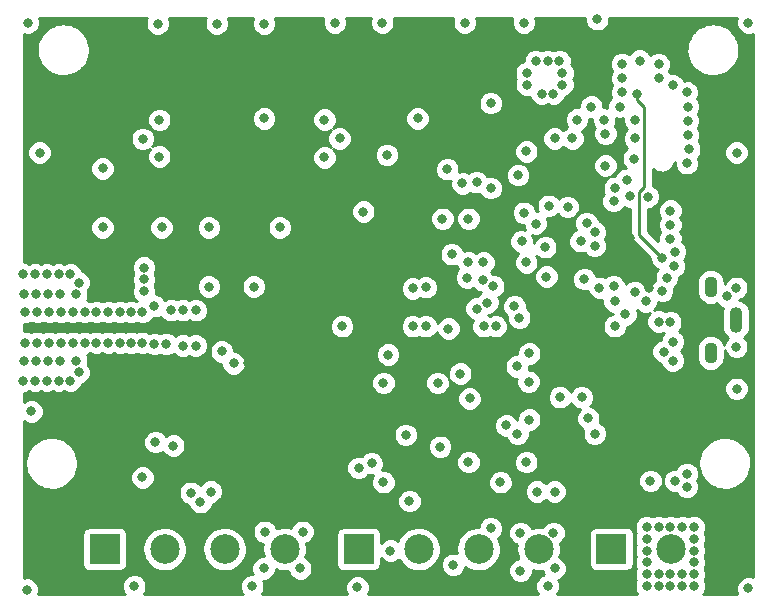
<source format=gbr>
G04 #@! TF.GenerationSoftware,KiCad,Pcbnew,5.99.0-unknown-06c979d~86~ubuntu18.04.1*
G04 #@! TF.CreationDate,2020-01-24T18:15:59+02:00*
G04 #@! TF.ProjectId,lora-bridge,6c6f7261-2d62-4726-9964-67652e6b6963,1.1*
G04 #@! TF.SameCoordinates,Original*
G04 #@! TF.FileFunction,Copper,L3,Inr*
G04 #@! TF.FilePolarity,Positive*
%FSLAX46Y46*%
G04 Gerber Fmt 4.6, Leading zero omitted, Abs format (unit mm)*
G04 Created by KiCad (PCBNEW 5.99.0-unknown-06c979d~86~ubuntu18.04.1) date 2020-01-24 18:15:59*
%MOMM*%
%LPD*%
G04 APERTURE LIST*
%ADD10R,2.500000X2.500000*%
%ADD11C,2.500000*%
%ADD12O,1.100000X1.800000*%
%ADD13O,1.100000X2.200000*%
%ADD14C,0.800000*%
%ADD15C,0.250000*%
%ADD16C,0.254000*%
G04 APERTURE END LIST*
D10*
X135400000Y-138562495D03*
D11*
X140480000Y-138562495D03*
D10*
X114000000Y-138562495D03*
D11*
X119080000Y-138562495D03*
X124160000Y-138562495D03*
X129240000Y-138562495D03*
D10*
X92500000Y-138562495D03*
D11*
X97580000Y-138562495D03*
X102660000Y-138562495D03*
X107740000Y-138562495D03*
D12*
X143805000Y-121950000D03*
X143805000Y-116350000D03*
D13*
X145955000Y-119150000D03*
D14*
X128250000Y-98250000D03*
X128250000Y-99250000D03*
X129500000Y-100000000D03*
X130500000Y-100000000D03*
X131250000Y-99250000D03*
X131250000Y-98250000D03*
X131000000Y-97250000D03*
X130000000Y-97250000D03*
X129000000Y-97250000D03*
X128197500Y-131202500D03*
X121100000Y-110600000D03*
X116500000Y-109200000D03*
X116400000Y-105200000D03*
X90300000Y-123600000D03*
X90300000Y-116000000D03*
X90100000Y-122600000D03*
X89600000Y-124300000D03*
X89800000Y-121100000D03*
X89600000Y-115300000D03*
X90100000Y-117000000D03*
X89800000Y-118500000D03*
X88600000Y-124300000D03*
X87600000Y-124300000D03*
X86600000Y-124300000D03*
X85600000Y-124300000D03*
X88700000Y-122600000D03*
X87700000Y-122600000D03*
X86700000Y-122600000D03*
X85700000Y-122600000D03*
X88800000Y-118500000D03*
X87800000Y-118500000D03*
X86800000Y-118500000D03*
X85800000Y-118500000D03*
X88800000Y-121100000D03*
X87800000Y-121100000D03*
X86800000Y-121100000D03*
X85800000Y-121100000D03*
X88700000Y-117000000D03*
X87700000Y-117000000D03*
X86700000Y-117000000D03*
X85700000Y-117000000D03*
X88600000Y-115300000D03*
X87600000Y-115300000D03*
X86600000Y-115300000D03*
X85600000Y-115300000D03*
X134100000Y-119700000D03*
X135600000Y-116300000D03*
X135676333Y-117600000D03*
X134380983Y-116437157D03*
X137002520Y-112197480D03*
X121900000Y-113600000D03*
X121600000Y-119900000D03*
X121500000Y-106400000D03*
X137600000Y-100000000D03*
X122800000Y-107600000D03*
X124000000Y-107500000D03*
X86300000Y-126900000D03*
X127400000Y-123100000D03*
X127600000Y-119000000D03*
X127200000Y-118000000D03*
X113900000Y-141800000D03*
X126500000Y-128099998D03*
X125600000Y-119700000D03*
X124587490Y-119700879D03*
X118600000Y-119700000D03*
X119700000Y-119700000D03*
X124000000Y-118200000D03*
X118600000Y-116500000D03*
X119700000Y-116400000D03*
X124900000Y-117700000D03*
X114400000Y-110000000D03*
X111100000Y-102200000D03*
X112400000Y-103800000D03*
X111100000Y-105400000D03*
X140400000Y-140700000D03*
X109200000Y-130900000D03*
X122600000Y-123700000D03*
X123400000Y-125800000D03*
X141800000Y-133300000D03*
X141800000Y-132200000D03*
X138700000Y-132800000D03*
X132900000Y-125700000D03*
X101327284Y-116336034D03*
X105127284Y-116336034D03*
X107327284Y-111336034D03*
X101327284Y-111336034D03*
X97327284Y-111336034D03*
X92327284Y-111336034D03*
X92327284Y-106336034D03*
X106000000Y-102100000D03*
X119000000Y-102100000D03*
X106060000Y-137100000D03*
X109260000Y-137100000D03*
X109060000Y-140200000D03*
X105960000Y-140200000D03*
X130600000Y-140200000D03*
X127700000Y-140400000D03*
X127700000Y-137200000D03*
X130500000Y-137200000D03*
X141400000Y-140700000D03*
X139400000Y-140700000D03*
X142400000Y-140700000D03*
X142400000Y-139700000D03*
X142400000Y-138700000D03*
X142400000Y-137700000D03*
X142400000Y-136700000D03*
X141400000Y-136700000D03*
X140400000Y-136700000D03*
X139400000Y-136700000D03*
X138400000Y-136700000D03*
X138400000Y-137700000D03*
X138400000Y-138700000D03*
X138400000Y-139700000D03*
X138400000Y-140700000D03*
X138400000Y-141700000D03*
X139400000Y-141700000D03*
X141400000Y-141700000D03*
X142400000Y-141700000D03*
X145980000Y-116450000D03*
X145980000Y-121450000D03*
X112600000Y-119700000D03*
X96800000Y-129500000D03*
X123200000Y-115600000D03*
X123300000Y-110600000D03*
X127500000Y-106900000D03*
X137300000Y-105500000D03*
X134900000Y-106100000D03*
X128000000Y-110100000D03*
X132800000Y-112500000D03*
X129800000Y-113000000D03*
X129900000Y-115500000D03*
X140400000Y-141700000D03*
X130000000Y-141700000D03*
X105000000Y-141700000D03*
X95000000Y-141700000D03*
X97000000Y-94075000D03*
X102000000Y-94075000D03*
X106000000Y-94075000D03*
X112000000Y-94000000D03*
X116000000Y-94000000D03*
X123000000Y-94000000D03*
X137800000Y-97200000D03*
X146000000Y-105000000D03*
X146000000Y-125000000D03*
X147000000Y-141900000D03*
X87000000Y-105000000D03*
X85900000Y-142000000D03*
X95827284Y-116736034D03*
X95827284Y-115736034D03*
X95827284Y-114736034D03*
X96700000Y-118000000D03*
X97700000Y-121200000D03*
X128200000Y-104900000D03*
X130101994Y-109503067D03*
X129800000Y-105800000D03*
X139400000Y-119300000D03*
X145180000Y-117150000D03*
X139831585Y-121850000D03*
X140600000Y-122600000D03*
X131050000Y-125700000D03*
X133450000Y-127500000D03*
X127450000Y-128800000D03*
X140800000Y-132800000D03*
X130600000Y-133700000D03*
X116100000Y-132900000D03*
X115100000Y-131300000D03*
X114000000Y-131700000D03*
X118000000Y-128900000D03*
X120900000Y-129900000D03*
X122000000Y-132400000D03*
X109300000Y-129899999D03*
X127800000Y-112500000D03*
X131700000Y-109600000D03*
X134000000Y-112900000D03*
X133100000Y-115700000D03*
X131137500Y-123012500D03*
X130050000Y-121800000D03*
X130950000Y-121800000D03*
X131950000Y-121800000D03*
X133300000Y-122962495D03*
X104627284Y-122836034D03*
X105527284Y-122936034D03*
X106227284Y-122236034D03*
X102427284Y-121836034D03*
X103427284Y-122836034D03*
X99127284Y-121336034D03*
X99127284Y-118336034D03*
X100227284Y-118336034D03*
X97127284Y-102236034D03*
X97127284Y-105336034D03*
X95727284Y-103836034D03*
X98127284Y-118336034D03*
X100227284Y-121336034D03*
X96700000Y-121200000D03*
X124569238Y-114300010D03*
X124600000Y-112900000D03*
X124800000Y-110900000D03*
X123300000Y-114300000D03*
X125200000Y-107999979D03*
X125400000Y-116300000D03*
X128200000Y-114300000D03*
X129000000Y-111000000D03*
X124500000Y-115800000D03*
X138600000Y-116500000D03*
X137000000Y-108700000D03*
X140400000Y-109900000D03*
X135600000Y-109100000D03*
X132100000Y-103800000D03*
X134800000Y-102200000D03*
X137400000Y-102200000D03*
X132500000Y-102200000D03*
X133700000Y-101100000D03*
X136100000Y-101100000D03*
X135700000Y-108000000D03*
X134007117Y-111732847D03*
X133300000Y-110950000D03*
X136700000Y-107300000D03*
X133350000Y-118750000D03*
X116100000Y-124500000D03*
X120700000Y-124500000D03*
X136600000Y-118700000D03*
X135700000Y-119700000D03*
X140380000Y-119350000D03*
X95700000Y-132500000D03*
X100600000Y-134600000D03*
X99800000Y-133800000D03*
X101500000Y-133700000D03*
X98299998Y-129800000D03*
X139700000Y-113900000D03*
X139400000Y-98700000D03*
X139400000Y-97500000D03*
X136300000Y-99900000D03*
X136300000Y-98700000D03*
X136300000Y-97500000D03*
X140600000Y-99300000D03*
X141800000Y-99900000D03*
X141900000Y-101100000D03*
X141900000Y-102300000D03*
X141900000Y-103500000D03*
X141800000Y-105900000D03*
X132237500Y-123012500D03*
X140600000Y-121000000D03*
X134000000Y-128800000D03*
X128400000Y-124400000D03*
X128450000Y-122000000D03*
X128450000Y-127600000D03*
X128000000Y-94000000D03*
X134200000Y-93700000D03*
X147000000Y-94000000D03*
X86000000Y-94000000D03*
X123300000Y-131200000D03*
X118300000Y-134500000D03*
X116700000Y-138700000D03*
X116500000Y-122100000D03*
X129100000Y-133700000D03*
X126000000Y-132900000D03*
X125200000Y-136800000D03*
X122000000Y-139900000D03*
X134900000Y-103400000D03*
X130600000Y-103800000D03*
X125200000Y-100800000D03*
X140400000Y-111100000D03*
X140400000Y-112300000D03*
X140800000Y-113400000D03*
X140700000Y-114600000D03*
X140100000Y-115600000D03*
X137400000Y-116800000D03*
X138300000Y-117600000D03*
X139700000Y-116700000D03*
X137400000Y-103800000D03*
X142000000Y-104700000D03*
X141300000Y-107400000D03*
X138497461Y-108717454D03*
X95698555Y-118500000D03*
X93800000Y-118500000D03*
X94727284Y-118500000D03*
X90800000Y-118500000D03*
X95674694Y-121100000D03*
X93800000Y-121100000D03*
X91800000Y-118500000D03*
X90800000Y-121100000D03*
X92800000Y-118500000D03*
X91800000Y-121100000D03*
X92800000Y-121100000D03*
X94727284Y-121100000D03*
D15*
X138200000Y-107941913D02*
X138200000Y-101165685D01*
X137600000Y-100565685D02*
X137600000Y-100000000D01*
X138200000Y-101165685D02*
X137600000Y-100565685D01*
X137772460Y-108369453D02*
X138200000Y-107941913D01*
X139700000Y-113900000D02*
X137772460Y-111972460D01*
X137772460Y-111972460D02*
X137772460Y-108369453D01*
G36*
X96036466Y-93675891D02*
G01*
X95966000Y-93938872D01*
X95966000Y-94211128D01*
X96036466Y-94474109D01*
X96172594Y-94709891D01*
X96365109Y-94902406D01*
X96600891Y-95038534D01*
X96863872Y-95109000D01*
X97136128Y-95109000D01*
X97399109Y-95038534D01*
X97634891Y-94902406D01*
X97827406Y-94709891D01*
X97963534Y-94474109D01*
X98034000Y-94211128D01*
X98034000Y-93938872D01*
X97963534Y-93675891D01*
X97939348Y-93634000D01*
X101060652Y-93634000D01*
X101036466Y-93675891D01*
X100966000Y-93938872D01*
X100966000Y-94211128D01*
X101036466Y-94474109D01*
X101172594Y-94709891D01*
X101365109Y-94902406D01*
X101600891Y-95038534D01*
X101863872Y-95109000D01*
X102136128Y-95109000D01*
X102399109Y-95038534D01*
X102634891Y-94902406D01*
X102827406Y-94709891D01*
X102963534Y-94474109D01*
X103034000Y-94211128D01*
X103034000Y-93938872D01*
X102963534Y-93675891D01*
X102939348Y-93634000D01*
X105060652Y-93634000D01*
X105036466Y-93675891D01*
X104966000Y-93938872D01*
X104966000Y-94211128D01*
X105036466Y-94474109D01*
X105172594Y-94709891D01*
X105365109Y-94902406D01*
X105600891Y-95038534D01*
X105863872Y-95109000D01*
X106136128Y-95109000D01*
X106399109Y-95038534D01*
X106634891Y-94902406D01*
X106827406Y-94709891D01*
X106963534Y-94474109D01*
X107034000Y-94211128D01*
X107034000Y-93938872D01*
X106963534Y-93675891D01*
X106939348Y-93634000D01*
X111027594Y-93634000D01*
X110966000Y-93863872D01*
X110966000Y-94136128D01*
X111036466Y-94399109D01*
X111172594Y-94634891D01*
X111365109Y-94827406D01*
X111600891Y-94963534D01*
X111863872Y-95034000D01*
X112136128Y-95034000D01*
X112399109Y-94963534D01*
X112634891Y-94827406D01*
X112827406Y-94634891D01*
X112963534Y-94399109D01*
X113034000Y-94136128D01*
X113034000Y-93863872D01*
X112972406Y-93634000D01*
X115027594Y-93634000D01*
X114966000Y-93863872D01*
X114966000Y-94136128D01*
X115036466Y-94399109D01*
X115172594Y-94634891D01*
X115365109Y-94827406D01*
X115600891Y-94963534D01*
X115863872Y-95034000D01*
X116136128Y-95034000D01*
X116399109Y-94963534D01*
X116634891Y-94827406D01*
X116827406Y-94634891D01*
X116963534Y-94399109D01*
X117034000Y-94136128D01*
X117034000Y-93863872D01*
X116972406Y-93634000D01*
X122027594Y-93634000D01*
X121966000Y-93863872D01*
X121966000Y-94136128D01*
X122036466Y-94399109D01*
X122172594Y-94634891D01*
X122365109Y-94827406D01*
X122600891Y-94963534D01*
X122863872Y-95034000D01*
X123136128Y-95034000D01*
X123399109Y-94963534D01*
X123634891Y-94827406D01*
X123827406Y-94634891D01*
X123963534Y-94399109D01*
X124034000Y-94136128D01*
X124034000Y-93863872D01*
X123972406Y-93634000D01*
X127027594Y-93634000D01*
X126966000Y-93863872D01*
X126966000Y-94136128D01*
X127036466Y-94399109D01*
X127172594Y-94634891D01*
X127365109Y-94827406D01*
X127600891Y-94963534D01*
X127863872Y-95034000D01*
X128136128Y-95034000D01*
X128399109Y-94963534D01*
X128634891Y-94827406D01*
X128827406Y-94634891D01*
X128963534Y-94399109D01*
X129034000Y-94136128D01*
X129034000Y-93863872D01*
X128972406Y-93634000D01*
X133166000Y-93634000D01*
X133166000Y-93836128D01*
X133236466Y-94099109D01*
X133372594Y-94334891D01*
X133565109Y-94527406D01*
X133800891Y-94663534D01*
X134063872Y-94734000D01*
X134336128Y-94734000D01*
X134599109Y-94663534D01*
X134834891Y-94527406D01*
X135027406Y-94334891D01*
X135163534Y-94099109D01*
X135234000Y-93836128D01*
X135234000Y-93634000D01*
X146027594Y-93634000D01*
X145966000Y-93863872D01*
X145966000Y-94136128D01*
X146036466Y-94399109D01*
X146172594Y-94634891D01*
X146365109Y-94827406D01*
X146600891Y-94963534D01*
X146863872Y-95034000D01*
X147136128Y-95034000D01*
X147366001Y-94972405D01*
X147366000Y-140927594D01*
X147136128Y-140866000D01*
X146863872Y-140866000D01*
X146600891Y-140936466D01*
X146365109Y-141072594D01*
X146172594Y-141265109D01*
X146036466Y-141500891D01*
X145966000Y-141763872D01*
X145966000Y-142036128D01*
X146036466Y-142299109D01*
X146075085Y-142366000D01*
X143196297Y-142366000D01*
X143227406Y-142334891D01*
X143363534Y-142099109D01*
X143434000Y-141836128D01*
X143434000Y-141563872D01*
X143363534Y-141300891D01*
X143305285Y-141200000D01*
X143363534Y-141099109D01*
X143434000Y-140836128D01*
X143434000Y-140563872D01*
X143363534Y-140300891D01*
X143305285Y-140200000D01*
X143363534Y-140099109D01*
X143434000Y-139836128D01*
X143434000Y-139563872D01*
X143363534Y-139300891D01*
X143305285Y-139200000D01*
X143363534Y-139099109D01*
X143434000Y-138836128D01*
X143434000Y-138563872D01*
X143363534Y-138300891D01*
X143305285Y-138200000D01*
X143363534Y-138099109D01*
X143434000Y-137836128D01*
X143434000Y-137563872D01*
X143363534Y-137300891D01*
X143305285Y-137200000D01*
X143363534Y-137099109D01*
X143434000Y-136836128D01*
X143434000Y-136563872D01*
X143363534Y-136300891D01*
X143227406Y-136065109D01*
X143034891Y-135872594D01*
X142799109Y-135736466D01*
X142536128Y-135666000D01*
X142263872Y-135666000D01*
X142000891Y-135736466D01*
X141900000Y-135794715D01*
X141799109Y-135736466D01*
X141536128Y-135666000D01*
X141263872Y-135666000D01*
X141000891Y-135736466D01*
X140900000Y-135794715D01*
X140799109Y-135736466D01*
X140536128Y-135666000D01*
X140263872Y-135666000D01*
X140000891Y-135736466D01*
X139900000Y-135794715D01*
X139799109Y-135736466D01*
X139536128Y-135666000D01*
X139263872Y-135666000D01*
X139000891Y-135736466D01*
X138900000Y-135794715D01*
X138799109Y-135736466D01*
X138536128Y-135666000D01*
X138263872Y-135666000D01*
X138000891Y-135736466D01*
X137765109Y-135872594D01*
X137572594Y-136065109D01*
X137436466Y-136300891D01*
X137366000Y-136563872D01*
X137366000Y-136836128D01*
X137436466Y-137099109D01*
X137494715Y-137200000D01*
X137436466Y-137300891D01*
X137366000Y-137563872D01*
X137366000Y-137836128D01*
X137436466Y-138099109D01*
X137494715Y-138200000D01*
X137436466Y-138300891D01*
X137366000Y-138563872D01*
X137366000Y-138836128D01*
X137436466Y-139099109D01*
X137494715Y-139200000D01*
X137436466Y-139300891D01*
X137366000Y-139563872D01*
X137366000Y-139836128D01*
X137436466Y-140099109D01*
X137494715Y-140200000D01*
X137436466Y-140300891D01*
X137366000Y-140563872D01*
X137366000Y-140836128D01*
X137436466Y-141099109D01*
X137494715Y-141200000D01*
X137436466Y-141300891D01*
X137366000Y-141563872D01*
X137366000Y-141836128D01*
X137436466Y-142099109D01*
X137572594Y-142334891D01*
X137603703Y-142366000D01*
X130796297Y-142366000D01*
X130827406Y-142334891D01*
X130963534Y-142099109D01*
X131034000Y-141836128D01*
X131034000Y-141563872D01*
X130963534Y-141300891D01*
X130899622Y-141190192D01*
X130999109Y-141163534D01*
X131234891Y-141027406D01*
X131427406Y-140834891D01*
X131563534Y-140599109D01*
X131634000Y-140336128D01*
X131634000Y-140063872D01*
X131563534Y-139800891D01*
X131427406Y-139565109D01*
X131234891Y-139372594D01*
X130999591Y-139236744D01*
X131058344Y-139075321D01*
X131114502Y-138799293D01*
X131124326Y-138424126D01*
X131082691Y-138145537D01*
X131059825Y-138070745D01*
X131134891Y-138027406D01*
X131327406Y-137834891D01*
X131463534Y-137599109D01*
X131534000Y-137336128D01*
X131534000Y-137301471D01*
X133508163Y-137301471D01*
X133508163Y-139829083D01*
X133588795Y-140130007D01*
X133736185Y-140305660D01*
X133929814Y-140417451D01*
X134138976Y-140454332D01*
X136666588Y-140454332D01*
X136967512Y-140373700D01*
X137143165Y-140226310D01*
X137254956Y-140032681D01*
X137291837Y-139823519D01*
X137291837Y-137295907D01*
X137211205Y-136994984D01*
X137063815Y-136819330D01*
X136870186Y-136707539D01*
X136661024Y-136670658D01*
X134133412Y-136670658D01*
X133832489Y-136751290D01*
X133656835Y-136898680D01*
X133545044Y-137092309D01*
X133508163Y-137301471D01*
X131534000Y-137301471D01*
X131534000Y-137063872D01*
X131463534Y-136800891D01*
X131327406Y-136565109D01*
X131134891Y-136372594D01*
X130899109Y-136236466D01*
X130636128Y-136166000D01*
X130363872Y-136166000D01*
X130100891Y-136236466D01*
X129865109Y-136372594D01*
X129672594Y-136565109D01*
X129589626Y-136708815D01*
X129543687Y-136697786D01*
X129264730Y-136673380D01*
X128985229Y-136690476D01*
X128711325Y-136748695D01*
X128647234Y-136772658D01*
X128527406Y-136565109D01*
X128334891Y-136372594D01*
X128099109Y-136236466D01*
X127836128Y-136166000D01*
X127563872Y-136166000D01*
X127300891Y-136236466D01*
X127065109Y-136372594D01*
X126872594Y-136565109D01*
X126736466Y-136800891D01*
X126666000Y-137063872D01*
X126666000Y-137336128D01*
X126736466Y-137599109D01*
X126872594Y-137834891D01*
X127065109Y-138027406D01*
X127300891Y-138163534D01*
X127392856Y-138188176D01*
X127360229Y-138373212D01*
X127352899Y-138653139D01*
X127387025Y-138931074D01*
X127461859Y-139200913D01*
X127538399Y-139372826D01*
X127300891Y-139436466D01*
X127065109Y-139572594D01*
X126872594Y-139765109D01*
X126736466Y-140000891D01*
X126666000Y-140263872D01*
X126666000Y-140536128D01*
X126736466Y-140799109D01*
X126872594Y-141034891D01*
X127065109Y-141227406D01*
X127300891Y-141363534D01*
X127563872Y-141434000D01*
X127836128Y-141434000D01*
X128099109Y-141363534D01*
X128334891Y-141227406D01*
X128527406Y-141034891D01*
X128663534Y-140799109D01*
X128734000Y-140536128D01*
X128734000Y-140377457D01*
X128887604Y-140418615D01*
X129165828Y-140450315D01*
X129445680Y-140440542D01*
X129586962Y-140414357D01*
X129636466Y-140599109D01*
X129700378Y-140709808D01*
X129600891Y-140736466D01*
X129365109Y-140872594D01*
X129172594Y-141065109D01*
X129036466Y-141300891D01*
X128966000Y-141563872D01*
X128966000Y-141836128D01*
X129036466Y-142099109D01*
X129172594Y-142334891D01*
X129203703Y-142366000D01*
X114767180Y-142366000D01*
X114863534Y-142199109D01*
X114934000Y-141936128D01*
X114934000Y-141663872D01*
X114863534Y-141400891D01*
X114727406Y-141165109D01*
X114534891Y-140972594D01*
X114299109Y-140836466D01*
X114036128Y-140766000D01*
X113763872Y-140766000D01*
X113500891Y-140836466D01*
X113265109Y-140972594D01*
X113072594Y-141165109D01*
X112936466Y-141400891D01*
X112866000Y-141663872D01*
X112866000Y-141936128D01*
X112936466Y-142199109D01*
X113032820Y-142366000D01*
X105796297Y-142366000D01*
X105827406Y-142334891D01*
X105963534Y-142099109D01*
X106034000Y-141836128D01*
X106034000Y-141563872D01*
X105963534Y-141300891D01*
X105924915Y-141234000D01*
X106096128Y-141234000D01*
X106359109Y-141163534D01*
X106594891Y-141027406D01*
X106787406Y-140834891D01*
X106923534Y-140599109D01*
X106994000Y-140336128D01*
X106994000Y-140292604D01*
X107117123Y-140346140D01*
X107387604Y-140418615D01*
X107665828Y-140450315D01*
X107945680Y-140440542D01*
X108048854Y-140421420D01*
X108096466Y-140599109D01*
X108232594Y-140834891D01*
X108425109Y-141027406D01*
X108660891Y-141163534D01*
X108923872Y-141234000D01*
X109196128Y-141234000D01*
X109459109Y-141163534D01*
X109694891Y-141027406D01*
X109887406Y-140834891D01*
X110023534Y-140599109D01*
X110094000Y-140336128D01*
X110094000Y-140063872D01*
X110023534Y-139800891D01*
X109887406Y-139565109D01*
X109694891Y-139372594D01*
X109492645Y-139255828D01*
X109558344Y-139075321D01*
X109614502Y-138799293D01*
X109624326Y-138424126D01*
X109582691Y-138145537D01*
X109565305Y-138088669D01*
X109659109Y-138063534D01*
X109894891Y-137927406D01*
X110087406Y-137734891D01*
X110223534Y-137499109D01*
X110276491Y-137301471D01*
X112108163Y-137301471D01*
X112108163Y-139829083D01*
X112188795Y-140130007D01*
X112336185Y-140305660D01*
X112529814Y-140417451D01*
X112738976Y-140454332D01*
X115266588Y-140454332D01*
X115567512Y-140373700D01*
X115743165Y-140226310D01*
X115854956Y-140032681D01*
X115891837Y-139823519D01*
X115891837Y-139354134D01*
X116065109Y-139527406D01*
X116300891Y-139663534D01*
X116563872Y-139734000D01*
X116836128Y-139734000D01*
X117099109Y-139663534D01*
X117334891Y-139527406D01*
X117412617Y-139449680D01*
X117415754Y-139456726D01*
X117566210Y-139692896D01*
X117749922Y-139904231D01*
X117962853Y-140086092D01*
X118200326Y-140234481D01*
X118457123Y-140346140D01*
X118727604Y-140418615D01*
X119005828Y-140450315D01*
X119285680Y-140440542D01*
X119561013Y-140389512D01*
X119825780Y-140298346D01*
X120074164Y-140169046D01*
X120300707Y-140004452D01*
X120500433Y-139808182D01*
X120533823Y-139763872D01*
X120966000Y-139763872D01*
X120966000Y-140036128D01*
X121036466Y-140299109D01*
X121172594Y-140534891D01*
X121365109Y-140727406D01*
X121600891Y-140863534D01*
X121863872Y-140934000D01*
X122136128Y-140934000D01*
X122399109Y-140863534D01*
X122634891Y-140727406D01*
X122827406Y-140534891D01*
X122963534Y-140299109D01*
X123024754Y-140070634D01*
X123042853Y-140086092D01*
X123280326Y-140234481D01*
X123537123Y-140346140D01*
X123807604Y-140418615D01*
X124085828Y-140450315D01*
X124365680Y-140440542D01*
X124641013Y-140389512D01*
X124905780Y-140298346D01*
X125154164Y-140169046D01*
X125380707Y-140004452D01*
X125580433Y-139808182D01*
X125748955Y-139584546D01*
X125882571Y-139338456D01*
X125978344Y-139075321D01*
X126034502Y-138799293D01*
X126044326Y-138424126D01*
X126002691Y-138145537D01*
X125920821Y-137877749D01*
X125808642Y-137642561D01*
X125834891Y-137627406D01*
X126027406Y-137434891D01*
X126163534Y-137199109D01*
X126234000Y-136936128D01*
X126234000Y-136663872D01*
X126163534Y-136400891D01*
X126027406Y-136165109D01*
X125834891Y-135972594D01*
X125599109Y-135836466D01*
X125336128Y-135766000D01*
X125063872Y-135766000D01*
X124800891Y-135836466D01*
X124565109Y-135972594D01*
X124372594Y-136165109D01*
X124236466Y-136400891D01*
X124166000Y-136663872D01*
X124166000Y-136674526D01*
X123905229Y-136690476D01*
X123631325Y-136748695D01*
X123369036Y-136846761D01*
X123124123Y-136982519D01*
X122901966Y-137152986D01*
X122707445Y-137354418D01*
X122544835Y-137582389D01*
X122417707Y-137831891D01*
X122328855Y-138097443D01*
X122280229Y-138373212D01*
X122272899Y-138653139D01*
X122304577Y-138911136D01*
X122136128Y-138866000D01*
X121863872Y-138866000D01*
X121600891Y-138936466D01*
X121365109Y-139072594D01*
X121172594Y-139265109D01*
X121036466Y-139500891D01*
X120966000Y-139763872D01*
X120533823Y-139763872D01*
X120668955Y-139584546D01*
X120802571Y-139338456D01*
X120898344Y-139075321D01*
X120954502Y-138799293D01*
X120964326Y-138424126D01*
X120922691Y-138145537D01*
X120840821Y-137877749D01*
X120720268Y-137625005D01*
X120563681Y-137392855D01*
X120374500Y-137186401D01*
X120156882Y-137010177D01*
X119915606Y-136868054D01*
X119655973Y-136763156D01*
X119383687Y-136697786D01*
X119104730Y-136673380D01*
X118825229Y-136690476D01*
X118551325Y-136748695D01*
X118289036Y-136846761D01*
X118044123Y-136982519D01*
X117821966Y-137152986D01*
X117627445Y-137354418D01*
X117464835Y-137582389D01*
X117337707Y-137831891D01*
X117325837Y-137867367D01*
X117099109Y-137736466D01*
X116836128Y-137666000D01*
X116563872Y-137666000D01*
X116300891Y-137736466D01*
X116065109Y-137872594D01*
X115891837Y-138045866D01*
X115891837Y-137295907D01*
X115811205Y-136994984D01*
X115663815Y-136819330D01*
X115470186Y-136707539D01*
X115261024Y-136670658D01*
X112733412Y-136670658D01*
X112432489Y-136751290D01*
X112256835Y-136898680D01*
X112145044Y-137092309D01*
X112108163Y-137301471D01*
X110276491Y-137301471D01*
X110294000Y-137236128D01*
X110294000Y-136963872D01*
X110223534Y-136700891D01*
X110087406Y-136465109D01*
X109894891Y-136272594D01*
X109659109Y-136136466D01*
X109396128Y-136066000D01*
X109123872Y-136066000D01*
X108860891Y-136136466D01*
X108625109Y-136272594D01*
X108432594Y-136465109D01*
X108296466Y-136700891D01*
X108281969Y-136754992D01*
X108043687Y-136697786D01*
X107764730Y-136673380D01*
X107485229Y-136690476D01*
X107211325Y-136748695D01*
X107052278Y-136808161D01*
X107023534Y-136700891D01*
X106887406Y-136465109D01*
X106694891Y-136272594D01*
X106459109Y-136136466D01*
X106196128Y-136066000D01*
X105923872Y-136066000D01*
X105660891Y-136136466D01*
X105425109Y-136272594D01*
X105232594Y-136465109D01*
X105096466Y-136700891D01*
X105026000Y-136963872D01*
X105026000Y-137236128D01*
X105096466Y-137499109D01*
X105232594Y-137734891D01*
X105425109Y-137927406D01*
X105660891Y-138063534D01*
X105903377Y-138128508D01*
X105860229Y-138373212D01*
X105852899Y-138653139D01*
X105887025Y-138931074D01*
X105952177Y-139166000D01*
X105823872Y-139166000D01*
X105560891Y-139236466D01*
X105325109Y-139372594D01*
X105132594Y-139565109D01*
X104996466Y-139800891D01*
X104926000Y-140063872D01*
X104926000Y-140336128D01*
X104996466Y-140599109D01*
X105035085Y-140666000D01*
X104863872Y-140666000D01*
X104600891Y-140736466D01*
X104365109Y-140872594D01*
X104172594Y-141065109D01*
X104036466Y-141300891D01*
X103966000Y-141563872D01*
X103966000Y-141836128D01*
X104036466Y-142099109D01*
X104172594Y-142334891D01*
X104203703Y-142366000D01*
X95796297Y-142366000D01*
X95827406Y-142334891D01*
X95963534Y-142099109D01*
X96034000Y-141836128D01*
X96034000Y-141563872D01*
X95963534Y-141300891D01*
X95827406Y-141065109D01*
X95634891Y-140872594D01*
X95399109Y-140736466D01*
X95136128Y-140666000D01*
X94863872Y-140666000D01*
X94600891Y-140736466D01*
X94365109Y-140872594D01*
X94172594Y-141065109D01*
X94036466Y-141300891D01*
X93966000Y-141563872D01*
X93966000Y-141836128D01*
X94036466Y-142099109D01*
X94172594Y-142334891D01*
X94203703Y-142366000D01*
X86872406Y-142366000D01*
X86934000Y-142136128D01*
X86934000Y-141863872D01*
X86863534Y-141600891D01*
X86727406Y-141365109D01*
X86534891Y-141172594D01*
X86299109Y-141036466D01*
X86036128Y-140966000D01*
X85763872Y-140966000D01*
X85634000Y-141000799D01*
X85634000Y-137301471D01*
X90608163Y-137301471D01*
X90608163Y-139829083D01*
X90688795Y-140130007D01*
X90836185Y-140305660D01*
X91029814Y-140417451D01*
X91238976Y-140454332D01*
X93766588Y-140454332D01*
X94067512Y-140373700D01*
X94243165Y-140226310D01*
X94354956Y-140032681D01*
X94391837Y-139823519D01*
X94391837Y-138653139D01*
X95692899Y-138653139D01*
X95727025Y-138931074D01*
X95801859Y-139200913D01*
X95915754Y-139456727D01*
X96066210Y-139692896D01*
X96249922Y-139904231D01*
X96462853Y-140086092D01*
X96700326Y-140234481D01*
X96957123Y-140346140D01*
X97227604Y-140418615D01*
X97505828Y-140450315D01*
X97785680Y-140440542D01*
X98061013Y-140389512D01*
X98325780Y-140298346D01*
X98574164Y-140169046D01*
X98800707Y-140004452D01*
X99000433Y-139808182D01*
X99168955Y-139584546D01*
X99302571Y-139338456D01*
X99398344Y-139075321D01*
X99454502Y-138799293D01*
X99458329Y-138653139D01*
X100772899Y-138653139D01*
X100807025Y-138931074D01*
X100881859Y-139200913D01*
X100995754Y-139456727D01*
X101146210Y-139692896D01*
X101329922Y-139904231D01*
X101542853Y-140086092D01*
X101780326Y-140234481D01*
X102037123Y-140346140D01*
X102307604Y-140418615D01*
X102585828Y-140450315D01*
X102865680Y-140440542D01*
X103141013Y-140389512D01*
X103405780Y-140298346D01*
X103654164Y-140169046D01*
X103880707Y-140004452D01*
X104080433Y-139808182D01*
X104248955Y-139584546D01*
X104382571Y-139338456D01*
X104478344Y-139075321D01*
X104534502Y-138799293D01*
X104544326Y-138424126D01*
X104502691Y-138145537D01*
X104420821Y-137877749D01*
X104300268Y-137625005D01*
X104143681Y-137392855D01*
X103954500Y-137186401D01*
X103736882Y-137010177D01*
X103495606Y-136868054D01*
X103235973Y-136763156D01*
X102963687Y-136697786D01*
X102684730Y-136673380D01*
X102405229Y-136690476D01*
X102131325Y-136748695D01*
X101869036Y-136846761D01*
X101624123Y-136982519D01*
X101401966Y-137152986D01*
X101207445Y-137354418D01*
X101044835Y-137582389D01*
X100917707Y-137831891D01*
X100828855Y-138097443D01*
X100780229Y-138373212D01*
X100772899Y-138653139D01*
X99458329Y-138653139D01*
X99464326Y-138424126D01*
X99422691Y-138145537D01*
X99340821Y-137877749D01*
X99220268Y-137625005D01*
X99063681Y-137392855D01*
X98874500Y-137186401D01*
X98656882Y-137010177D01*
X98415606Y-136868054D01*
X98155973Y-136763156D01*
X97883687Y-136697786D01*
X97604730Y-136673380D01*
X97325229Y-136690476D01*
X97051325Y-136748695D01*
X96789036Y-136846761D01*
X96544123Y-136982519D01*
X96321966Y-137152986D01*
X96127445Y-137354418D01*
X95964835Y-137582389D01*
X95837707Y-137831891D01*
X95748855Y-138097443D01*
X95700229Y-138373212D01*
X95692899Y-138653139D01*
X94391837Y-138653139D01*
X94391837Y-137295907D01*
X94311205Y-136994984D01*
X94163815Y-136819330D01*
X93970186Y-136707539D01*
X93761024Y-136670658D01*
X91233412Y-136670658D01*
X90932489Y-136751290D01*
X90756835Y-136898680D01*
X90645044Y-137092309D01*
X90608163Y-137301471D01*
X85634000Y-137301471D01*
X85634000Y-133663872D01*
X98766000Y-133663872D01*
X98766000Y-133936128D01*
X98836466Y-134199109D01*
X98972594Y-134434891D01*
X99165109Y-134627406D01*
X99400891Y-134763534D01*
X99586683Y-134813317D01*
X99636466Y-134999109D01*
X99772594Y-135234891D01*
X99965109Y-135427406D01*
X100200891Y-135563534D01*
X100463872Y-135634000D01*
X100736128Y-135634000D01*
X100999109Y-135563534D01*
X101234891Y-135427406D01*
X101427406Y-135234891D01*
X101563534Y-134999109D01*
X101634000Y-134736128D01*
X101634000Y-134734000D01*
X101636128Y-134734000D01*
X101899109Y-134663534D01*
X102134891Y-134527406D01*
X102298425Y-134363872D01*
X117266000Y-134363872D01*
X117266000Y-134636128D01*
X117336466Y-134899109D01*
X117472594Y-135134891D01*
X117665109Y-135327406D01*
X117900891Y-135463534D01*
X118163872Y-135534000D01*
X118436128Y-135534000D01*
X118699109Y-135463534D01*
X118934891Y-135327406D01*
X119127406Y-135134891D01*
X119263534Y-134899109D01*
X119334000Y-134636128D01*
X119334000Y-134363872D01*
X119263534Y-134100891D01*
X119127406Y-133865109D01*
X118934891Y-133672594D01*
X118699109Y-133536466D01*
X118436128Y-133466000D01*
X118163872Y-133466000D01*
X117900891Y-133536466D01*
X117665109Y-133672594D01*
X117472594Y-133865109D01*
X117336466Y-134100891D01*
X117266000Y-134363872D01*
X102298425Y-134363872D01*
X102327406Y-134334891D01*
X102463534Y-134099109D01*
X102534000Y-133836128D01*
X102534000Y-133563872D01*
X102463534Y-133300891D01*
X102327406Y-133065109D01*
X102134891Y-132872594D01*
X101899109Y-132736466D01*
X101636128Y-132666000D01*
X101363872Y-132666000D01*
X101100891Y-132736466D01*
X100865109Y-132872594D01*
X100672594Y-133065109D01*
X100619452Y-133157155D01*
X100434891Y-132972594D01*
X100199109Y-132836466D01*
X99936128Y-132766000D01*
X99663872Y-132766000D01*
X99400891Y-132836466D01*
X99165109Y-132972594D01*
X98972594Y-133165109D01*
X98836466Y-133400891D01*
X98766000Y-133663872D01*
X85634000Y-133663872D01*
X85634000Y-131428898D01*
X85764496Y-131428898D01*
X85802672Y-131731098D01*
X85881510Y-132025321D01*
X85999547Y-132306122D01*
X86154602Y-132568307D01*
X86343805Y-132807021D01*
X86563655Y-133017849D01*
X86810083Y-133196890D01*
X87078530Y-133340830D01*
X87364028Y-133447006D01*
X87661294Y-133513452D01*
X87964828Y-133538941D01*
X88269012Y-133523000D01*
X88568220Y-133465923D01*
X88856911Y-133368767D01*
X89129747Y-133233330D01*
X89381678Y-133062119D01*
X89608041Y-132858300D01*
X89804649Y-132625646D01*
X89967863Y-132368463D01*
X89969964Y-132363872D01*
X94666000Y-132363872D01*
X94666000Y-132636128D01*
X94736466Y-132899109D01*
X94872594Y-133134891D01*
X95065109Y-133327406D01*
X95300891Y-133463534D01*
X95563872Y-133534000D01*
X95836128Y-133534000D01*
X96099109Y-133463534D01*
X96334891Y-133327406D01*
X96527406Y-133134891D01*
X96663534Y-132899109D01*
X96734000Y-132636128D01*
X96734000Y-132363872D01*
X96663534Y-132100891D01*
X96527406Y-131865109D01*
X96334891Y-131672594D01*
X96146578Y-131563872D01*
X112966000Y-131563872D01*
X112966000Y-131836128D01*
X113036466Y-132099109D01*
X113172594Y-132334891D01*
X113365109Y-132527406D01*
X113600891Y-132663534D01*
X113863872Y-132734000D01*
X114136128Y-132734000D01*
X114399109Y-132663534D01*
X114634891Y-132527406D01*
X114827406Y-132334891D01*
X114846134Y-132302452D01*
X114963872Y-132334000D01*
X115232820Y-132334000D01*
X115136466Y-132500891D01*
X115066000Y-132763872D01*
X115066000Y-133036128D01*
X115136466Y-133299109D01*
X115272594Y-133534891D01*
X115465109Y-133727406D01*
X115700891Y-133863534D01*
X115963872Y-133934000D01*
X116236128Y-133934000D01*
X116499109Y-133863534D01*
X116734891Y-133727406D01*
X116927406Y-133534891D01*
X117063534Y-133299109D01*
X117134000Y-133036128D01*
X117134000Y-132763872D01*
X124966000Y-132763872D01*
X124966000Y-133036128D01*
X125036466Y-133299109D01*
X125172594Y-133534891D01*
X125365109Y-133727406D01*
X125600891Y-133863534D01*
X125863872Y-133934000D01*
X126136128Y-133934000D01*
X126399109Y-133863534D01*
X126634891Y-133727406D01*
X126798425Y-133563872D01*
X128066000Y-133563872D01*
X128066000Y-133836128D01*
X128136466Y-134099109D01*
X128272594Y-134334891D01*
X128465109Y-134527406D01*
X128700891Y-134663534D01*
X128963872Y-134734000D01*
X129236128Y-134734000D01*
X129499109Y-134663534D01*
X129734891Y-134527406D01*
X129850000Y-134412297D01*
X129965109Y-134527406D01*
X130200891Y-134663534D01*
X130463872Y-134734000D01*
X130736128Y-134734000D01*
X130999109Y-134663534D01*
X131234891Y-134527406D01*
X131427406Y-134334891D01*
X131563534Y-134099109D01*
X131634000Y-133836128D01*
X131634000Y-133563872D01*
X131563534Y-133300891D01*
X131427406Y-133065109D01*
X131234891Y-132872594D01*
X130999109Y-132736466D01*
X130736128Y-132666000D01*
X130463872Y-132666000D01*
X130200891Y-132736466D01*
X129965109Y-132872594D01*
X129850000Y-132987703D01*
X129734891Y-132872594D01*
X129499109Y-132736466D01*
X129236128Y-132666000D01*
X128963872Y-132666000D01*
X128700891Y-132736466D01*
X128465109Y-132872594D01*
X128272594Y-133065109D01*
X128136466Y-133300891D01*
X128066000Y-133563872D01*
X126798425Y-133563872D01*
X126827406Y-133534891D01*
X126963534Y-133299109D01*
X127034000Y-133036128D01*
X127034000Y-132763872D01*
X127007205Y-132663872D01*
X137666000Y-132663872D01*
X137666000Y-132936128D01*
X137736466Y-133199109D01*
X137872594Y-133434891D01*
X138065109Y-133627406D01*
X138300891Y-133763534D01*
X138563872Y-133834000D01*
X138836128Y-133834000D01*
X139099109Y-133763534D01*
X139334891Y-133627406D01*
X139527406Y-133434891D01*
X139663534Y-133199109D01*
X139734000Y-132936128D01*
X139734000Y-132663872D01*
X139766000Y-132663872D01*
X139766000Y-132936128D01*
X139836466Y-133199109D01*
X139972594Y-133434891D01*
X140165109Y-133627406D01*
X140400891Y-133763534D01*
X140663872Y-133834000D01*
X140914345Y-133834000D01*
X140972594Y-133934891D01*
X141165109Y-134127406D01*
X141400891Y-134263534D01*
X141663872Y-134334000D01*
X141936128Y-134334000D01*
X142199109Y-134263534D01*
X142434891Y-134127406D01*
X142627406Y-133934891D01*
X142763534Y-133699109D01*
X142834000Y-133436128D01*
X142834000Y-133163872D01*
X142763534Y-132900891D01*
X142676418Y-132750000D01*
X142763534Y-132599109D01*
X142834000Y-132336128D01*
X142834000Y-132063872D01*
X142763534Y-131800891D01*
X142627406Y-131565109D01*
X142491195Y-131428898D01*
X142764496Y-131428898D01*
X142802672Y-131731098D01*
X142881510Y-132025321D01*
X142999547Y-132306122D01*
X143154602Y-132568307D01*
X143343805Y-132807021D01*
X143563655Y-133017849D01*
X143810083Y-133196890D01*
X144078530Y-133340830D01*
X144364028Y-133447006D01*
X144661294Y-133513452D01*
X144964828Y-133538941D01*
X145269012Y-133523000D01*
X145568220Y-133465923D01*
X145856911Y-133368767D01*
X146129747Y-133233330D01*
X146381678Y-133062119D01*
X146608041Y-132858300D01*
X146804649Y-132625646D01*
X146967863Y-132368463D01*
X147094663Y-132091507D01*
X147182702Y-131799906D01*
X147230456Y-131498399D01*
X147234122Y-131148356D01*
X147192692Y-130845916D01*
X147110780Y-130552534D01*
X146989808Y-130272984D01*
X146832015Y-130012438D01*
X146640323Y-129775718D01*
X146418277Y-129567204D01*
X146169988Y-129390753D01*
X145900049Y-129249633D01*
X145613454Y-129146452D01*
X145315509Y-129083121D01*
X145011724Y-129060813D01*
X144707723Y-129079939D01*
X144409131Y-129140147D01*
X144121472Y-129240319D01*
X143850070Y-129378606D01*
X143599946Y-129552446D01*
X143375729Y-129758624D01*
X143181568Y-129993324D01*
X143021057Y-130252203D01*
X142897163Y-130530471D01*
X142812183Y-130822979D01*
X142767685Y-131124313D01*
X142764496Y-131428898D01*
X142491195Y-131428898D01*
X142434891Y-131372594D01*
X142199109Y-131236466D01*
X141936128Y-131166000D01*
X141663872Y-131166000D01*
X141400891Y-131236466D01*
X141165109Y-131372594D01*
X140972594Y-131565109D01*
X140856610Y-131766000D01*
X140663872Y-131766000D01*
X140400891Y-131836466D01*
X140165109Y-131972594D01*
X139972594Y-132165109D01*
X139836466Y-132400891D01*
X139766000Y-132663872D01*
X139734000Y-132663872D01*
X139663534Y-132400891D01*
X139527406Y-132165109D01*
X139334891Y-131972594D01*
X139099109Y-131836466D01*
X138836128Y-131766000D01*
X138563872Y-131766000D01*
X138300891Y-131836466D01*
X138065109Y-131972594D01*
X137872594Y-132165109D01*
X137736466Y-132400891D01*
X137666000Y-132663872D01*
X127007205Y-132663872D01*
X126963534Y-132500891D01*
X126827406Y-132265109D01*
X126634891Y-132072594D01*
X126399109Y-131936466D01*
X126136128Y-131866000D01*
X125863872Y-131866000D01*
X125600891Y-131936466D01*
X125365109Y-132072594D01*
X125172594Y-132265109D01*
X125036466Y-132500891D01*
X124966000Y-132763872D01*
X117134000Y-132763872D01*
X117063534Y-132500891D01*
X116927406Y-132265109D01*
X116734891Y-132072594D01*
X116499109Y-131936466D01*
X116236128Y-131866000D01*
X115967180Y-131866000D01*
X116063534Y-131699109D01*
X116134000Y-131436128D01*
X116134000Y-131163872D01*
X116107205Y-131063872D01*
X122266000Y-131063872D01*
X122266000Y-131336128D01*
X122336466Y-131599109D01*
X122472594Y-131834891D01*
X122665109Y-132027406D01*
X122900891Y-132163534D01*
X123163872Y-132234000D01*
X123436128Y-132234000D01*
X123699109Y-132163534D01*
X123934891Y-132027406D01*
X124127406Y-131834891D01*
X124263534Y-131599109D01*
X124334000Y-131336128D01*
X124334000Y-131066372D01*
X127163500Y-131066372D01*
X127163500Y-131338628D01*
X127233966Y-131601609D01*
X127370094Y-131837391D01*
X127562609Y-132029906D01*
X127798391Y-132166034D01*
X128061372Y-132236500D01*
X128333628Y-132236500D01*
X128596609Y-132166034D01*
X128832391Y-132029906D01*
X129024906Y-131837391D01*
X129161034Y-131601609D01*
X129231500Y-131338628D01*
X129231500Y-131066372D01*
X129161034Y-130803391D01*
X129024906Y-130567609D01*
X128832391Y-130375094D01*
X128596609Y-130238966D01*
X128333628Y-130168500D01*
X128061372Y-130168500D01*
X127798391Y-130238966D01*
X127562609Y-130375094D01*
X127370094Y-130567609D01*
X127233966Y-130803391D01*
X127163500Y-131066372D01*
X124334000Y-131066372D01*
X124334000Y-131063872D01*
X124263534Y-130800891D01*
X124127406Y-130565109D01*
X123934891Y-130372594D01*
X123699109Y-130236466D01*
X123436128Y-130166000D01*
X123163872Y-130166000D01*
X122900891Y-130236466D01*
X122665109Y-130372594D01*
X122472594Y-130565109D01*
X122336466Y-130800891D01*
X122266000Y-131063872D01*
X116107205Y-131063872D01*
X116063534Y-130900891D01*
X115927406Y-130665109D01*
X115734891Y-130472594D01*
X115499109Y-130336466D01*
X115236128Y-130266000D01*
X114963872Y-130266000D01*
X114700891Y-130336466D01*
X114465109Y-130472594D01*
X114272594Y-130665109D01*
X114253866Y-130697548D01*
X114136128Y-130666000D01*
X113863872Y-130666000D01*
X113600891Y-130736466D01*
X113365109Y-130872594D01*
X113172594Y-131065109D01*
X113036466Y-131300891D01*
X112966000Y-131563872D01*
X96146578Y-131563872D01*
X96099109Y-131536466D01*
X95836128Y-131466000D01*
X95563872Y-131466000D01*
X95300891Y-131536466D01*
X95065109Y-131672594D01*
X94872594Y-131865109D01*
X94736466Y-132100891D01*
X94666000Y-132363872D01*
X89969964Y-132363872D01*
X90094663Y-132091507D01*
X90182702Y-131799906D01*
X90230456Y-131498399D01*
X90234122Y-131148356D01*
X90192692Y-130845916D01*
X90110780Y-130552534D01*
X89989808Y-130272984D01*
X89832015Y-130012438D01*
X89640323Y-129775718D01*
X89418277Y-129567204D01*
X89169988Y-129390753D01*
X89118570Y-129363872D01*
X95766000Y-129363872D01*
X95766000Y-129636128D01*
X95836466Y-129899109D01*
X95972594Y-130134891D01*
X96165109Y-130327406D01*
X96400891Y-130463534D01*
X96663872Y-130534000D01*
X96936128Y-130534000D01*
X97199109Y-130463534D01*
X97416625Y-130337952D01*
X97472592Y-130434891D01*
X97665107Y-130627406D01*
X97900889Y-130763534D01*
X98163870Y-130834000D01*
X98436126Y-130834000D01*
X98699107Y-130763534D01*
X98934889Y-130627406D01*
X99127404Y-130434891D01*
X99263532Y-130199109D01*
X99333998Y-129936128D01*
X99333998Y-129663872D01*
X99263532Y-129400891D01*
X99127404Y-129165109D01*
X98934889Y-128972594D01*
X98699107Y-128836466D01*
X98436126Y-128766000D01*
X98163870Y-128766000D01*
X97900889Y-128836466D01*
X97683373Y-128962048D01*
X97627406Y-128865109D01*
X97526169Y-128763872D01*
X116966000Y-128763872D01*
X116966000Y-129036128D01*
X117036466Y-129299109D01*
X117172594Y-129534891D01*
X117365109Y-129727406D01*
X117600891Y-129863534D01*
X117863872Y-129934000D01*
X118136128Y-129934000D01*
X118399109Y-129863534D01*
X118571729Y-129763872D01*
X119866000Y-129763872D01*
X119866000Y-130036128D01*
X119936466Y-130299109D01*
X120072594Y-130534891D01*
X120265109Y-130727406D01*
X120500891Y-130863534D01*
X120763872Y-130934000D01*
X121036128Y-130934000D01*
X121299109Y-130863534D01*
X121534891Y-130727406D01*
X121727406Y-130534891D01*
X121863534Y-130299109D01*
X121934000Y-130036128D01*
X121934000Y-129763872D01*
X121863534Y-129500891D01*
X121727406Y-129265109D01*
X121534891Y-129072594D01*
X121299109Y-128936466D01*
X121036128Y-128866000D01*
X120763872Y-128866000D01*
X120500891Y-128936466D01*
X120265109Y-129072594D01*
X120072594Y-129265109D01*
X119936466Y-129500891D01*
X119866000Y-129763872D01*
X118571729Y-129763872D01*
X118634891Y-129727406D01*
X118827406Y-129534891D01*
X118963534Y-129299109D01*
X119034000Y-129036128D01*
X119034000Y-128763872D01*
X118963534Y-128500891D01*
X118827406Y-128265109D01*
X118634891Y-128072594D01*
X118446575Y-127963870D01*
X125466000Y-127963870D01*
X125466000Y-128236126D01*
X125536466Y-128499107D01*
X125672594Y-128734889D01*
X125865109Y-128927404D01*
X126100891Y-129063532D01*
X126363872Y-129133998D01*
X126469019Y-129133998D01*
X126486466Y-129199109D01*
X126622594Y-129434891D01*
X126815109Y-129627406D01*
X127050891Y-129763534D01*
X127313872Y-129834000D01*
X127586128Y-129834000D01*
X127849109Y-129763534D01*
X128084891Y-129627406D01*
X128277406Y-129434891D01*
X128413534Y-129199109D01*
X128484000Y-128936128D01*
X128484000Y-128663872D01*
X128475996Y-128634000D01*
X128586128Y-128634000D01*
X128849109Y-128563534D01*
X129084891Y-128427406D01*
X129277406Y-128234891D01*
X129413534Y-127999109D01*
X129484000Y-127736128D01*
X129484000Y-127463872D01*
X129413534Y-127200891D01*
X129277406Y-126965109D01*
X129084891Y-126772594D01*
X128849109Y-126636466D01*
X128586128Y-126566000D01*
X128313872Y-126566000D01*
X128050891Y-126636466D01*
X127815109Y-126772594D01*
X127622594Y-126965109D01*
X127486466Y-127200891D01*
X127416000Y-127463872D01*
X127416000Y-127618557D01*
X127327406Y-127465107D01*
X127134891Y-127272592D01*
X126899109Y-127136464D01*
X126636128Y-127065998D01*
X126363872Y-127065998D01*
X126100891Y-127136464D01*
X125865109Y-127272592D01*
X125672594Y-127465107D01*
X125536466Y-127700889D01*
X125466000Y-127963870D01*
X118446575Y-127963870D01*
X118399109Y-127936466D01*
X118136128Y-127866000D01*
X117863872Y-127866000D01*
X117600891Y-127936466D01*
X117365109Y-128072594D01*
X117172594Y-128265109D01*
X117036466Y-128500891D01*
X116966000Y-128763872D01*
X97526169Y-128763872D01*
X97434891Y-128672594D01*
X97199109Y-128536466D01*
X96936128Y-128466000D01*
X96663872Y-128466000D01*
X96400891Y-128536466D01*
X96165109Y-128672594D01*
X95972594Y-128865109D01*
X95836466Y-129100891D01*
X95766000Y-129363872D01*
X89118570Y-129363872D01*
X88900049Y-129249633D01*
X88613454Y-129146452D01*
X88315509Y-129083121D01*
X88011724Y-129060813D01*
X87707723Y-129079939D01*
X87409131Y-129140147D01*
X87121472Y-129240319D01*
X86850070Y-129378606D01*
X86599946Y-129552446D01*
X86375729Y-129758624D01*
X86181568Y-129993324D01*
X86021057Y-130252203D01*
X85897163Y-130530471D01*
X85812183Y-130822979D01*
X85767685Y-131124313D01*
X85764496Y-131428898D01*
X85634000Y-131428898D01*
X85634000Y-127696297D01*
X85665109Y-127727406D01*
X85900891Y-127863534D01*
X86163872Y-127934000D01*
X86436128Y-127934000D01*
X86699109Y-127863534D01*
X86934891Y-127727406D01*
X87127406Y-127534891D01*
X87263534Y-127299109D01*
X87334000Y-127036128D01*
X87334000Y-126763872D01*
X87263534Y-126500891D01*
X87127406Y-126265109D01*
X86934891Y-126072594D01*
X86699109Y-125936466D01*
X86436128Y-125866000D01*
X86163872Y-125866000D01*
X85900891Y-125936466D01*
X85665109Y-126072594D01*
X85634000Y-126103703D01*
X85634000Y-125663872D01*
X122366000Y-125663872D01*
X122366000Y-125936128D01*
X122436466Y-126199109D01*
X122572594Y-126434891D01*
X122765109Y-126627406D01*
X123000891Y-126763534D01*
X123263872Y-126834000D01*
X123536128Y-126834000D01*
X123799109Y-126763534D01*
X124034891Y-126627406D01*
X124227406Y-126434891D01*
X124363534Y-126199109D01*
X124434000Y-125936128D01*
X124434000Y-125663872D01*
X124407205Y-125563872D01*
X130016000Y-125563872D01*
X130016000Y-125836128D01*
X130086466Y-126099109D01*
X130222594Y-126334891D01*
X130415109Y-126527406D01*
X130650891Y-126663534D01*
X130913872Y-126734000D01*
X131186128Y-126734000D01*
X131449109Y-126663534D01*
X131684891Y-126527406D01*
X131877406Y-126334891D01*
X131975000Y-126165852D01*
X132072594Y-126334891D01*
X132265109Y-126527406D01*
X132500891Y-126663534D01*
X132755852Y-126731851D01*
X132622594Y-126865109D01*
X132486466Y-127100891D01*
X132416000Y-127363872D01*
X132416000Y-127636128D01*
X132486466Y-127899109D01*
X132622594Y-128134891D01*
X132815109Y-128327406D01*
X133023862Y-128447929D01*
X132966000Y-128663872D01*
X132966000Y-128936128D01*
X133036466Y-129199109D01*
X133172594Y-129434891D01*
X133365109Y-129627406D01*
X133600891Y-129763534D01*
X133863872Y-129834000D01*
X134136128Y-129834000D01*
X134399109Y-129763534D01*
X134634891Y-129627406D01*
X134827406Y-129434891D01*
X134963534Y-129199109D01*
X135034000Y-128936128D01*
X135034000Y-128663872D01*
X134963534Y-128400891D01*
X134827406Y-128165109D01*
X134634891Y-127972594D01*
X134426138Y-127852071D01*
X134484000Y-127636128D01*
X134484000Y-127363872D01*
X134413534Y-127100891D01*
X134277406Y-126865109D01*
X134084891Y-126672594D01*
X133849109Y-126536466D01*
X133594148Y-126468149D01*
X133727406Y-126334891D01*
X133863534Y-126099109D01*
X133934000Y-125836128D01*
X133934000Y-125563872D01*
X133863534Y-125300891D01*
X133727406Y-125065109D01*
X133534891Y-124872594D01*
X133519784Y-124863872D01*
X144966000Y-124863872D01*
X144966000Y-125136128D01*
X145036466Y-125399109D01*
X145172594Y-125634891D01*
X145365109Y-125827406D01*
X145600891Y-125963534D01*
X145863872Y-126034000D01*
X146136128Y-126034000D01*
X146399109Y-125963534D01*
X146634891Y-125827406D01*
X146827406Y-125634891D01*
X146963534Y-125399109D01*
X147034000Y-125136128D01*
X147034000Y-124863872D01*
X146963534Y-124600891D01*
X146827406Y-124365109D01*
X146634891Y-124172594D01*
X146399109Y-124036466D01*
X146136128Y-123966000D01*
X145863872Y-123966000D01*
X145600891Y-124036466D01*
X145365109Y-124172594D01*
X145172594Y-124365109D01*
X145036466Y-124600891D01*
X144966000Y-124863872D01*
X133519784Y-124863872D01*
X133299109Y-124736466D01*
X133036128Y-124666000D01*
X132763872Y-124666000D01*
X132500891Y-124736466D01*
X132265109Y-124872594D01*
X132072594Y-125065109D01*
X131975000Y-125234148D01*
X131877406Y-125065109D01*
X131684891Y-124872594D01*
X131449109Y-124736466D01*
X131186128Y-124666000D01*
X130913872Y-124666000D01*
X130650891Y-124736466D01*
X130415109Y-124872594D01*
X130222594Y-125065109D01*
X130086466Y-125300891D01*
X130016000Y-125563872D01*
X124407205Y-125563872D01*
X124363534Y-125400891D01*
X124227406Y-125165109D01*
X124034891Y-124972594D01*
X123799109Y-124836466D01*
X123536128Y-124766000D01*
X123263872Y-124766000D01*
X123000891Y-124836466D01*
X122765109Y-124972594D01*
X122572594Y-125165109D01*
X122436466Y-125400891D01*
X122366000Y-125663872D01*
X85634000Y-125663872D01*
X85634000Y-125334000D01*
X85736128Y-125334000D01*
X85999109Y-125263534D01*
X86100000Y-125205285D01*
X86200891Y-125263534D01*
X86463872Y-125334000D01*
X86736128Y-125334000D01*
X86999109Y-125263534D01*
X87100000Y-125205285D01*
X87200891Y-125263534D01*
X87463872Y-125334000D01*
X87736128Y-125334000D01*
X87999109Y-125263534D01*
X88100000Y-125205285D01*
X88200891Y-125263534D01*
X88463872Y-125334000D01*
X88736128Y-125334000D01*
X88999109Y-125263534D01*
X89100000Y-125205285D01*
X89200891Y-125263534D01*
X89463872Y-125334000D01*
X89736128Y-125334000D01*
X89999109Y-125263534D01*
X90234891Y-125127406D01*
X90427406Y-124934891D01*
X90563534Y-124699109D01*
X90592185Y-124592185D01*
X90699109Y-124563534D01*
X90934891Y-124427406D01*
X90998425Y-124363872D01*
X115066000Y-124363872D01*
X115066000Y-124636128D01*
X115136466Y-124899109D01*
X115272594Y-125134891D01*
X115465109Y-125327406D01*
X115700891Y-125463534D01*
X115963872Y-125534000D01*
X116236128Y-125534000D01*
X116499109Y-125463534D01*
X116734891Y-125327406D01*
X116927406Y-125134891D01*
X117063534Y-124899109D01*
X117134000Y-124636128D01*
X117134000Y-124363872D01*
X119666000Y-124363872D01*
X119666000Y-124636128D01*
X119736466Y-124899109D01*
X119872594Y-125134891D01*
X120065109Y-125327406D01*
X120300891Y-125463534D01*
X120563872Y-125534000D01*
X120836128Y-125534000D01*
X121099109Y-125463534D01*
X121334891Y-125327406D01*
X121527406Y-125134891D01*
X121663534Y-124899109D01*
X121734000Y-124636128D01*
X121734000Y-124363872D01*
X121686085Y-124185052D01*
X121772594Y-124334891D01*
X121965109Y-124527406D01*
X122200891Y-124663534D01*
X122463872Y-124734000D01*
X122736128Y-124734000D01*
X122999109Y-124663534D01*
X123234891Y-124527406D01*
X123427406Y-124334891D01*
X123563534Y-124099109D01*
X123634000Y-123836128D01*
X123634000Y-123563872D01*
X123563534Y-123300891D01*
X123427406Y-123065109D01*
X123326169Y-122963872D01*
X126366000Y-122963872D01*
X126366000Y-123236128D01*
X126436466Y-123499109D01*
X126572594Y-123734891D01*
X126765109Y-123927406D01*
X127000891Y-124063534D01*
X127263872Y-124134000D01*
X127400799Y-124134000D01*
X127366000Y-124263872D01*
X127366000Y-124536128D01*
X127436466Y-124799109D01*
X127572594Y-125034891D01*
X127765109Y-125227406D01*
X128000891Y-125363534D01*
X128263872Y-125434000D01*
X128536128Y-125434000D01*
X128799109Y-125363534D01*
X129034891Y-125227406D01*
X129227406Y-125034891D01*
X129363534Y-124799109D01*
X129434000Y-124536128D01*
X129434000Y-124263872D01*
X129363534Y-124000891D01*
X129227406Y-123765109D01*
X129034891Y-123572594D01*
X128799109Y-123436466D01*
X128536128Y-123366000D01*
X128399201Y-123366000D01*
X128434000Y-123236128D01*
X128434000Y-123034000D01*
X128586128Y-123034000D01*
X128849109Y-122963534D01*
X129084891Y-122827406D01*
X129277406Y-122634891D01*
X129413534Y-122399109D01*
X129484000Y-122136128D01*
X129484000Y-121863872D01*
X129413534Y-121600891D01*
X129277406Y-121365109D01*
X129084891Y-121172594D01*
X128849109Y-121036466D01*
X128586128Y-120966000D01*
X128313872Y-120966000D01*
X128050891Y-121036466D01*
X127815109Y-121172594D01*
X127622594Y-121365109D01*
X127486466Y-121600891D01*
X127416000Y-121863872D01*
X127416000Y-122066000D01*
X127263872Y-122066000D01*
X127000891Y-122136466D01*
X126765109Y-122272594D01*
X126572594Y-122465109D01*
X126436466Y-122700891D01*
X126366000Y-122963872D01*
X123326169Y-122963872D01*
X123234891Y-122872594D01*
X122999109Y-122736466D01*
X122736128Y-122666000D01*
X122463872Y-122666000D01*
X122200891Y-122736466D01*
X121965109Y-122872594D01*
X121772594Y-123065109D01*
X121636466Y-123300891D01*
X121566000Y-123563872D01*
X121566000Y-123836128D01*
X121613915Y-124014948D01*
X121527406Y-123865109D01*
X121334891Y-123672594D01*
X121099109Y-123536466D01*
X120836128Y-123466000D01*
X120563872Y-123466000D01*
X120300891Y-123536466D01*
X120065109Y-123672594D01*
X119872594Y-123865109D01*
X119736466Y-124100891D01*
X119666000Y-124363872D01*
X117134000Y-124363872D01*
X117063534Y-124100891D01*
X116927406Y-123865109D01*
X116734891Y-123672594D01*
X116499109Y-123536466D01*
X116236128Y-123466000D01*
X115963872Y-123466000D01*
X115700891Y-123536466D01*
X115465109Y-123672594D01*
X115272594Y-123865109D01*
X115136466Y-124100891D01*
X115066000Y-124363872D01*
X90998425Y-124363872D01*
X91127406Y-124234891D01*
X91263534Y-123999109D01*
X91334000Y-123736128D01*
X91334000Y-123463872D01*
X91263534Y-123200891D01*
X91127406Y-122965109D01*
X91084217Y-122921920D01*
X91134000Y-122736128D01*
X91134000Y-122463872D01*
X91063534Y-122200891D01*
X91013020Y-122113397D01*
X91199109Y-122063534D01*
X91300000Y-122005285D01*
X91400891Y-122063534D01*
X91663872Y-122134000D01*
X91936128Y-122134000D01*
X92199109Y-122063534D01*
X92300000Y-122005285D01*
X92400891Y-122063534D01*
X92663872Y-122134000D01*
X92936128Y-122134000D01*
X93199109Y-122063534D01*
X93300000Y-122005285D01*
X93400891Y-122063534D01*
X93663872Y-122134000D01*
X93936128Y-122134000D01*
X94199109Y-122063534D01*
X94263642Y-122026276D01*
X94328175Y-122063534D01*
X94591156Y-122134000D01*
X94863412Y-122134000D01*
X95126393Y-122063534D01*
X95200989Y-122020466D01*
X95275585Y-122063534D01*
X95538566Y-122134000D01*
X95810822Y-122134000D01*
X96073803Y-122063534D01*
X96100744Y-122047980D01*
X96300891Y-122163534D01*
X96563872Y-122234000D01*
X96836128Y-122234000D01*
X97099109Y-122163534D01*
X97200000Y-122105285D01*
X97300891Y-122163534D01*
X97563872Y-122234000D01*
X97836128Y-122234000D01*
X98099109Y-122163534D01*
X98334891Y-122027406D01*
X98345625Y-122016672D01*
X98492393Y-122163440D01*
X98728175Y-122299568D01*
X98991156Y-122370034D01*
X99263412Y-122370034D01*
X99526393Y-122299568D01*
X99677284Y-122212452D01*
X99828175Y-122299568D01*
X100091156Y-122370034D01*
X100363412Y-122370034D01*
X100626393Y-122299568D01*
X100862175Y-122163440D01*
X101054690Y-121970925D01*
X101190818Y-121735143D01*
X101200259Y-121699906D01*
X101393284Y-121699906D01*
X101393284Y-121972162D01*
X101463750Y-122235143D01*
X101599878Y-122470925D01*
X101792393Y-122663440D01*
X102028175Y-122799568D01*
X102291156Y-122870034D01*
X102393284Y-122870034D01*
X102393284Y-122972162D01*
X102463750Y-123235143D01*
X102599878Y-123470925D01*
X102792393Y-123663440D01*
X103028175Y-123799568D01*
X103291156Y-123870034D01*
X103563412Y-123870034D01*
X103826393Y-123799568D01*
X104062175Y-123663440D01*
X104254690Y-123470925D01*
X104390818Y-123235143D01*
X104461284Y-122972162D01*
X104461284Y-122699906D01*
X104390818Y-122436925D01*
X104254690Y-122201143D01*
X104062175Y-122008628D01*
X103984655Y-121963872D01*
X115466000Y-121963872D01*
X115466000Y-122236128D01*
X115536466Y-122499109D01*
X115672594Y-122734891D01*
X115865109Y-122927406D01*
X116100891Y-123063534D01*
X116363872Y-123134000D01*
X116636128Y-123134000D01*
X116899109Y-123063534D01*
X117134891Y-122927406D01*
X117327406Y-122734891D01*
X117463534Y-122499109D01*
X117534000Y-122236128D01*
X117534000Y-121963872D01*
X117463534Y-121700891D01*
X117327406Y-121465109D01*
X117134891Y-121272594D01*
X116899109Y-121136466D01*
X116636128Y-121066000D01*
X116363872Y-121066000D01*
X116100891Y-121136466D01*
X115865109Y-121272594D01*
X115672594Y-121465109D01*
X115536466Y-121700891D01*
X115466000Y-121963872D01*
X103984655Y-121963872D01*
X103826393Y-121872500D01*
X103563412Y-121802034D01*
X103461284Y-121802034D01*
X103461284Y-121699906D01*
X103390818Y-121436925D01*
X103254690Y-121201143D01*
X103062175Y-121008628D01*
X102826393Y-120872500D01*
X102563412Y-120802034D01*
X102291156Y-120802034D01*
X102028175Y-120872500D01*
X101792393Y-121008628D01*
X101599878Y-121201143D01*
X101463750Y-121436925D01*
X101393284Y-121699906D01*
X101200259Y-121699906D01*
X101261284Y-121472162D01*
X101261284Y-121199906D01*
X101190818Y-120936925D01*
X101054690Y-120701143D01*
X100862175Y-120508628D01*
X100626393Y-120372500D01*
X100363412Y-120302034D01*
X100091156Y-120302034D01*
X99828175Y-120372500D01*
X99677284Y-120459616D01*
X99526393Y-120372500D01*
X99263412Y-120302034D01*
X98991156Y-120302034D01*
X98728175Y-120372500D01*
X98492393Y-120508628D01*
X98481659Y-120519362D01*
X98334891Y-120372594D01*
X98099109Y-120236466D01*
X97836128Y-120166000D01*
X97563872Y-120166000D01*
X97300891Y-120236466D01*
X97200000Y-120294715D01*
X97099109Y-120236466D01*
X96836128Y-120166000D01*
X96563872Y-120166000D01*
X96300891Y-120236466D01*
X96273950Y-120252020D01*
X96073803Y-120136466D01*
X95810822Y-120066000D01*
X95538566Y-120066000D01*
X95275585Y-120136466D01*
X95200989Y-120179534D01*
X95126393Y-120136466D01*
X94863412Y-120066000D01*
X94591156Y-120066000D01*
X94328175Y-120136466D01*
X94263642Y-120173724D01*
X94199109Y-120136466D01*
X93936128Y-120066000D01*
X93663872Y-120066000D01*
X93400891Y-120136466D01*
X93300000Y-120194715D01*
X93199109Y-120136466D01*
X92936128Y-120066000D01*
X92663872Y-120066000D01*
X92400891Y-120136466D01*
X92300000Y-120194715D01*
X92199109Y-120136466D01*
X91936128Y-120066000D01*
X91663872Y-120066000D01*
X91400891Y-120136466D01*
X91300000Y-120194715D01*
X91199109Y-120136466D01*
X90936128Y-120066000D01*
X90663872Y-120066000D01*
X90400891Y-120136466D01*
X90300000Y-120194715D01*
X90199109Y-120136466D01*
X89936128Y-120066000D01*
X89663872Y-120066000D01*
X89400891Y-120136466D01*
X89300000Y-120194715D01*
X89199109Y-120136466D01*
X88936128Y-120066000D01*
X88663872Y-120066000D01*
X88400891Y-120136466D01*
X88300000Y-120194715D01*
X88199109Y-120136466D01*
X87936128Y-120066000D01*
X87663872Y-120066000D01*
X87400891Y-120136466D01*
X87300000Y-120194715D01*
X87199109Y-120136466D01*
X86936128Y-120066000D01*
X86663872Y-120066000D01*
X86400891Y-120136466D01*
X86300000Y-120194715D01*
X86199109Y-120136466D01*
X85936128Y-120066000D01*
X85663872Y-120066000D01*
X85634000Y-120074004D01*
X85634000Y-119563872D01*
X111566000Y-119563872D01*
X111566000Y-119836128D01*
X111636466Y-120099109D01*
X111772594Y-120334891D01*
X111965109Y-120527406D01*
X112200891Y-120663534D01*
X112463872Y-120734000D01*
X112736128Y-120734000D01*
X112999109Y-120663534D01*
X113234891Y-120527406D01*
X113427406Y-120334891D01*
X113563534Y-120099109D01*
X113634000Y-119836128D01*
X113634000Y-119563872D01*
X117566000Y-119563872D01*
X117566000Y-119836128D01*
X117636466Y-120099109D01*
X117772594Y-120334891D01*
X117965109Y-120527406D01*
X118200891Y-120663534D01*
X118463872Y-120734000D01*
X118736128Y-120734000D01*
X118999109Y-120663534D01*
X119150000Y-120576418D01*
X119300891Y-120663534D01*
X119563872Y-120734000D01*
X119836128Y-120734000D01*
X120099109Y-120663534D01*
X120334891Y-120527406D01*
X120527406Y-120334891D01*
X120608444Y-120194529D01*
X120636466Y-120299109D01*
X120772594Y-120534891D01*
X120965109Y-120727406D01*
X121200891Y-120863534D01*
X121463872Y-120934000D01*
X121736128Y-120934000D01*
X121999109Y-120863534D01*
X122234891Y-120727406D01*
X122427406Y-120534891D01*
X122563534Y-120299109D01*
X122634000Y-120036128D01*
X122634000Y-119763872D01*
X122563534Y-119500891D01*
X122427406Y-119265109D01*
X122234891Y-119072594D01*
X121999109Y-118936466D01*
X121736128Y-118866000D01*
X121463872Y-118866000D01*
X121200891Y-118936466D01*
X120965109Y-119072594D01*
X120772594Y-119265109D01*
X120691556Y-119405471D01*
X120663534Y-119300891D01*
X120527406Y-119065109D01*
X120334891Y-118872594D01*
X120099109Y-118736466D01*
X119836128Y-118666000D01*
X119563872Y-118666000D01*
X119300891Y-118736466D01*
X119150000Y-118823582D01*
X118999109Y-118736466D01*
X118736128Y-118666000D01*
X118463872Y-118666000D01*
X118200891Y-118736466D01*
X117965109Y-118872594D01*
X117772594Y-119065109D01*
X117636466Y-119300891D01*
X117566000Y-119563872D01*
X113634000Y-119563872D01*
X113563534Y-119300891D01*
X113427406Y-119065109D01*
X113234891Y-118872594D01*
X112999109Y-118736466D01*
X112736128Y-118666000D01*
X112463872Y-118666000D01*
X112200891Y-118736466D01*
X111965109Y-118872594D01*
X111772594Y-119065109D01*
X111636466Y-119300891D01*
X111566000Y-119563872D01*
X85634000Y-119563872D01*
X85634000Y-119525996D01*
X85663872Y-119534000D01*
X85936128Y-119534000D01*
X86199109Y-119463534D01*
X86300000Y-119405285D01*
X86400891Y-119463534D01*
X86663872Y-119534000D01*
X86936128Y-119534000D01*
X87199109Y-119463534D01*
X87300000Y-119405285D01*
X87400891Y-119463534D01*
X87663872Y-119534000D01*
X87936128Y-119534000D01*
X88199109Y-119463534D01*
X88300000Y-119405285D01*
X88400891Y-119463534D01*
X88663872Y-119534000D01*
X88936128Y-119534000D01*
X89199109Y-119463534D01*
X89300000Y-119405285D01*
X89400891Y-119463534D01*
X89663872Y-119534000D01*
X89936128Y-119534000D01*
X90199109Y-119463534D01*
X90300000Y-119405285D01*
X90400891Y-119463534D01*
X90663872Y-119534000D01*
X90936128Y-119534000D01*
X91199109Y-119463534D01*
X91300000Y-119405285D01*
X91400891Y-119463534D01*
X91663872Y-119534000D01*
X91936128Y-119534000D01*
X92199109Y-119463534D01*
X92300000Y-119405285D01*
X92400891Y-119463534D01*
X92663872Y-119534000D01*
X92936128Y-119534000D01*
X93199109Y-119463534D01*
X93300000Y-119405285D01*
X93400891Y-119463534D01*
X93663872Y-119534000D01*
X93936128Y-119534000D01*
X94199109Y-119463534D01*
X94263642Y-119426276D01*
X94328175Y-119463534D01*
X94591156Y-119534000D01*
X94863412Y-119534000D01*
X95126393Y-119463534D01*
X95212920Y-119413578D01*
X95299446Y-119463534D01*
X95562427Y-119534000D01*
X95834683Y-119534000D01*
X96097664Y-119463534D01*
X96333446Y-119327406D01*
X96525961Y-119134891D01*
X96584210Y-119034000D01*
X96836128Y-119034000D01*
X97099109Y-118963534D01*
X97246486Y-118878447D01*
X97299878Y-118970925D01*
X97492393Y-119163440D01*
X97728175Y-119299568D01*
X97991156Y-119370034D01*
X98263412Y-119370034D01*
X98526393Y-119299568D01*
X98627284Y-119241319D01*
X98728175Y-119299568D01*
X98991156Y-119370034D01*
X99263412Y-119370034D01*
X99526393Y-119299568D01*
X99677284Y-119212452D01*
X99828175Y-119299568D01*
X100091156Y-119370034D01*
X100363412Y-119370034D01*
X100626393Y-119299568D01*
X100862175Y-119163440D01*
X101054690Y-118970925D01*
X101190818Y-118735143D01*
X101261284Y-118472162D01*
X101261284Y-118199906D01*
X101190818Y-117936925D01*
X101054690Y-117701143D01*
X100862175Y-117508628D01*
X100626393Y-117372500D01*
X100363412Y-117302034D01*
X100091156Y-117302034D01*
X99828175Y-117372500D01*
X99677284Y-117459616D01*
X99526393Y-117372500D01*
X99263412Y-117302034D01*
X98991156Y-117302034D01*
X98728175Y-117372500D01*
X98627284Y-117430749D01*
X98526393Y-117372500D01*
X98263412Y-117302034D01*
X97991156Y-117302034D01*
X97728175Y-117372500D01*
X97580798Y-117457587D01*
X97527406Y-117365109D01*
X97334891Y-117172594D01*
X97099109Y-117036466D01*
X96836139Y-116966003D01*
X96861284Y-116872162D01*
X96861284Y-116599906D01*
X96790818Y-116336925D01*
X96732569Y-116236034D01*
X96753427Y-116199906D01*
X100293284Y-116199906D01*
X100293284Y-116472162D01*
X100363750Y-116735143D01*
X100499878Y-116970925D01*
X100692393Y-117163440D01*
X100928175Y-117299568D01*
X101191156Y-117370034D01*
X101463412Y-117370034D01*
X101726393Y-117299568D01*
X101962175Y-117163440D01*
X102154690Y-116970925D01*
X102290818Y-116735143D01*
X102361284Y-116472162D01*
X102361284Y-116199906D01*
X104093284Y-116199906D01*
X104093284Y-116472162D01*
X104163750Y-116735143D01*
X104299878Y-116970925D01*
X104492393Y-117163440D01*
X104728175Y-117299568D01*
X104991156Y-117370034D01*
X105263412Y-117370034D01*
X105526393Y-117299568D01*
X105762175Y-117163440D01*
X105954690Y-116970925D01*
X106090818Y-116735143D01*
X106161284Y-116472162D01*
X106161284Y-116363872D01*
X117566000Y-116363872D01*
X117566000Y-116636128D01*
X117636466Y-116899109D01*
X117772594Y-117134891D01*
X117965109Y-117327406D01*
X118200891Y-117463534D01*
X118463872Y-117534000D01*
X118736128Y-117534000D01*
X118999109Y-117463534D01*
X119234891Y-117327406D01*
X119236144Y-117326153D01*
X119300891Y-117363534D01*
X119563872Y-117434000D01*
X119836128Y-117434000D01*
X120099109Y-117363534D01*
X120334891Y-117227406D01*
X120527406Y-117034891D01*
X120663534Y-116799109D01*
X120734000Y-116536128D01*
X120734000Y-116263872D01*
X120663534Y-116000891D01*
X120527406Y-115765109D01*
X120334891Y-115572594D01*
X120099109Y-115436466D01*
X119836128Y-115366000D01*
X119563872Y-115366000D01*
X119300891Y-115436466D01*
X119065109Y-115572594D01*
X119063856Y-115573847D01*
X118999109Y-115536466D01*
X118736128Y-115466000D01*
X118463872Y-115466000D01*
X118200891Y-115536466D01*
X117965109Y-115672594D01*
X117772594Y-115865109D01*
X117636466Y-116100891D01*
X117566000Y-116363872D01*
X106161284Y-116363872D01*
X106161284Y-116199906D01*
X106090818Y-115936925D01*
X105954690Y-115701143D01*
X105762175Y-115508628D01*
X105526393Y-115372500D01*
X105263412Y-115302034D01*
X104991156Y-115302034D01*
X104728175Y-115372500D01*
X104492393Y-115508628D01*
X104299878Y-115701143D01*
X104163750Y-115936925D01*
X104093284Y-116199906D01*
X102361284Y-116199906D01*
X102290818Y-115936925D01*
X102154690Y-115701143D01*
X101962175Y-115508628D01*
X101726393Y-115372500D01*
X101463412Y-115302034D01*
X101191156Y-115302034D01*
X100928175Y-115372500D01*
X100692393Y-115508628D01*
X100499878Y-115701143D01*
X100363750Y-115936925D01*
X100293284Y-116199906D01*
X96753427Y-116199906D01*
X96790818Y-116135143D01*
X96861284Y-115872162D01*
X96861284Y-115599906D01*
X96790818Y-115336925D01*
X96732569Y-115236034D01*
X96790818Y-115135143D01*
X96861284Y-114872162D01*
X96861284Y-114599906D01*
X96790818Y-114336925D01*
X96654690Y-114101143D01*
X96462175Y-113908628D01*
X96226393Y-113772500D01*
X95963412Y-113702034D01*
X95691156Y-113702034D01*
X95428175Y-113772500D01*
X95192393Y-113908628D01*
X94999878Y-114101143D01*
X94863750Y-114336925D01*
X94793284Y-114599906D01*
X94793284Y-114872162D01*
X94863750Y-115135143D01*
X94921999Y-115236034D01*
X94863750Y-115336925D01*
X94793284Y-115599906D01*
X94793284Y-115872162D01*
X94863750Y-116135143D01*
X94921999Y-116236034D01*
X94863750Y-116336925D01*
X94793284Y-116599906D01*
X94793284Y-116872162D01*
X94863750Y-117135143D01*
X94999878Y-117370925D01*
X95192393Y-117563440D01*
X95222559Y-117580857D01*
X95212920Y-117586422D01*
X95126393Y-117536466D01*
X94863412Y-117466000D01*
X94591156Y-117466000D01*
X94328175Y-117536466D01*
X94263642Y-117573724D01*
X94199109Y-117536466D01*
X93936128Y-117466000D01*
X93663872Y-117466000D01*
X93400891Y-117536466D01*
X93300000Y-117594715D01*
X93199109Y-117536466D01*
X92936128Y-117466000D01*
X92663872Y-117466000D01*
X92400891Y-117536466D01*
X92300000Y-117594715D01*
X92199109Y-117536466D01*
X91936128Y-117466000D01*
X91663872Y-117466000D01*
X91400891Y-117536466D01*
X91300000Y-117594715D01*
X91199109Y-117536466D01*
X91013020Y-117486603D01*
X91063534Y-117399109D01*
X91134000Y-117136128D01*
X91134000Y-116863872D01*
X91084217Y-116678080D01*
X91127406Y-116634891D01*
X91263534Y-116399109D01*
X91334000Y-116136128D01*
X91334000Y-115863872D01*
X91263534Y-115600891D01*
X91127406Y-115365109D01*
X90934891Y-115172594D01*
X90699109Y-115036466D01*
X90592185Y-115007815D01*
X90563534Y-114900891D01*
X90427406Y-114665109D01*
X90234891Y-114472594D01*
X89999109Y-114336466D01*
X89736128Y-114266000D01*
X89463872Y-114266000D01*
X89200891Y-114336466D01*
X89100000Y-114394715D01*
X88999109Y-114336466D01*
X88736128Y-114266000D01*
X88463872Y-114266000D01*
X88200891Y-114336466D01*
X88100000Y-114394715D01*
X87999109Y-114336466D01*
X87736128Y-114266000D01*
X87463872Y-114266000D01*
X87200891Y-114336466D01*
X87100000Y-114394715D01*
X86999109Y-114336466D01*
X86736128Y-114266000D01*
X86463872Y-114266000D01*
X86200891Y-114336466D01*
X86100000Y-114394715D01*
X85999109Y-114336466D01*
X85736128Y-114266000D01*
X85634000Y-114266000D01*
X85634000Y-113463872D01*
X120866000Y-113463872D01*
X120866000Y-113736128D01*
X120936466Y-113999109D01*
X121072594Y-114234891D01*
X121265109Y-114427406D01*
X121500891Y-114563534D01*
X121763872Y-114634000D01*
X122036128Y-114634000D01*
X122299109Y-114563534D01*
X122300001Y-114563019D01*
X122336466Y-114699109D01*
X122447052Y-114890651D01*
X122372594Y-114965109D01*
X122236466Y-115200891D01*
X122166000Y-115463872D01*
X122166000Y-115736128D01*
X122236466Y-115999109D01*
X122372594Y-116234891D01*
X122565109Y-116427406D01*
X122800891Y-116563534D01*
X123063872Y-116634000D01*
X123336128Y-116634000D01*
X123599109Y-116563534D01*
X123727254Y-116489550D01*
X123865109Y-116627406D01*
X124100891Y-116763534D01*
X124342073Y-116828159D01*
X124265109Y-116872594D01*
X124072594Y-117065109D01*
X124014345Y-117166000D01*
X123863872Y-117166000D01*
X123600891Y-117236466D01*
X123365109Y-117372594D01*
X123172594Y-117565109D01*
X123036466Y-117800891D01*
X122966000Y-118063872D01*
X122966000Y-118336128D01*
X123036466Y-118599109D01*
X123172594Y-118834891D01*
X123365109Y-119027406D01*
X123600891Y-119163534D01*
X123689983Y-119187406D01*
X123623956Y-119301770D01*
X123553490Y-119564751D01*
X123553490Y-119837007D01*
X123623956Y-120099988D01*
X123760084Y-120335770D01*
X123952599Y-120528285D01*
X124188381Y-120664413D01*
X124451362Y-120734879D01*
X124723618Y-120734879D01*
X124986599Y-120664413D01*
X125094506Y-120602113D01*
X125200891Y-120663534D01*
X125463872Y-120734000D01*
X125736128Y-120734000D01*
X125999109Y-120663534D01*
X126234891Y-120527406D01*
X126427406Y-120334891D01*
X126563534Y-120099109D01*
X126634000Y-119836128D01*
X126634000Y-119563872D01*
X126563534Y-119300891D01*
X126427406Y-119065109D01*
X126234891Y-118872594D01*
X125999109Y-118736466D01*
X125736128Y-118666000D01*
X125463872Y-118666000D01*
X125200891Y-118736466D01*
X125092984Y-118798766D01*
X124986599Y-118737345D01*
X124974115Y-118734000D01*
X125036128Y-118734000D01*
X125299109Y-118663534D01*
X125534891Y-118527406D01*
X125727406Y-118334891D01*
X125863534Y-118099109D01*
X125926565Y-117863872D01*
X126166000Y-117863872D01*
X126166000Y-118136128D01*
X126236466Y-118399109D01*
X126372594Y-118634891D01*
X126565109Y-118827406D01*
X126574343Y-118832737D01*
X126566000Y-118863872D01*
X126566000Y-119136128D01*
X126636466Y-119399109D01*
X126772594Y-119634891D01*
X126965109Y-119827406D01*
X127200891Y-119963534D01*
X127463872Y-120034000D01*
X127736128Y-120034000D01*
X127999109Y-119963534D01*
X128234891Y-119827406D01*
X128427406Y-119634891D01*
X128563534Y-119399109D01*
X128634000Y-119136128D01*
X128634000Y-118863872D01*
X128563534Y-118600891D01*
X128427406Y-118365109D01*
X128234891Y-118172594D01*
X128225657Y-118167263D01*
X128234000Y-118136128D01*
X128234000Y-117863872D01*
X128163534Y-117600891D01*
X128027406Y-117365109D01*
X127834891Y-117172594D01*
X127599109Y-117036466D01*
X127336128Y-116966000D01*
X127063872Y-116966000D01*
X126800891Y-117036466D01*
X126565109Y-117172594D01*
X126372594Y-117365109D01*
X126236466Y-117600891D01*
X126166000Y-117863872D01*
X125926565Y-117863872D01*
X125934000Y-117836128D01*
X125934000Y-117563872D01*
X125863534Y-117300891D01*
X125831252Y-117244976D01*
X126034891Y-117127406D01*
X126227406Y-116934891D01*
X126363534Y-116699109D01*
X126434000Y-116436128D01*
X126434000Y-116163872D01*
X126363534Y-115900891D01*
X126227406Y-115665109D01*
X126034891Y-115472594D01*
X125846578Y-115363872D01*
X128866000Y-115363872D01*
X128866000Y-115636128D01*
X128936466Y-115899109D01*
X129072594Y-116134891D01*
X129265109Y-116327406D01*
X129500891Y-116463534D01*
X129763872Y-116534000D01*
X130036128Y-116534000D01*
X130299109Y-116463534D01*
X130534891Y-116327406D01*
X130727406Y-116134891D01*
X130863534Y-115899109D01*
X130934000Y-115636128D01*
X130934000Y-115363872D01*
X130863534Y-115100891D01*
X130727406Y-114865109D01*
X130534891Y-114672594D01*
X130299109Y-114536466D01*
X130036128Y-114466000D01*
X129763872Y-114466000D01*
X129500891Y-114536466D01*
X129265109Y-114672594D01*
X129072594Y-114865109D01*
X128936466Y-115100891D01*
X128866000Y-115363872D01*
X125846578Y-115363872D01*
X125799109Y-115336466D01*
X125536128Y-115266000D01*
X125385655Y-115266000D01*
X125327406Y-115165109D01*
X125246921Y-115084624D01*
X125396644Y-114934901D01*
X125532772Y-114699119D01*
X125603238Y-114436138D01*
X125603238Y-114163882D01*
X125532772Y-113900901D01*
X125396644Y-113665119D01*
X125204129Y-113472604D01*
X124968347Y-113336476D01*
X124705366Y-113266010D01*
X124433110Y-113266010D01*
X124170129Y-113336476D01*
X123934628Y-113472442D01*
X123699109Y-113336466D01*
X123436128Y-113266000D01*
X123163872Y-113266000D01*
X122900891Y-113336466D01*
X122899999Y-113336981D01*
X122863534Y-113200891D01*
X122727406Y-112965109D01*
X122534891Y-112772594D01*
X122299109Y-112636466D01*
X122036128Y-112566000D01*
X121763872Y-112566000D01*
X121500891Y-112636466D01*
X121265109Y-112772594D01*
X121072594Y-112965109D01*
X120936466Y-113200891D01*
X120866000Y-113463872D01*
X85634000Y-113463872D01*
X85634000Y-111199906D01*
X91293284Y-111199906D01*
X91293284Y-111472162D01*
X91363750Y-111735143D01*
X91499878Y-111970925D01*
X91692393Y-112163440D01*
X91928175Y-112299568D01*
X92191156Y-112370034D01*
X92463412Y-112370034D01*
X92726393Y-112299568D01*
X92962175Y-112163440D01*
X93154690Y-111970925D01*
X93290818Y-111735143D01*
X93361284Y-111472162D01*
X93361284Y-111199906D01*
X96293284Y-111199906D01*
X96293284Y-111472162D01*
X96363750Y-111735143D01*
X96499878Y-111970925D01*
X96692393Y-112163440D01*
X96928175Y-112299568D01*
X97191156Y-112370034D01*
X97463412Y-112370034D01*
X97726393Y-112299568D01*
X97962175Y-112163440D01*
X98154690Y-111970925D01*
X98290818Y-111735143D01*
X98361284Y-111472162D01*
X98361284Y-111199906D01*
X100293284Y-111199906D01*
X100293284Y-111472162D01*
X100363750Y-111735143D01*
X100499878Y-111970925D01*
X100692393Y-112163440D01*
X100928175Y-112299568D01*
X101191156Y-112370034D01*
X101463412Y-112370034D01*
X101726393Y-112299568D01*
X101962175Y-112163440D01*
X102154690Y-111970925D01*
X102290818Y-111735143D01*
X102361284Y-111472162D01*
X102361284Y-111199906D01*
X106293284Y-111199906D01*
X106293284Y-111472162D01*
X106363750Y-111735143D01*
X106499878Y-111970925D01*
X106692393Y-112163440D01*
X106928175Y-112299568D01*
X107191156Y-112370034D01*
X107463412Y-112370034D01*
X107486408Y-112363872D01*
X126766000Y-112363872D01*
X126766000Y-112636128D01*
X126836466Y-112899109D01*
X126972594Y-113134891D01*
X127165109Y-113327406D01*
X127400891Y-113463534D01*
X127537551Y-113500152D01*
X127372594Y-113665109D01*
X127236466Y-113900891D01*
X127166000Y-114163872D01*
X127166000Y-114436128D01*
X127236466Y-114699109D01*
X127372594Y-114934891D01*
X127565109Y-115127406D01*
X127800891Y-115263534D01*
X128063872Y-115334000D01*
X128336128Y-115334000D01*
X128599109Y-115263534D01*
X128834891Y-115127406D01*
X129027406Y-114934891D01*
X129163534Y-114699109D01*
X129234000Y-114436128D01*
X129234000Y-114163872D01*
X129163534Y-113900891D01*
X129061002Y-113723299D01*
X129165109Y-113827406D01*
X129400891Y-113963534D01*
X129663872Y-114034000D01*
X129936128Y-114034000D01*
X130199109Y-113963534D01*
X130434891Y-113827406D01*
X130627406Y-113634891D01*
X130763534Y-113399109D01*
X130834000Y-113136128D01*
X130834000Y-112863872D01*
X130763534Y-112600891D01*
X130627406Y-112365109D01*
X130626169Y-112363872D01*
X131766000Y-112363872D01*
X131766000Y-112636128D01*
X131836466Y-112899109D01*
X131972594Y-113134891D01*
X132165109Y-113327406D01*
X132400891Y-113463534D01*
X132663872Y-113534000D01*
X132936128Y-113534000D01*
X133140468Y-113479247D01*
X133172594Y-113534891D01*
X133365109Y-113727406D01*
X133600891Y-113863534D01*
X133863872Y-113934000D01*
X134136128Y-113934000D01*
X134399109Y-113863534D01*
X134634891Y-113727406D01*
X134827406Y-113534891D01*
X134963534Y-113299109D01*
X135034000Y-113036128D01*
X135034000Y-112763872D01*
X134963534Y-112500891D01*
X134860591Y-112322587D01*
X134970651Y-112131956D01*
X135041117Y-111868975D01*
X135041117Y-111596719D01*
X134970651Y-111333738D01*
X134834523Y-111097956D01*
X134642008Y-110905441D01*
X134406226Y-110769313D01*
X134315550Y-110745016D01*
X134263534Y-110550891D01*
X134127406Y-110315109D01*
X133934891Y-110122594D01*
X133699109Y-109986466D01*
X133436128Y-109916000D01*
X133163872Y-109916000D01*
X132900891Y-109986466D01*
X132665109Y-110122594D01*
X132472594Y-110315109D01*
X132336466Y-110550891D01*
X132266000Y-110813872D01*
X132266000Y-111086128D01*
X132336466Y-111349109D01*
X132438775Y-111526315D01*
X132400891Y-111536466D01*
X132165109Y-111672594D01*
X131972594Y-111865109D01*
X131836466Y-112100891D01*
X131766000Y-112363872D01*
X130626169Y-112363872D01*
X130434891Y-112172594D01*
X130199109Y-112036466D01*
X129936128Y-111966000D01*
X129663872Y-111966000D01*
X129400891Y-112036466D01*
X129165109Y-112172594D01*
X128972594Y-112365109D01*
X128836466Y-112600891D01*
X128834000Y-112610094D01*
X128834000Y-112363872D01*
X128763534Y-112100891D01*
X128699484Y-111989952D01*
X128863872Y-112034000D01*
X129136128Y-112034000D01*
X129399109Y-111963534D01*
X129634891Y-111827406D01*
X129827406Y-111634891D01*
X129963534Y-111399109D01*
X130034000Y-111136128D01*
X130034000Y-110863872D01*
X129963534Y-110600891D01*
X129919515Y-110524647D01*
X129965866Y-110537067D01*
X130238122Y-110537067D01*
X130501103Y-110466601D01*
X130736885Y-110330473D01*
X130857907Y-110209451D01*
X130872594Y-110234891D01*
X131065109Y-110427406D01*
X131300891Y-110563534D01*
X131563872Y-110634000D01*
X131836128Y-110634000D01*
X132099109Y-110563534D01*
X132334891Y-110427406D01*
X132527406Y-110234891D01*
X132663534Y-109999109D01*
X132734000Y-109736128D01*
X132734000Y-109463872D01*
X132663534Y-109200891D01*
X132527406Y-108965109D01*
X132334891Y-108772594D01*
X132099109Y-108636466D01*
X131836128Y-108566000D01*
X131563872Y-108566000D01*
X131300891Y-108636466D01*
X131065109Y-108772594D01*
X130944087Y-108893616D01*
X130929400Y-108868176D01*
X130736885Y-108675661D01*
X130501103Y-108539533D01*
X130238122Y-108469067D01*
X129965866Y-108469067D01*
X129702885Y-108539533D01*
X129467103Y-108675661D01*
X129274588Y-108868176D01*
X129138460Y-109103958D01*
X129067994Y-109366939D01*
X129067994Y-109639195D01*
X129138460Y-109902176D01*
X129182479Y-109978420D01*
X129136128Y-109966000D01*
X129034000Y-109966000D01*
X129034000Y-109963872D01*
X128963534Y-109700891D01*
X128827406Y-109465109D01*
X128634891Y-109272594D01*
X128399109Y-109136466D01*
X128136128Y-109066000D01*
X127863872Y-109066000D01*
X127600891Y-109136466D01*
X127365109Y-109272594D01*
X127172594Y-109465109D01*
X127036466Y-109700891D01*
X126966000Y-109963872D01*
X126966000Y-110236128D01*
X127036466Y-110499109D01*
X127172594Y-110734891D01*
X127365109Y-110927406D01*
X127600891Y-111063534D01*
X127863872Y-111134000D01*
X127966000Y-111134000D01*
X127966000Y-111136128D01*
X128036466Y-111399109D01*
X128100516Y-111510048D01*
X127936128Y-111466000D01*
X127663872Y-111466000D01*
X127400891Y-111536466D01*
X127165109Y-111672594D01*
X126972594Y-111865109D01*
X126836466Y-112100891D01*
X126766000Y-112363872D01*
X107486408Y-112363872D01*
X107726393Y-112299568D01*
X107962175Y-112163440D01*
X108154690Y-111970925D01*
X108290818Y-111735143D01*
X108361284Y-111472162D01*
X108361284Y-111199906D01*
X108290818Y-110936925D01*
X108154690Y-110701143D01*
X107962175Y-110508628D01*
X107726393Y-110372500D01*
X107463412Y-110302034D01*
X107191156Y-110302034D01*
X106928175Y-110372500D01*
X106692393Y-110508628D01*
X106499878Y-110701143D01*
X106363750Y-110936925D01*
X106293284Y-111199906D01*
X102361284Y-111199906D01*
X102290818Y-110936925D01*
X102154690Y-110701143D01*
X101962175Y-110508628D01*
X101726393Y-110372500D01*
X101463412Y-110302034D01*
X101191156Y-110302034D01*
X100928175Y-110372500D01*
X100692393Y-110508628D01*
X100499878Y-110701143D01*
X100363750Y-110936925D01*
X100293284Y-111199906D01*
X98361284Y-111199906D01*
X98290818Y-110936925D01*
X98154690Y-110701143D01*
X97962175Y-110508628D01*
X97726393Y-110372500D01*
X97463412Y-110302034D01*
X97191156Y-110302034D01*
X96928175Y-110372500D01*
X96692393Y-110508628D01*
X96499878Y-110701143D01*
X96363750Y-110936925D01*
X96293284Y-111199906D01*
X93361284Y-111199906D01*
X93290818Y-110936925D01*
X93154690Y-110701143D01*
X92962175Y-110508628D01*
X92726393Y-110372500D01*
X92463412Y-110302034D01*
X92191156Y-110302034D01*
X91928175Y-110372500D01*
X91692393Y-110508628D01*
X91499878Y-110701143D01*
X91363750Y-110936925D01*
X91293284Y-111199906D01*
X85634000Y-111199906D01*
X85634000Y-109863872D01*
X113366000Y-109863872D01*
X113366000Y-110136128D01*
X113436466Y-110399109D01*
X113572594Y-110634891D01*
X113765109Y-110827406D01*
X114000891Y-110963534D01*
X114263872Y-111034000D01*
X114536128Y-111034000D01*
X114799109Y-110963534D01*
X115034891Y-110827406D01*
X115227406Y-110634891D01*
X115326143Y-110463872D01*
X120066000Y-110463872D01*
X120066000Y-110736128D01*
X120136466Y-110999109D01*
X120272594Y-111234891D01*
X120465109Y-111427406D01*
X120700891Y-111563534D01*
X120963872Y-111634000D01*
X121236128Y-111634000D01*
X121499109Y-111563534D01*
X121734891Y-111427406D01*
X121927406Y-111234891D01*
X122063534Y-110999109D01*
X122134000Y-110736128D01*
X122134000Y-110463872D01*
X122266000Y-110463872D01*
X122266000Y-110736128D01*
X122336466Y-110999109D01*
X122472594Y-111234891D01*
X122665109Y-111427406D01*
X122900891Y-111563534D01*
X123163872Y-111634000D01*
X123436128Y-111634000D01*
X123699109Y-111563534D01*
X123934891Y-111427406D01*
X124127406Y-111234891D01*
X124263534Y-110999109D01*
X124334000Y-110736128D01*
X124334000Y-110463872D01*
X124263534Y-110200891D01*
X124127406Y-109965109D01*
X123934891Y-109772594D01*
X123699109Y-109636466D01*
X123436128Y-109566000D01*
X123163872Y-109566000D01*
X122900891Y-109636466D01*
X122665109Y-109772594D01*
X122472594Y-109965109D01*
X122336466Y-110200891D01*
X122266000Y-110463872D01*
X122134000Y-110463872D01*
X122063534Y-110200891D01*
X121927406Y-109965109D01*
X121734891Y-109772594D01*
X121499109Y-109636466D01*
X121236128Y-109566000D01*
X120963872Y-109566000D01*
X120700891Y-109636466D01*
X120465109Y-109772594D01*
X120272594Y-109965109D01*
X120136466Y-110200891D01*
X120066000Y-110463872D01*
X115326143Y-110463872D01*
X115363534Y-110399109D01*
X115434000Y-110136128D01*
X115434000Y-109863872D01*
X115363534Y-109600891D01*
X115227406Y-109365109D01*
X115034891Y-109172594D01*
X114799109Y-109036466D01*
X114536128Y-108966000D01*
X114263872Y-108966000D01*
X114000891Y-109036466D01*
X113765109Y-109172594D01*
X113572594Y-109365109D01*
X113436466Y-109600891D01*
X113366000Y-109863872D01*
X85634000Y-109863872D01*
X85634000Y-106199906D01*
X91293284Y-106199906D01*
X91293284Y-106472162D01*
X91363750Y-106735143D01*
X91499878Y-106970925D01*
X91692393Y-107163440D01*
X91928175Y-107299568D01*
X92191156Y-107370034D01*
X92463412Y-107370034D01*
X92726393Y-107299568D01*
X92962175Y-107163440D01*
X93154690Y-106970925D01*
X93290818Y-106735143D01*
X93361284Y-106472162D01*
X93361284Y-106199906D01*
X93290818Y-105936925D01*
X93154690Y-105701143D01*
X92962175Y-105508628D01*
X92726393Y-105372500D01*
X92463412Y-105302034D01*
X92191156Y-105302034D01*
X91928175Y-105372500D01*
X91692393Y-105508628D01*
X91499878Y-105701143D01*
X91363750Y-105936925D01*
X91293284Y-106199906D01*
X85634000Y-106199906D01*
X85634000Y-104863872D01*
X85966000Y-104863872D01*
X85966000Y-105136128D01*
X86036466Y-105399109D01*
X86172594Y-105634891D01*
X86365109Y-105827406D01*
X86600891Y-105963534D01*
X86863872Y-106034000D01*
X87136128Y-106034000D01*
X87399109Y-105963534D01*
X87634891Y-105827406D01*
X87827406Y-105634891D01*
X87963534Y-105399109D01*
X88034000Y-105136128D01*
X88034000Y-104863872D01*
X87963534Y-104600891D01*
X87827406Y-104365109D01*
X87634891Y-104172594D01*
X87399109Y-104036466D01*
X87136128Y-103966000D01*
X86863872Y-103966000D01*
X86600891Y-104036466D01*
X86365109Y-104172594D01*
X86172594Y-104365109D01*
X86036466Y-104600891D01*
X85966000Y-104863872D01*
X85634000Y-104863872D01*
X85634000Y-103699906D01*
X94693284Y-103699906D01*
X94693284Y-103972162D01*
X94763750Y-104235143D01*
X94899878Y-104470925D01*
X95092393Y-104663440D01*
X95328175Y-104799568D01*
X95591156Y-104870034D01*
X95863412Y-104870034D01*
X96126393Y-104799568D01*
X96303985Y-104697036D01*
X96299878Y-104701143D01*
X96163750Y-104936925D01*
X96093284Y-105199906D01*
X96093284Y-105472162D01*
X96163750Y-105735143D01*
X96299878Y-105970925D01*
X96492393Y-106163440D01*
X96728175Y-106299568D01*
X96991156Y-106370034D01*
X97263412Y-106370034D01*
X97526393Y-106299568D01*
X97762175Y-106163440D01*
X97954690Y-105970925D01*
X98090818Y-105735143D01*
X98161284Y-105472162D01*
X98161284Y-105199906D01*
X98090818Y-104936925D01*
X97954690Y-104701143D01*
X97762175Y-104508628D01*
X97526393Y-104372500D01*
X97263412Y-104302034D01*
X96991156Y-104302034D01*
X96728175Y-104372500D01*
X96550583Y-104475032D01*
X96554690Y-104470925D01*
X96690818Y-104235143D01*
X96761284Y-103972162D01*
X96761284Y-103699906D01*
X96690818Y-103436925D01*
X96554690Y-103201143D01*
X96362175Y-103008628D01*
X96126393Y-102872500D01*
X95863412Y-102802034D01*
X95591156Y-102802034D01*
X95328175Y-102872500D01*
X95092393Y-103008628D01*
X94899878Y-103201143D01*
X94763750Y-103436925D01*
X94693284Y-103699906D01*
X85634000Y-103699906D01*
X85634000Y-102099906D01*
X96093284Y-102099906D01*
X96093284Y-102372162D01*
X96163750Y-102635143D01*
X96299878Y-102870925D01*
X96492393Y-103063440D01*
X96728175Y-103199568D01*
X96991156Y-103270034D01*
X97263412Y-103270034D01*
X97526393Y-103199568D01*
X97762175Y-103063440D01*
X97954690Y-102870925D01*
X98090818Y-102635143D01*
X98161284Y-102372162D01*
X98161284Y-102099906D01*
X98124834Y-101963872D01*
X104966000Y-101963872D01*
X104966000Y-102236128D01*
X105036466Y-102499109D01*
X105172594Y-102734891D01*
X105365109Y-102927406D01*
X105600891Y-103063534D01*
X105863872Y-103134000D01*
X106136128Y-103134000D01*
X106399109Y-103063534D01*
X106634891Y-102927406D01*
X106827406Y-102734891D01*
X106963534Y-102499109D01*
X107034000Y-102236128D01*
X107034000Y-102063872D01*
X110066000Y-102063872D01*
X110066000Y-102336128D01*
X110136466Y-102599109D01*
X110272594Y-102834891D01*
X110465109Y-103027406D01*
X110700891Y-103163534D01*
X110963872Y-103234000D01*
X111236128Y-103234000D01*
X111499109Y-103163534D01*
X111676701Y-103061002D01*
X111572594Y-103165109D01*
X111436466Y-103400891D01*
X111366000Y-103663872D01*
X111366000Y-103936128D01*
X111436466Y-104199109D01*
X111572594Y-104434891D01*
X111676701Y-104538998D01*
X111499109Y-104436466D01*
X111236128Y-104366000D01*
X110963872Y-104366000D01*
X110700891Y-104436466D01*
X110465109Y-104572594D01*
X110272594Y-104765109D01*
X110136466Y-105000891D01*
X110066000Y-105263872D01*
X110066000Y-105536128D01*
X110136466Y-105799109D01*
X110272594Y-106034891D01*
X110465109Y-106227406D01*
X110700891Y-106363534D01*
X110963872Y-106434000D01*
X111236128Y-106434000D01*
X111499109Y-106363534D01*
X111671729Y-106263872D01*
X120466000Y-106263872D01*
X120466000Y-106536128D01*
X120536466Y-106799109D01*
X120672594Y-107034891D01*
X120865109Y-107227406D01*
X121100891Y-107363534D01*
X121363872Y-107434000D01*
X121636128Y-107434000D01*
X121784669Y-107394198D01*
X121766000Y-107463872D01*
X121766000Y-107736128D01*
X121836466Y-107999109D01*
X121972594Y-108234891D01*
X122165109Y-108427406D01*
X122400891Y-108563534D01*
X122663872Y-108634000D01*
X122936128Y-108634000D01*
X123199109Y-108563534D01*
X123434891Y-108427406D01*
X123472746Y-108389550D01*
X123600891Y-108463534D01*
X123863872Y-108534000D01*
X124136128Y-108534000D01*
X124290479Y-108492642D01*
X124372594Y-108634870D01*
X124565109Y-108827385D01*
X124800891Y-108963513D01*
X125063872Y-109033979D01*
X125336128Y-109033979D01*
X125599109Y-108963513D01*
X125834891Y-108827385D01*
X126027406Y-108634870D01*
X126163534Y-108399088D01*
X126234000Y-108136107D01*
X126234000Y-107863851D01*
X126163534Y-107600870D01*
X126027406Y-107365088D01*
X125834891Y-107172573D01*
X125599109Y-107036445D01*
X125336128Y-106965979D01*
X125063872Y-106965979D01*
X124909521Y-107007337D01*
X124827406Y-106865109D01*
X124726169Y-106763872D01*
X126466000Y-106763872D01*
X126466000Y-107036128D01*
X126536466Y-107299109D01*
X126672594Y-107534891D01*
X126865109Y-107727406D01*
X127100891Y-107863534D01*
X127363872Y-107934000D01*
X127636128Y-107934000D01*
X127899109Y-107863534D01*
X128134891Y-107727406D01*
X128327406Y-107534891D01*
X128463534Y-107299109D01*
X128534000Y-107036128D01*
X128534000Y-106763872D01*
X128463534Y-106500891D01*
X128327406Y-106265109D01*
X128134891Y-106072594D01*
X127899109Y-105936466D01*
X127636128Y-105866000D01*
X127363872Y-105866000D01*
X127100891Y-105936466D01*
X126865109Y-106072594D01*
X126672594Y-106265109D01*
X126536466Y-106500891D01*
X126466000Y-106763872D01*
X124726169Y-106763872D01*
X124634891Y-106672594D01*
X124399109Y-106536466D01*
X124136128Y-106466000D01*
X123863872Y-106466000D01*
X123600891Y-106536466D01*
X123365109Y-106672594D01*
X123327254Y-106710450D01*
X123199109Y-106636466D01*
X122936128Y-106566000D01*
X122663872Y-106566000D01*
X122515331Y-106605802D01*
X122534000Y-106536128D01*
X122534000Y-106263872D01*
X122463534Y-106000891D01*
X122327406Y-105765109D01*
X122134891Y-105572594D01*
X121899109Y-105436466D01*
X121636128Y-105366000D01*
X121363872Y-105366000D01*
X121100891Y-105436466D01*
X120865109Y-105572594D01*
X120672594Y-105765109D01*
X120536466Y-106000891D01*
X120466000Y-106263872D01*
X111671729Y-106263872D01*
X111734891Y-106227406D01*
X111927406Y-106034891D01*
X112063534Y-105799109D01*
X112134000Y-105536128D01*
X112134000Y-105263872D01*
X112080410Y-105063872D01*
X115366000Y-105063872D01*
X115366000Y-105336128D01*
X115436466Y-105599109D01*
X115572594Y-105834891D01*
X115765109Y-106027406D01*
X116000891Y-106163534D01*
X116263872Y-106234000D01*
X116536128Y-106234000D01*
X116799109Y-106163534D01*
X117034891Y-106027406D01*
X117227406Y-105834891D01*
X117363534Y-105599109D01*
X117434000Y-105336128D01*
X117434000Y-105063872D01*
X117363534Y-104800891D01*
X117342162Y-104763872D01*
X127166000Y-104763872D01*
X127166000Y-105036128D01*
X127236466Y-105299109D01*
X127372594Y-105534891D01*
X127565109Y-105727406D01*
X127800891Y-105863534D01*
X128063872Y-105934000D01*
X128336128Y-105934000D01*
X128599109Y-105863534D01*
X128834891Y-105727406D01*
X129027406Y-105534891D01*
X129163534Y-105299109D01*
X129234000Y-105036128D01*
X129234000Y-104763872D01*
X129163534Y-104500891D01*
X129027406Y-104265109D01*
X128834891Y-104072594D01*
X128599109Y-103936466D01*
X128336128Y-103866000D01*
X128063872Y-103866000D01*
X127800891Y-103936466D01*
X127565109Y-104072594D01*
X127372594Y-104265109D01*
X127236466Y-104500891D01*
X127166000Y-104763872D01*
X117342162Y-104763872D01*
X117227406Y-104565109D01*
X117034891Y-104372594D01*
X116799109Y-104236466D01*
X116536128Y-104166000D01*
X116263872Y-104166000D01*
X116000891Y-104236466D01*
X115765109Y-104372594D01*
X115572594Y-104565109D01*
X115436466Y-104800891D01*
X115366000Y-105063872D01*
X112080410Y-105063872D01*
X112063534Y-105000891D01*
X111927406Y-104765109D01*
X111823299Y-104661002D01*
X112000891Y-104763534D01*
X112263872Y-104834000D01*
X112536128Y-104834000D01*
X112799109Y-104763534D01*
X113034891Y-104627406D01*
X113227406Y-104434891D01*
X113363534Y-104199109D01*
X113434000Y-103936128D01*
X113434000Y-103663872D01*
X129566000Y-103663872D01*
X129566000Y-103936128D01*
X129636466Y-104199109D01*
X129772594Y-104434891D01*
X129965109Y-104627406D01*
X130200891Y-104763534D01*
X130463872Y-104834000D01*
X130736128Y-104834000D01*
X130999109Y-104763534D01*
X131234891Y-104627406D01*
X131350000Y-104512297D01*
X131465109Y-104627406D01*
X131700891Y-104763534D01*
X131963872Y-104834000D01*
X132236128Y-104834000D01*
X132499109Y-104763534D01*
X132734891Y-104627406D01*
X132927406Y-104434891D01*
X133063534Y-104199109D01*
X133134000Y-103936128D01*
X133134000Y-103663872D01*
X133063534Y-103400891D01*
X132927406Y-103165109D01*
X132916050Y-103153753D01*
X133134891Y-103027406D01*
X133327406Y-102834891D01*
X133463534Y-102599109D01*
X133534000Y-102336128D01*
X133534000Y-102125996D01*
X133563872Y-102134000D01*
X133766000Y-102134000D01*
X133766000Y-102336128D01*
X133836466Y-102599109D01*
X133972594Y-102834891D01*
X134010450Y-102872746D01*
X133936466Y-103000891D01*
X133866000Y-103263872D01*
X133866000Y-103536128D01*
X133936466Y-103799109D01*
X134072594Y-104034891D01*
X134265109Y-104227406D01*
X134500891Y-104363534D01*
X134763872Y-104434000D01*
X135036128Y-104434000D01*
X135299109Y-104363534D01*
X135534891Y-104227406D01*
X135727406Y-104034891D01*
X135863534Y-103799109D01*
X135934000Y-103536128D01*
X135934000Y-103263872D01*
X135863534Y-103000891D01*
X135727406Y-102765109D01*
X135689550Y-102727254D01*
X135763534Y-102599109D01*
X135834000Y-102336128D01*
X135834000Y-102099201D01*
X135963872Y-102134000D01*
X136236128Y-102134000D01*
X136366000Y-102099201D01*
X136366000Y-102336128D01*
X136436466Y-102599109D01*
X136572594Y-102834891D01*
X136737703Y-103000000D01*
X136572594Y-103165109D01*
X136436466Y-103400891D01*
X136366000Y-103663872D01*
X136366000Y-103936128D01*
X136436466Y-104199109D01*
X136572594Y-104434891D01*
X136757155Y-104619452D01*
X136665109Y-104672594D01*
X136472594Y-104865109D01*
X136336466Y-105100891D01*
X136266000Y-105363872D01*
X136266000Y-105636128D01*
X136336466Y-105899109D01*
X136472594Y-106134891D01*
X136603703Y-106266000D01*
X136563872Y-106266000D01*
X136300891Y-106336466D01*
X136065109Y-106472594D01*
X135872594Y-106665109D01*
X135736466Y-106900891D01*
X135719020Y-106966000D01*
X135563872Y-106966000D01*
X135385052Y-107013915D01*
X135534891Y-106927406D01*
X135727406Y-106734891D01*
X135863534Y-106499109D01*
X135934000Y-106236128D01*
X135934000Y-105963872D01*
X135863534Y-105700891D01*
X135727406Y-105465109D01*
X135534891Y-105272594D01*
X135299109Y-105136466D01*
X135036128Y-105066000D01*
X134763872Y-105066000D01*
X134500891Y-105136466D01*
X134265109Y-105272594D01*
X134072594Y-105465109D01*
X133936466Y-105700891D01*
X133866000Y-105963872D01*
X133866000Y-106236128D01*
X133936466Y-106499109D01*
X134072594Y-106734891D01*
X134265109Y-106927406D01*
X134500891Y-107063534D01*
X134763872Y-107134000D01*
X135036128Y-107134000D01*
X135214948Y-107086085D01*
X135065109Y-107172594D01*
X134872594Y-107365109D01*
X134736466Y-107600891D01*
X134666000Y-107863872D01*
X134666000Y-108136128D01*
X134736466Y-108399109D01*
X134773847Y-108463856D01*
X134772594Y-108465109D01*
X134636466Y-108700891D01*
X134566000Y-108963872D01*
X134566000Y-109236128D01*
X134636466Y-109499109D01*
X134772594Y-109734891D01*
X134965109Y-109927406D01*
X135200891Y-110063534D01*
X135463872Y-110134000D01*
X135736128Y-110134000D01*
X135999109Y-110063534D01*
X136234891Y-109927406D01*
X136427406Y-109734891D01*
X136501676Y-109606252D01*
X136600891Y-109663534D01*
X136863872Y-109734000D01*
X137013461Y-109734000D01*
X137013460Y-112032703D01*
X137013461Y-112032709D01*
X137013461Y-112092673D01*
X137032148Y-112150184D01*
X137041610Y-112209927D01*
X137069069Y-112263817D01*
X137087757Y-112321334D01*
X137123306Y-112370263D01*
X137150762Y-112424149D01*
X137321117Y-112594505D01*
X137321121Y-112594507D01*
X138666000Y-113939387D01*
X138666000Y-114036128D01*
X138736466Y-114299109D01*
X138872594Y-114534891D01*
X139065109Y-114727406D01*
X139300891Y-114863534D01*
X139358683Y-114879020D01*
X139272594Y-114965109D01*
X139136466Y-115200891D01*
X139066000Y-115463872D01*
X139066000Y-115736128D01*
X139097548Y-115853866D01*
X139065109Y-115872594D01*
X138872594Y-116065109D01*
X138736466Y-116300891D01*
X138666000Y-116563872D01*
X138666000Y-116627594D01*
X138436128Y-116566000D01*
X138407775Y-116566000D01*
X138363534Y-116400891D01*
X138227406Y-116165109D01*
X138034891Y-115972594D01*
X137799109Y-115836466D01*
X137536128Y-115766000D01*
X137263872Y-115766000D01*
X137000891Y-115836466D01*
X136765109Y-115972594D01*
X136621285Y-116116418D01*
X136563534Y-115900891D01*
X136427406Y-115665109D01*
X136234891Y-115472594D01*
X135999109Y-115336466D01*
X135736128Y-115266000D01*
X135463872Y-115266000D01*
X135200891Y-115336466D01*
X134965109Y-115472594D01*
X134896736Y-115540967D01*
X134780092Y-115473623D01*
X134517111Y-115403157D01*
X134244855Y-115403157D01*
X134101247Y-115441637D01*
X134063534Y-115300891D01*
X133927406Y-115065109D01*
X133734891Y-114872594D01*
X133499109Y-114736466D01*
X133236128Y-114666000D01*
X132963872Y-114666000D01*
X132700891Y-114736466D01*
X132465109Y-114872594D01*
X132272594Y-115065109D01*
X132136466Y-115300891D01*
X132066000Y-115563872D01*
X132066000Y-115836128D01*
X132136466Y-116099109D01*
X132272594Y-116334891D01*
X132465109Y-116527406D01*
X132700891Y-116663534D01*
X132963872Y-116734000D01*
X133236128Y-116734000D01*
X133379736Y-116695520D01*
X133417449Y-116836266D01*
X133553577Y-117072048D01*
X133746092Y-117264563D01*
X133981874Y-117400691D01*
X134244855Y-117471157D01*
X134517111Y-117471157D01*
X134649916Y-117435572D01*
X134642333Y-117463872D01*
X134642333Y-117736128D01*
X134712799Y-117999109D01*
X134848927Y-118234891D01*
X135041442Y-118427406D01*
X135277224Y-118563534D01*
X135540205Y-118634000D01*
X135566000Y-118634000D01*
X135566000Y-118666000D01*
X135563872Y-118666000D01*
X135300891Y-118736466D01*
X135065109Y-118872594D01*
X134872594Y-119065109D01*
X134736466Y-119300891D01*
X134666000Y-119563872D01*
X134666000Y-119836128D01*
X134736466Y-120099109D01*
X134872594Y-120334891D01*
X135065109Y-120527406D01*
X135300891Y-120663534D01*
X135563872Y-120734000D01*
X135836128Y-120734000D01*
X136099109Y-120663534D01*
X136334891Y-120527406D01*
X136527406Y-120334891D01*
X136663534Y-120099109D01*
X136734000Y-119836128D01*
X136734000Y-119734000D01*
X136736128Y-119734000D01*
X136999109Y-119663534D01*
X137234891Y-119527406D01*
X137427406Y-119334891D01*
X137563534Y-119099109D01*
X137634000Y-118836128D01*
X137634000Y-118563872D01*
X137572663Y-118334960D01*
X137665109Y-118427406D01*
X137900891Y-118563534D01*
X138163872Y-118634000D01*
X138436128Y-118634000D01*
X138665040Y-118572663D01*
X138572594Y-118665109D01*
X138436466Y-118900891D01*
X138366000Y-119163872D01*
X138366000Y-119436128D01*
X138436466Y-119699109D01*
X138572594Y-119934891D01*
X138765109Y-120127406D01*
X139000891Y-120263534D01*
X139263872Y-120334000D01*
X139536128Y-120334000D01*
X139799109Y-120263534D01*
X139846699Y-120236058D01*
X139881533Y-120256170D01*
X139772594Y-120365109D01*
X139636466Y-120600891D01*
X139569806Y-120849668D01*
X139432476Y-120886466D01*
X139196694Y-121022594D01*
X139004179Y-121215109D01*
X138868051Y-121450891D01*
X138797585Y-121713872D01*
X138797585Y-121986128D01*
X138868051Y-122249109D01*
X139004179Y-122484891D01*
X139196694Y-122677406D01*
X139432476Y-122813534D01*
X139598673Y-122858067D01*
X139636466Y-122999109D01*
X139772594Y-123234891D01*
X139965109Y-123427406D01*
X140200891Y-123563534D01*
X140463872Y-123634000D01*
X140736128Y-123634000D01*
X140999109Y-123563534D01*
X141234891Y-123427406D01*
X141427406Y-123234891D01*
X141563534Y-122999109D01*
X141634000Y-122736128D01*
X141634000Y-122463872D01*
X141563534Y-122200891D01*
X141427406Y-121965109D01*
X141262297Y-121800000D01*
X141427406Y-121634891D01*
X141563534Y-121399109D01*
X141634000Y-121136128D01*
X141634000Y-120863872D01*
X141563534Y-120600891D01*
X141427406Y-120365109D01*
X141234891Y-120172594D01*
X141098467Y-120093830D01*
X141207406Y-119984891D01*
X141343534Y-119749109D01*
X141414000Y-119486128D01*
X141414000Y-119213872D01*
X141343534Y-118950891D01*
X141207406Y-118715109D01*
X141014891Y-118522594D01*
X140779109Y-118386466D01*
X140516128Y-118316000D01*
X140243872Y-118316000D01*
X139980891Y-118386466D01*
X139933301Y-118413942D01*
X139799109Y-118336466D01*
X139536128Y-118266000D01*
X139263872Y-118266000D01*
X139034960Y-118327337D01*
X139127406Y-118234891D01*
X139263534Y-117999109D01*
X139334000Y-117736128D01*
X139334000Y-117672406D01*
X139563872Y-117734000D01*
X139836128Y-117734000D01*
X140099109Y-117663534D01*
X140334891Y-117527406D01*
X140527406Y-117334891D01*
X140663534Y-117099109D01*
X140734000Y-116836128D01*
X140734000Y-116563872D01*
X140702452Y-116446134D01*
X140734891Y-116427406D01*
X140927406Y-116234891D01*
X141063534Y-115999109D01*
X141078114Y-115944695D01*
X142621000Y-115944695D01*
X142621000Y-116758369D01*
X142637935Y-116931085D01*
X142705048Y-117153368D01*
X142814056Y-117358383D01*
X142960808Y-117538319D01*
X143139716Y-117686326D01*
X143343965Y-117796762D01*
X143565774Y-117865423D01*
X143796695Y-117889694D01*
X144027932Y-117868650D01*
X144250678Y-117803092D01*
X144337037Y-117757945D01*
X144352594Y-117784891D01*
X144545109Y-117977406D01*
X144780891Y-118113534D01*
X144860370Y-118134831D01*
X144791141Y-118353067D01*
X144771000Y-118544695D01*
X144771000Y-119758370D01*
X144787936Y-119931085D01*
X144855048Y-120153368D01*
X144964056Y-120358383D01*
X145110808Y-120538319D01*
X145285152Y-120682551D01*
X145152594Y-120815109D01*
X145016466Y-121050891D01*
X144950442Y-121297296D01*
X144904953Y-121146632D01*
X144795945Y-120941617D01*
X144649193Y-120761681D01*
X144470285Y-120613674D01*
X144266035Y-120503238D01*
X144044226Y-120434577D01*
X143813305Y-120410306D01*
X143582068Y-120431350D01*
X143359322Y-120496908D01*
X143153551Y-120604482D01*
X142972595Y-120749976D01*
X142823343Y-120927846D01*
X142711484Y-121131320D01*
X142641141Y-121353067D01*
X142621000Y-121544695D01*
X142621000Y-122358369D01*
X142637935Y-122531085D01*
X142705048Y-122753368D01*
X142814056Y-122958383D01*
X142960808Y-123138319D01*
X143139716Y-123286326D01*
X143343965Y-123396762D01*
X143565774Y-123465423D01*
X143796695Y-123489694D01*
X144027932Y-123468650D01*
X144250678Y-123403092D01*
X144456449Y-123295518D01*
X144637405Y-123150024D01*
X144786657Y-122972154D01*
X144898516Y-122768682D01*
X144968859Y-122546933D01*
X144989000Y-122355305D01*
X144989000Y-121746605D01*
X145016466Y-121849109D01*
X145152594Y-122084891D01*
X145345109Y-122277406D01*
X145580891Y-122413534D01*
X145843872Y-122484000D01*
X146116128Y-122484000D01*
X146379109Y-122413534D01*
X146614891Y-122277406D01*
X146807406Y-122084891D01*
X146943534Y-121849109D01*
X147014000Y-121586128D01*
X147014000Y-121313872D01*
X146943534Y-121050891D01*
X146807406Y-120815109D01*
X146651551Y-120659254D01*
X146787405Y-120550024D01*
X146936657Y-120372154D01*
X147048516Y-120168682D01*
X147118859Y-119946934D01*
X147139000Y-119755306D01*
X147139000Y-118541631D01*
X147122065Y-118368915D01*
X147054953Y-118146632D01*
X146945945Y-117941617D01*
X146799193Y-117761681D01*
X146620285Y-117613674D01*
X146416035Y-117503238D01*
X146243571Y-117449852D01*
X146379109Y-117413534D01*
X146614891Y-117277406D01*
X146807406Y-117084891D01*
X146943534Y-116849109D01*
X147014000Y-116586128D01*
X147014000Y-116313872D01*
X146943534Y-116050891D01*
X146807406Y-115815109D01*
X146614891Y-115622594D01*
X146379109Y-115486466D01*
X146116128Y-115416000D01*
X145843872Y-115416000D01*
X145580891Y-115486466D01*
X145345109Y-115622594D01*
X145152594Y-115815109D01*
X145016466Y-116050891D01*
X144995551Y-116128948D01*
X144989000Y-116130703D01*
X144989000Y-115941631D01*
X144972065Y-115768915D01*
X144904953Y-115546632D01*
X144795945Y-115341617D01*
X144649193Y-115161681D01*
X144470285Y-115013674D01*
X144266035Y-114903238D01*
X144044226Y-114834577D01*
X143813305Y-114810306D01*
X143582068Y-114831350D01*
X143359322Y-114896908D01*
X143153551Y-115004482D01*
X142972595Y-115149976D01*
X142823343Y-115327846D01*
X142711484Y-115531320D01*
X142641141Y-115753067D01*
X142621000Y-115944695D01*
X141078114Y-115944695D01*
X141134000Y-115736128D01*
X141134000Y-115543390D01*
X141334891Y-115427406D01*
X141527406Y-115234891D01*
X141663534Y-114999109D01*
X141734000Y-114736128D01*
X141734000Y-114463872D01*
X141663534Y-114200891D01*
X141589550Y-114072746D01*
X141627406Y-114034891D01*
X141763534Y-113799109D01*
X141834000Y-113536128D01*
X141834000Y-113263872D01*
X141763534Y-113000891D01*
X141627406Y-112765109D01*
X141434891Y-112572594D01*
X141402452Y-112553866D01*
X141434000Y-112436128D01*
X141434000Y-112163872D01*
X141363534Y-111900891D01*
X141247550Y-111700000D01*
X141363534Y-111499109D01*
X141434000Y-111236128D01*
X141434000Y-110963872D01*
X141363534Y-110700891D01*
X141247550Y-110500000D01*
X141363534Y-110299109D01*
X141434000Y-110036128D01*
X141434000Y-109763872D01*
X141363534Y-109500891D01*
X141227406Y-109265109D01*
X141034891Y-109072594D01*
X140799109Y-108936466D01*
X140536128Y-108866000D01*
X140263872Y-108866000D01*
X140000891Y-108936466D01*
X139765109Y-109072594D01*
X139572594Y-109265109D01*
X139436466Y-109500891D01*
X139366000Y-109763872D01*
X139366000Y-110036128D01*
X139436466Y-110299109D01*
X139552450Y-110500000D01*
X139436466Y-110700891D01*
X139366000Y-110963872D01*
X139366000Y-111236128D01*
X139436466Y-111499109D01*
X139552450Y-111700000D01*
X139436466Y-111900891D01*
X139366000Y-112163872D01*
X139366000Y-112436128D01*
X139386675Y-112513289D01*
X138531460Y-111658074D01*
X138531460Y-109751454D01*
X138633589Y-109751454D01*
X138896570Y-109680988D01*
X139132352Y-109544860D01*
X139324867Y-109352345D01*
X139460995Y-109116563D01*
X139531461Y-108853582D01*
X139531461Y-108581326D01*
X139460995Y-108318345D01*
X139324867Y-108082563D01*
X139132352Y-107890048D01*
X138959000Y-107789963D01*
X138959000Y-106389717D01*
X139122330Y-106517324D01*
X139318583Y-106614745D01*
X139530416Y-106670714D01*
X139749176Y-106682944D01*
X139965928Y-106650938D01*
X140171816Y-106576000D01*
X140358432Y-106461193D01*
X140518151Y-106311208D01*
X140644449Y-106132169D01*
X140732166Y-105931392D01*
X140766000Y-105772216D01*
X140766000Y-106036128D01*
X140836466Y-106299109D01*
X140972594Y-106534891D01*
X141165109Y-106727406D01*
X141400891Y-106863534D01*
X141663872Y-106934000D01*
X141936128Y-106934000D01*
X142199109Y-106863534D01*
X142434891Y-106727406D01*
X142627406Y-106534891D01*
X142763534Y-106299109D01*
X142834000Y-106036128D01*
X142834000Y-105763872D01*
X142763534Y-105500891D01*
X142726152Y-105436144D01*
X142827406Y-105334891D01*
X142963534Y-105099109D01*
X143026565Y-104863872D01*
X144966000Y-104863872D01*
X144966000Y-105136128D01*
X145036466Y-105399109D01*
X145172594Y-105634891D01*
X145365109Y-105827406D01*
X145600891Y-105963534D01*
X145863872Y-106034000D01*
X146136128Y-106034000D01*
X146399109Y-105963534D01*
X146634891Y-105827406D01*
X146827406Y-105634891D01*
X146963534Y-105399109D01*
X147034000Y-105136128D01*
X147034000Y-104863872D01*
X146963534Y-104600891D01*
X146827406Y-104365109D01*
X146634891Y-104172594D01*
X146399109Y-104036466D01*
X146136128Y-103966000D01*
X145863872Y-103966000D01*
X145600891Y-104036466D01*
X145365109Y-104172594D01*
X145172594Y-104365109D01*
X145036466Y-104600891D01*
X144966000Y-104863872D01*
X143026565Y-104863872D01*
X143034000Y-104836128D01*
X143034000Y-104563872D01*
X142963534Y-104300891D01*
X142827406Y-104065109D01*
X142789550Y-104027254D01*
X142863534Y-103899109D01*
X142934000Y-103636128D01*
X142934000Y-103363872D01*
X142863534Y-103100891D01*
X142747550Y-102900000D01*
X142863534Y-102699109D01*
X142934000Y-102436128D01*
X142934000Y-102163872D01*
X142863534Y-101900891D01*
X142747550Y-101700000D01*
X142863534Y-101499109D01*
X142934000Y-101236128D01*
X142934000Y-100963872D01*
X142863534Y-100700891D01*
X142727406Y-100465109D01*
X142689550Y-100427254D01*
X142763534Y-100299109D01*
X142834000Y-100036128D01*
X142834000Y-99763872D01*
X142763534Y-99500891D01*
X142627406Y-99265109D01*
X142434891Y-99072594D01*
X142199109Y-98936466D01*
X141936128Y-98866000D01*
X141663872Y-98866000D01*
X141559531Y-98893958D01*
X141427406Y-98665109D01*
X141234891Y-98472594D01*
X140999109Y-98336466D01*
X140736128Y-98266000D01*
X140463872Y-98266000D01*
X140359531Y-98293958D01*
X140247550Y-98100000D01*
X140363534Y-97899109D01*
X140434000Y-97636128D01*
X140434000Y-97363872D01*
X140363534Y-97100891D01*
X140227406Y-96865109D01*
X140034891Y-96672594D01*
X139799109Y-96536466D01*
X139536128Y-96466000D01*
X139263872Y-96466000D01*
X139000891Y-96536466D01*
X138765109Y-96672594D01*
X138717151Y-96720552D01*
X138627406Y-96565109D01*
X138491195Y-96428898D01*
X141764496Y-96428898D01*
X141802672Y-96731098D01*
X141881510Y-97025321D01*
X141999547Y-97306122D01*
X142154602Y-97568307D01*
X142343805Y-97807021D01*
X142563655Y-98017849D01*
X142810083Y-98196890D01*
X143078530Y-98340830D01*
X143364028Y-98447006D01*
X143661294Y-98513452D01*
X143964828Y-98538941D01*
X144269012Y-98523000D01*
X144568220Y-98465923D01*
X144856911Y-98368767D01*
X145129747Y-98233330D01*
X145381678Y-98062119D01*
X145608041Y-97858300D01*
X145804649Y-97625646D01*
X145967863Y-97368463D01*
X146094663Y-97091507D01*
X146182702Y-96799906D01*
X146230456Y-96498399D01*
X146234122Y-96148356D01*
X146192692Y-95845916D01*
X146110780Y-95552534D01*
X145989808Y-95272984D01*
X145832015Y-95012438D01*
X145640323Y-94775718D01*
X145418277Y-94567204D01*
X145169988Y-94390753D01*
X144900049Y-94249633D01*
X144613454Y-94146452D01*
X144315509Y-94083121D01*
X144011724Y-94060813D01*
X143707723Y-94079939D01*
X143409131Y-94140147D01*
X143121472Y-94240319D01*
X142850070Y-94378606D01*
X142599946Y-94552446D01*
X142375729Y-94758624D01*
X142181568Y-94993324D01*
X142021057Y-95252203D01*
X141897163Y-95530471D01*
X141812183Y-95822979D01*
X141767685Y-96124313D01*
X141764496Y-96428898D01*
X138491195Y-96428898D01*
X138434891Y-96372594D01*
X138199109Y-96236466D01*
X137936128Y-96166000D01*
X137663872Y-96166000D01*
X137400891Y-96236466D01*
X137165109Y-96372594D01*
X136972594Y-96565109D01*
X136916626Y-96662049D01*
X136699109Y-96536466D01*
X136436128Y-96466000D01*
X136163872Y-96466000D01*
X135900891Y-96536466D01*
X135665109Y-96672594D01*
X135472594Y-96865109D01*
X135336466Y-97100891D01*
X135266000Y-97363872D01*
X135266000Y-97636128D01*
X135336466Y-97899109D01*
X135452450Y-98100000D01*
X135336466Y-98300891D01*
X135266000Y-98563872D01*
X135266000Y-98836128D01*
X135336466Y-99099109D01*
X135452450Y-99300000D01*
X135336466Y-99500891D01*
X135266000Y-99763872D01*
X135266000Y-100036128D01*
X135336466Y-100299109D01*
X135373848Y-100363856D01*
X135272594Y-100465109D01*
X135136466Y-100700891D01*
X135066000Y-100963872D01*
X135066000Y-101200799D01*
X134936128Y-101166000D01*
X134734000Y-101166000D01*
X134734000Y-100963872D01*
X134663534Y-100700891D01*
X134527406Y-100465109D01*
X134334891Y-100272594D01*
X134099109Y-100136466D01*
X133836128Y-100066000D01*
X133563872Y-100066000D01*
X133300891Y-100136466D01*
X133065109Y-100272594D01*
X132872594Y-100465109D01*
X132736466Y-100700891D01*
X132666000Y-100963872D01*
X132666000Y-101174004D01*
X132636128Y-101166000D01*
X132363872Y-101166000D01*
X132100891Y-101236466D01*
X131865109Y-101372594D01*
X131672594Y-101565109D01*
X131536466Y-101800891D01*
X131466000Y-102063872D01*
X131466000Y-102336128D01*
X131536466Y-102599109D01*
X131672594Y-102834891D01*
X131683950Y-102846247D01*
X131465109Y-102972594D01*
X131350000Y-103087703D01*
X131234891Y-102972594D01*
X130999109Y-102836466D01*
X130736128Y-102766000D01*
X130463872Y-102766000D01*
X130200891Y-102836466D01*
X129965109Y-102972594D01*
X129772594Y-103165109D01*
X129636466Y-103400891D01*
X129566000Y-103663872D01*
X113434000Y-103663872D01*
X113363534Y-103400891D01*
X113227406Y-103165109D01*
X113034891Y-102972594D01*
X112799109Y-102836466D01*
X112536128Y-102766000D01*
X112263872Y-102766000D01*
X112000891Y-102836466D01*
X111823299Y-102938998D01*
X111927406Y-102834891D01*
X112063534Y-102599109D01*
X112134000Y-102336128D01*
X112134000Y-102063872D01*
X112107205Y-101963872D01*
X117966000Y-101963872D01*
X117966000Y-102236128D01*
X118036466Y-102499109D01*
X118172594Y-102734891D01*
X118365109Y-102927406D01*
X118600891Y-103063534D01*
X118863872Y-103134000D01*
X119136128Y-103134000D01*
X119399109Y-103063534D01*
X119634891Y-102927406D01*
X119827406Y-102734891D01*
X119963534Y-102499109D01*
X120034000Y-102236128D01*
X120034000Y-101963872D01*
X119963534Y-101700891D01*
X119827406Y-101465109D01*
X119634891Y-101272594D01*
X119399109Y-101136466D01*
X119136128Y-101066000D01*
X118863872Y-101066000D01*
X118600891Y-101136466D01*
X118365109Y-101272594D01*
X118172594Y-101465109D01*
X118036466Y-101700891D01*
X117966000Y-101963872D01*
X112107205Y-101963872D01*
X112063534Y-101800891D01*
X111927406Y-101565109D01*
X111734891Y-101372594D01*
X111499109Y-101236466D01*
X111236128Y-101166000D01*
X110963872Y-101166000D01*
X110700891Y-101236466D01*
X110465109Y-101372594D01*
X110272594Y-101565109D01*
X110136466Y-101800891D01*
X110066000Y-102063872D01*
X107034000Y-102063872D01*
X107034000Y-101963872D01*
X106963534Y-101700891D01*
X106827406Y-101465109D01*
X106634891Y-101272594D01*
X106399109Y-101136466D01*
X106136128Y-101066000D01*
X105863872Y-101066000D01*
X105600891Y-101136466D01*
X105365109Y-101272594D01*
X105172594Y-101465109D01*
X105036466Y-101700891D01*
X104966000Y-101963872D01*
X98124834Y-101963872D01*
X98090818Y-101836925D01*
X97954690Y-101601143D01*
X97762175Y-101408628D01*
X97526393Y-101272500D01*
X97263412Y-101202034D01*
X96991156Y-101202034D01*
X96728175Y-101272500D01*
X96492393Y-101408628D01*
X96299878Y-101601143D01*
X96163750Y-101836925D01*
X96093284Y-102099906D01*
X85634000Y-102099906D01*
X85634000Y-100663872D01*
X124166000Y-100663872D01*
X124166000Y-100936128D01*
X124236466Y-101199109D01*
X124372594Y-101434891D01*
X124565109Y-101627406D01*
X124800891Y-101763534D01*
X125063872Y-101834000D01*
X125336128Y-101834000D01*
X125599109Y-101763534D01*
X125834891Y-101627406D01*
X126027406Y-101434891D01*
X126163534Y-101199109D01*
X126234000Y-100936128D01*
X126234000Y-100663872D01*
X126163534Y-100400891D01*
X126027406Y-100165109D01*
X125834891Y-99972594D01*
X125599109Y-99836466D01*
X125336128Y-99766000D01*
X125063872Y-99766000D01*
X124800891Y-99836466D01*
X124565109Y-99972594D01*
X124372594Y-100165109D01*
X124236466Y-100400891D01*
X124166000Y-100663872D01*
X85634000Y-100663872D01*
X85634000Y-96428898D01*
X86764496Y-96428898D01*
X86802672Y-96731098D01*
X86881510Y-97025321D01*
X86999547Y-97306122D01*
X87154602Y-97568307D01*
X87343805Y-97807021D01*
X87563655Y-98017849D01*
X87810083Y-98196890D01*
X88078530Y-98340830D01*
X88364028Y-98447006D01*
X88661294Y-98513452D01*
X88964828Y-98538941D01*
X89269012Y-98523000D01*
X89568220Y-98465923D01*
X89856911Y-98368767D01*
X90129747Y-98233330D01*
X90305525Y-98113872D01*
X127216000Y-98113872D01*
X127216000Y-98386128D01*
X127286466Y-98649109D01*
X127344715Y-98750000D01*
X127286466Y-98850891D01*
X127216000Y-99113872D01*
X127216000Y-99386128D01*
X127286466Y-99649109D01*
X127422594Y-99884891D01*
X127615109Y-100077406D01*
X127850891Y-100213534D01*
X128113872Y-100284000D01*
X128386128Y-100284000D01*
X128497618Y-100254127D01*
X128536466Y-100399109D01*
X128672594Y-100634891D01*
X128865109Y-100827406D01*
X129100891Y-100963534D01*
X129363872Y-101034000D01*
X129636128Y-101034000D01*
X129899109Y-100963534D01*
X130000000Y-100905285D01*
X130100891Y-100963534D01*
X130363872Y-101034000D01*
X130636128Y-101034000D01*
X130899109Y-100963534D01*
X131134891Y-100827406D01*
X131327406Y-100634891D01*
X131463534Y-100399109D01*
X131502751Y-100252751D01*
X131649109Y-100213534D01*
X131884891Y-100077406D01*
X132077406Y-99884891D01*
X132213534Y-99649109D01*
X132284000Y-99386128D01*
X132284000Y-99113872D01*
X132213534Y-98850891D01*
X132155285Y-98750000D01*
X132213534Y-98649109D01*
X132284000Y-98386128D01*
X132284000Y-98113872D01*
X132213534Y-97850891D01*
X132077406Y-97615109D01*
X131994784Y-97532487D01*
X132034000Y-97386128D01*
X132034000Y-97113872D01*
X131963534Y-96850891D01*
X131827406Y-96615109D01*
X131634891Y-96422594D01*
X131399109Y-96286466D01*
X131136128Y-96216000D01*
X130863872Y-96216000D01*
X130600891Y-96286466D01*
X130500000Y-96344715D01*
X130399109Y-96286466D01*
X130136128Y-96216000D01*
X129863872Y-96216000D01*
X129600891Y-96286466D01*
X129500000Y-96344715D01*
X129399109Y-96286466D01*
X129136128Y-96216000D01*
X128863872Y-96216000D01*
X128600891Y-96286466D01*
X128365109Y-96422594D01*
X128172594Y-96615109D01*
X128036466Y-96850891D01*
X127966000Y-97113872D01*
X127966000Y-97255622D01*
X127850891Y-97286466D01*
X127615109Y-97422594D01*
X127422594Y-97615109D01*
X127286466Y-97850891D01*
X127216000Y-98113872D01*
X90305525Y-98113872D01*
X90381678Y-98062119D01*
X90608041Y-97858300D01*
X90804649Y-97625646D01*
X90967863Y-97368463D01*
X91094663Y-97091507D01*
X91182702Y-96799906D01*
X91230456Y-96498399D01*
X91234122Y-96148356D01*
X91192692Y-95845916D01*
X91110780Y-95552534D01*
X90989808Y-95272984D01*
X90832015Y-95012438D01*
X90640323Y-94775718D01*
X90418277Y-94567204D01*
X90169988Y-94390753D01*
X89900049Y-94249633D01*
X89613454Y-94146452D01*
X89315509Y-94083121D01*
X89011724Y-94060813D01*
X88707723Y-94079939D01*
X88409131Y-94140147D01*
X88121472Y-94240319D01*
X87850070Y-94378606D01*
X87599946Y-94552446D01*
X87375729Y-94758624D01*
X87181568Y-94993324D01*
X87021057Y-95252203D01*
X86897163Y-95530471D01*
X86812183Y-95822979D01*
X86767685Y-96124313D01*
X86764496Y-96428898D01*
X85634000Y-96428898D01*
X85634000Y-94972406D01*
X85863872Y-95034000D01*
X86136128Y-95034000D01*
X86399109Y-94963534D01*
X86634891Y-94827406D01*
X86827406Y-94634891D01*
X86963534Y-94399109D01*
X87034000Y-94136128D01*
X87034000Y-93863872D01*
X86972406Y-93634000D01*
X96060652Y-93634000D01*
X96036466Y-93675891D01*
G37*
D16*
X96036466Y-93675891D02*
X95966000Y-93938872D01*
X95966000Y-94211128D01*
X96036466Y-94474109D01*
X96172594Y-94709891D01*
X96365109Y-94902406D01*
X96600891Y-95038534D01*
X96863872Y-95109000D01*
X97136128Y-95109000D01*
X97399109Y-95038534D01*
X97634891Y-94902406D01*
X97827406Y-94709891D01*
X97963534Y-94474109D01*
X98034000Y-94211128D01*
X98034000Y-93938872D01*
X97963534Y-93675891D01*
X97939348Y-93634000D01*
X101060652Y-93634000D01*
X101036466Y-93675891D01*
X100966000Y-93938872D01*
X100966000Y-94211128D01*
X101036466Y-94474109D01*
X101172594Y-94709891D01*
X101365109Y-94902406D01*
X101600891Y-95038534D01*
X101863872Y-95109000D01*
X102136128Y-95109000D01*
X102399109Y-95038534D01*
X102634891Y-94902406D01*
X102827406Y-94709891D01*
X102963534Y-94474109D01*
X103034000Y-94211128D01*
X103034000Y-93938872D01*
X102963534Y-93675891D01*
X102939348Y-93634000D01*
X105060652Y-93634000D01*
X105036466Y-93675891D01*
X104966000Y-93938872D01*
X104966000Y-94211128D01*
X105036466Y-94474109D01*
X105172594Y-94709891D01*
X105365109Y-94902406D01*
X105600891Y-95038534D01*
X105863872Y-95109000D01*
X106136128Y-95109000D01*
X106399109Y-95038534D01*
X106634891Y-94902406D01*
X106827406Y-94709891D01*
X106963534Y-94474109D01*
X107034000Y-94211128D01*
X107034000Y-93938872D01*
X106963534Y-93675891D01*
X106939348Y-93634000D01*
X111027594Y-93634000D01*
X110966000Y-93863872D01*
X110966000Y-94136128D01*
X111036466Y-94399109D01*
X111172594Y-94634891D01*
X111365109Y-94827406D01*
X111600891Y-94963534D01*
X111863872Y-95034000D01*
X112136128Y-95034000D01*
X112399109Y-94963534D01*
X112634891Y-94827406D01*
X112827406Y-94634891D01*
X112963534Y-94399109D01*
X113034000Y-94136128D01*
X113034000Y-93863872D01*
X112972406Y-93634000D01*
X115027594Y-93634000D01*
X114966000Y-93863872D01*
X114966000Y-94136128D01*
X115036466Y-94399109D01*
X115172594Y-94634891D01*
X115365109Y-94827406D01*
X115600891Y-94963534D01*
X115863872Y-95034000D01*
X116136128Y-95034000D01*
X116399109Y-94963534D01*
X116634891Y-94827406D01*
X116827406Y-94634891D01*
X116963534Y-94399109D01*
X117034000Y-94136128D01*
X117034000Y-93863872D01*
X116972406Y-93634000D01*
X122027594Y-93634000D01*
X121966000Y-93863872D01*
X121966000Y-94136128D01*
X122036466Y-94399109D01*
X122172594Y-94634891D01*
X122365109Y-94827406D01*
X122600891Y-94963534D01*
X122863872Y-95034000D01*
X123136128Y-95034000D01*
X123399109Y-94963534D01*
X123634891Y-94827406D01*
X123827406Y-94634891D01*
X123963534Y-94399109D01*
X124034000Y-94136128D01*
X124034000Y-93863872D01*
X123972406Y-93634000D01*
X127027594Y-93634000D01*
X126966000Y-93863872D01*
X126966000Y-94136128D01*
X127036466Y-94399109D01*
X127172594Y-94634891D01*
X127365109Y-94827406D01*
X127600891Y-94963534D01*
X127863872Y-95034000D01*
X128136128Y-95034000D01*
X128399109Y-94963534D01*
X128634891Y-94827406D01*
X128827406Y-94634891D01*
X128963534Y-94399109D01*
X129034000Y-94136128D01*
X129034000Y-93863872D01*
X128972406Y-93634000D01*
X133166000Y-93634000D01*
X133166000Y-93836128D01*
X133236466Y-94099109D01*
X133372594Y-94334891D01*
X133565109Y-94527406D01*
X133800891Y-94663534D01*
X134063872Y-94734000D01*
X134336128Y-94734000D01*
X134599109Y-94663534D01*
X134834891Y-94527406D01*
X135027406Y-94334891D01*
X135163534Y-94099109D01*
X135234000Y-93836128D01*
X135234000Y-93634000D01*
X146027594Y-93634000D01*
X145966000Y-93863872D01*
X145966000Y-94136128D01*
X146036466Y-94399109D01*
X146172594Y-94634891D01*
X146365109Y-94827406D01*
X146600891Y-94963534D01*
X146863872Y-95034000D01*
X147136128Y-95034000D01*
X147366001Y-94972405D01*
X147366000Y-140927594D01*
X147136128Y-140866000D01*
X146863872Y-140866000D01*
X146600891Y-140936466D01*
X146365109Y-141072594D01*
X146172594Y-141265109D01*
X146036466Y-141500891D01*
X145966000Y-141763872D01*
X145966000Y-142036128D01*
X146036466Y-142299109D01*
X146075085Y-142366000D01*
X143196297Y-142366000D01*
X143227406Y-142334891D01*
X143363534Y-142099109D01*
X143434000Y-141836128D01*
X143434000Y-141563872D01*
X143363534Y-141300891D01*
X143305285Y-141200000D01*
X143363534Y-141099109D01*
X143434000Y-140836128D01*
X143434000Y-140563872D01*
X143363534Y-140300891D01*
X143305285Y-140200000D01*
X143363534Y-140099109D01*
X143434000Y-139836128D01*
X143434000Y-139563872D01*
X143363534Y-139300891D01*
X143305285Y-139200000D01*
X143363534Y-139099109D01*
X143434000Y-138836128D01*
X143434000Y-138563872D01*
X143363534Y-138300891D01*
X143305285Y-138200000D01*
X143363534Y-138099109D01*
X143434000Y-137836128D01*
X143434000Y-137563872D01*
X143363534Y-137300891D01*
X143305285Y-137200000D01*
X143363534Y-137099109D01*
X143434000Y-136836128D01*
X143434000Y-136563872D01*
X143363534Y-136300891D01*
X143227406Y-136065109D01*
X143034891Y-135872594D01*
X142799109Y-135736466D01*
X142536128Y-135666000D01*
X142263872Y-135666000D01*
X142000891Y-135736466D01*
X141900000Y-135794715D01*
X141799109Y-135736466D01*
X141536128Y-135666000D01*
X141263872Y-135666000D01*
X141000891Y-135736466D01*
X140900000Y-135794715D01*
X140799109Y-135736466D01*
X140536128Y-135666000D01*
X140263872Y-135666000D01*
X140000891Y-135736466D01*
X139900000Y-135794715D01*
X139799109Y-135736466D01*
X139536128Y-135666000D01*
X139263872Y-135666000D01*
X139000891Y-135736466D01*
X138900000Y-135794715D01*
X138799109Y-135736466D01*
X138536128Y-135666000D01*
X138263872Y-135666000D01*
X138000891Y-135736466D01*
X137765109Y-135872594D01*
X137572594Y-136065109D01*
X137436466Y-136300891D01*
X137366000Y-136563872D01*
X137366000Y-136836128D01*
X137436466Y-137099109D01*
X137494715Y-137200000D01*
X137436466Y-137300891D01*
X137366000Y-137563872D01*
X137366000Y-137836128D01*
X137436466Y-138099109D01*
X137494715Y-138200000D01*
X137436466Y-138300891D01*
X137366000Y-138563872D01*
X137366000Y-138836128D01*
X137436466Y-139099109D01*
X137494715Y-139200000D01*
X137436466Y-139300891D01*
X137366000Y-139563872D01*
X137366000Y-139836128D01*
X137436466Y-140099109D01*
X137494715Y-140200000D01*
X137436466Y-140300891D01*
X137366000Y-140563872D01*
X137366000Y-140836128D01*
X137436466Y-141099109D01*
X137494715Y-141200000D01*
X137436466Y-141300891D01*
X137366000Y-141563872D01*
X137366000Y-141836128D01*
X137436466Y-142099109D01*
X137572594Y-142334891D01*
X137603703Y-142366000D01*
X130796297Y-142366000D01*
X130827406Y-142334891D01*
X130963534Y-142099109D01*
X131034000Y-141836128D01*
X131034000Y-141563872D01*
X130963534Y-141300891D01*
X130899622Y-141190192D01*
X130999109Y-141163534D01*
X131234891Y-141027406D01*
X131427406Y-140834891D01*
X131563534Y-140599109D01*
X131634000Y-140336128D01*
X131634000Y-140063872D01*
X131563534Y-139800891D01*
X131427406Y-139565109D01*
X131234891Y-139372594D01*
X130999591Y-139236744D01*
X131058344Y-139075321D01*
X131114502Y-138799293D01*
X131124326Y-138424126D01*
X131082691Y-138145537D01*
X131059825Y-138070745D01*
X131134891Y-138027406D01*
X131327406Y-137834891D01*
X131463534Y-137599109D01*
X131534000Y-137336128D01*
X131534000Y-137301471D01*
X133508163Y-137301471D01*
X133508163Y-139829083D01*
X133588795Y-140130007D01*
X133736185Y-140305660D01*
X133929814Y-140417451D01*
X134138976Y-140454332D01*
X136666588Y-140454332D01*
X136967512Y-140373700D01*
X137143165Y-140226310D01*
X137254956Y-140032681D01*
X137291837Y-139823519D01*
X137291837Y-137295907D01*
X137211205Y-136994984D01*
X137063815Y-136819330D01*
X136870186Y-136707539D01*
X136661024Y-136670658D01*
X134133412Y-136670658D01*
X133832489Y-136751290D01*
X133656835Y-136898680D01*
X133545044Y-137092309D01*
X133508163Y-137301471D01*
X131534000Y-137301471D01*
X131534000Y-137063872D01*
X131463534Y-136800891D01*
X131327406Y-136565109D01*
X131134891Y-136372594D01*
X130899109Y-136236466D01*
X130636128Y-136166000D01*
X130363872Y-136166000D01*
X130100891Y-136236466D01*
X129865109Y-136372594D01*
X129672594Y-136565109D01*
X129589626Y-136708815D01*
X129543687Y-136697786D01*
X129264730Y-136673380D01*
X128985229Y-136690476D01*
X128711325Y-136748695D01*
X128647234Y-136772658D01*
X128527406Y-136565109D01*
X128334891Y-136372594D01*
X128099109Y-136236466D01*
X127836128Y-136166000D01*
X127563872Y-136166000D01*
X127300891Y-136236466D01*
X127065109Y-136372594D01*
X126872594Y-136565109D01*
X126736466Y-136800891D01*
X126666000Y-137063872D01*
X126666000Y-137336128D01*
X126736466Y-137599109D01*
X126872594Y-137834891D01*
X127065109Y-138027406D01*
X127300891Y-138163534D01*
X127392856Y-138188176D01*
X127360229Y-138373212D01*
X127352899Y-138653139D01*
X127387025Y-138931074D01*
X127461859Y-139200913D01*
X127538399Y-139372826D01*
X127300891Y-139436466D01*
X127065109Y-139572594D01*
X126872594Y-139765109D01*
X126736466Y-140000891D01*
X126666000Y-140263872D01*
X126666000Y-140536128D01*
X126736466Y-140799109D01*
X126872594Y-141034891D01*
X127065109Y-141227406D01*
X127300891Y-141363534D01*
X127563872Y-141434000D01*
X127836128Y-141434000D01*
X128099109Y-141363534D01*
X128334891Y-141227406D01*
X128527406Y-141034891D01*
X128663534Y-140799109D01*
X128734000Y-140536128D01*
X128734000Y-140377457D01*
X128887604Y-140418615D01*
X129165828Y-140450315D01*
X129445680Y-140440542D01*
X129586962Y-140414357D01*
X129636466Y-140599109D01*
X129700378Y-140709808D01*
X129600891Y-140736466D01*
X129365109Y-140872594D01*
X129172594Y-141065109D01*
X129036466Y-141300891D01*
X128966000Y-141563872D01*
X128966000Y-141836128D01*
X129036466Y-142099109D01*
X129172594Y-142334891D01*
X129203703Y-142366000D01*
X114767180Y-142366000D01*
X114863534Y-142199109D01*
X114934000Y-141936128D01*
X114934000Y-141663872D01*
X114863534Y-141400891D01*
X114727406Y-141165109D01*
X114534891Y-140972594D01*
X114299109Y-140836466D01*
X114036128Y-140766000D01*
X113763872Y-140766000D01*
X113500891Y-140836466D01*
X113265109Y-140972594D01*
X113072594Y-141165109D01*
X112936466Y-141400891D01*
X112866000Y-141663872D01*
X112866000Y-141936128D01*
X112936466Y-142199109D01*
X113032820Y-142366000D01*
X105796297Y-142366000D01*
X105827406Y-142334891D01*
X105963534Y-142099109D01*
X106034000Y-141836128D01*
X106034000Y-141563872D01*
X105963534Y-141300891D01*
X105924915Y-141234000D01*
X106096128Y-141234000D01*
X106359109Y-141163534D01*
X106594891Y-141027406D01*
X106787406Y-140834891D01*
X106923534Y-140599109D01*
X106994000Y-140336128D01*
X106994000Y-140292604D01*
X107117123Y-140346140D01*
X107387604Y-140418615D01*
X107665828Y-140450315D01*
X107945680Y-140440542D01*
X108048854Y-140421420D01*
X108096466Y-140599109D01*
X108232594Y-140834891D01*
X108425109Y-141027406D01*
X108660891Y-141163534D01*
X108923872Y-141234000D01*
X109196128Y-141234000D01*
X109459109Y-141163534D01*
X109694891Y-141027406D01*
X109887406Y-140834891D01*
X110023534Y-140599109D01*
X110094000Y-140336128D01*
X110094000Y-140063872D01*
X110023534Y-139800891D01*
X109887406Y-139565109D01*
X109694891Y-139372594D01*
X109492645Y-139255828D01*
X109558344Y-139075321D01*
X109614502Y-138799293D01*
X109624326Y-138424126D01*
X109582691Y-138145537D01*
X109565305Y-138088669D01*
X109659109Y-138063534D01*
X109894891Y-137927406D01*
X110087406Y-137734891D01*
X110223534Y-137499109D01*
X110276491Y-137301471D01*
X112108163Y-137301471D01*
X112108163Y-139829083D01*
X112188795Y-140130007D01*
X112336185Y-140305660D01*
X112529814Y-140417451D01*
X112738976Y-140454332D01*
X115266588Y-140454332D01*
X115567512Y-140373700D01*
X115743165Y-140226310D01*
X115854956Y-140032681D01*
X115891837Y-139823519D01*
X115891837Y-139354134D01*
X116065109Y-139527406D01*
X116300891Y-139663534D01*
X116563872Y-139734000D01*
X116836128Y-139734000D01*
X117099109Y-139663534D01*
X117334891Y-139527406D01*
X117412617Y-139449680D01*
X117415754Y-139456726D01*
X117566210Y-139692896D01*
X117749922Y-139904231D01*
X117962853Y-140086092D01*
X118200326Y-140234481D01*
X118457123Y-140346140D01*
X118727604Y-140418615D01*
X119005828Y-140450315D01*
X119285680Y-140440542D01*
X119561013Y-140389512D01*
X119825780Y-140298346D01*
X120074164Y-140169046D01*
X120300707Y-140004452D01*
X120500433Y-139808182D01*
X120533823Y-139763872D01*
X120966000Y-139763872D01*
X120966000Y-140036128D01*
X121036466Y-140299109D01*
X121172594Y-140534891D01*
X121365109Y-140727406D01*
X121600891Y-140863534D01*
X121863872Y-140934000D01*
X122136128Y-140934000D01*
X122399109Y-140863534D01*
X122634891Y-140727406D01*
X122827406Y-140534891D01*
X122963534Y-140299109D01*
X123024754Y-140070634D01*
X123042853Y-140086092D01*
X123280326Y-140234481D01*
X123537123Y-140346140D01*
X123807604Y-140418615D01*
X124085828Y-140450315D01*
X124365680Y-140440542D01*
X124641013Y-140389512D01*
X124905780Y-140298346D01*
X125154164Y-140169046D01*
X125380707Y-140004452D01*
X125580433Y-139808182D01*
X125748955Y-139584546D01*
X125882571Y-139338456D01*
X125978344Y-139075321D01*
X126034502Y-138799293D01*
X126044326Y-138424126D01*
X126002691Y-138145537D01*
X125920821Y-137877749D01*
X125808642Y-137642561D01*
X125834891Y-137627406D01*
X126027406Y-137434891D01*
X126163534Y-137199109D01*
X126234000Y-136936128D01*
X126234000Y-136663872D01*
X126163534Y-136400891D01*
X126027406Y-136165109D01*
X125834891Y-135972594D01*
X125599109Y-135836466D01*
X125336128Y-135766000D01*
X125063872Y-135766000D01*
X124800891Y-135836466D01*
X124565109Y-135972594D01*
X124372594Y-136165109D01*
X124236466Y-136400891D01*
X124166000Y-136663872D01*
X124166000Y-136674526D01*
X123905229Y-136690476D01*
X123631325Y-136748695D01*
X123369036Y-136846761D01*
X123124123Y-136982519D01*
X122901966Y-137152986D01*
X122707445Y-137354418D01*
X122544835Y-137582389D01*
X122417707Y-137831891D01*
X122328855Y-138097443D01*
X122280229Y-138373212D01*
X122272899Y-138653139D01*
X122304577Y-138911136D01*
X122136128Y-138866000D01*
X121863872Y-138866000D01*
X121600891Y-138936466D01*
X121365109Y-139072594D01*
X121172594Y-139265109D01*
X121036466Y-139500891D01*
X120966000Y-139763872D01*
X120533823Y-139763872D01*
X120668955Y-139584546D01*
X120802571Y-139338456D01*
X120898344Y-139075321D01*
X120954502Y-138799293D01*
X120964326Y-138424126D01*
X120922691Y-138145537D01*
X120840821Y-137877749D01*
X120720268Y-137625005D01*
X120563681Y-137392855D01*
X120374500Y-137186401D01*
X120156882Y-137010177D01*
X119915606Y-136868054D01*
X119655973Y-136763156D01*
X119383687Y-136697786D01*
X119104730Y-136673380D01*
X118825229Y-136690476D01*
X118551325Y-136748695D01*
X118289036Y-136846761D01*
X118044123Y-136982519D01*
X117821966Y-137152986D01*
X117627445Y-137354418D01*
X117464835Y-137582389D01*
X117337707Y-137831891D01*
X117325837Y-137867367D01*
X117099109Y-137736466D01*
X116836128Y-137666000D01*
X116563872Y-137666000D01*
X116300891Y-137736466D01*
X116065109Y-137872594D01*
X115891837Y-138045866D01*
X115891837Y-137295907D01*
X115811205Y-136994984D01*
X115663815Y-136819330D01*
X115470186Y-136707539D01*
X115261024Y-136670658D01*
X112733412Y-136670658D01*
X112432489Y-136751290D01*
X112256835Y-136898680D01*
X112145044Y-137092309D01*
X112108163Y-137301471D01*
X110276491Y-137301471D01*
X110294000Y-137236128D01*
X110294000Y-136963872D01*
X110223534Y-136700891D01*
X110087406Y-136465109D01*
X109894891Y-136272594D01*
X109659109Y-136136466D01*
X109396128Y-136066000D01*
X109123872Y-136066000D01*
X108860891Y-136136466D01*
X108625109Y-136272594D01*
X108432594Y-136465109D01*
X108296466Y-136700891D01*
X108281969Y-136754992D01*
X108043687Y-136697786D01*
X107764730Y-136673380D01*
X107485229Y-136690476D01*
X107211325Y-136748695D01*
X107052278Y-136808161D01*
X107023534Y-136700891D01*
X106887406Y-136465109D01*
X106694891Y-136272594D01*
X106459109Y-136136466D01*
X106196128Y-136066000D01*
X105923872Y-136066000D01*
X105660891Y-136136466D01*
X105425109Y-136272594D01*
X105232594Y-136465109D01*
X105096466Y-136700891D01*
X105026000Y-136963872D01*
X105026000Y-137236128D01*
X105096466Y-137499109D01*
X105232594Y-137734891D01*
X105425109Y-137927406D01*
X105660891Y-138063534D01*
X105903377Y-138128508D01*
X105860229Y-138373212D01*
X105852899Y-138653139D01*
X105887025Y-138931074D01*
X105952177Y-139166000D01*
X105823872Y-139166000D01*
X105560891Y-139236466D01*
X105325109Y-139372594D01*
X105132594Y-139565109D01*
X104996466Y-139800891D01*
X104926000Y-140063872D01*
X104926000Y-140336128D01*
X104996466Y-140599109D01*
X105035085Y-140666000D01*
X104863872Y-140666000D01*
X104600891Y-140736466D01*
X104365109Y-140872594D01*
X104172594Y-141065109D01*
X104036466Y-141300891D01*
X103966000Y-141563872D01*
X103966000Y-141836128D01*
X104036466Y-142099109D01*
X104172594Y-142334891D01*
X104203703Y-142366000D01*
X95796297Y-142366000D01*
X95827406Y-142334891D01*
X95963534Y-142099109D01*
X96034000Y-141836128D01*
X96034000Y-141563872D01*
X95963534Y-141300891D01*
X95827406Y-141065109D01*
X95634891Y-140872594D01*
X95399109Y-140736466D01*
X95136128Y-140666000D01*
X94863872Y-140666000D01*
X94600891Y-140736466D01*
X94365109Y-140872594D01*
X94172594Y-141065109D01*
X94036466Y-141300891D01*
X93966000Y-141563872D01*
X93966000Y-141836128D01*
X94036466Y-142099109D01*
X94172594Y-142334891D01*
X94203703Y-142366000D01*
X86872406Y-142366000D01*
X86934000Y-142136128D01*
X86934000Y-141863872D01*
X86863534Y-141600891D01*
X86727406Y-141365109D01*
X86534891Y-141172594D01*
X86299109Y-141036466D01*
X86036128Y-140966000D01*
X85763872Y-140966000D01*
X85634000Y-141000799D01*
X85634000Y-137301471D01*
X90608163Y-137301471D01*
X90608163Y-139829083D01*
X90688795Y-140130007D01*
X90836185Y-140305660D01*
X91029814Y-140417451D01*
X91238976Y-140454332D01*
X93766588Y-140454332D01*
X94067512Y-140373700D01*
X94243165Y-140226310D01*
X94354956Y-140032681D01*
X94391837Y-139823519D01*
X94391837Y-138653139D01*
X95692899Y-138653139D01*
X95727025Y-138931074D01*
X95801859Y-139200913D01*
X95915754Y-139456727D01*
X96066210Y-139692896D01*
X96249922Y-139904231D01*
X96462853Y-140086092D01*
X96700326Y-140234481D01*
X96957123Y-140346140D01*
X97227604Y-140418615D01*
X97505828Y-140450315D01*
X97785680Y-140440542D01*
X98061013Y-140389512D01*
X98325780Y-140298346D01*
X98574164Y-140169046D01*
X98800707Y-140004452D01*
X99000433Y-139808182D01*
X99168955Y-139584546D01*
X99302571Y-139338456D01*
X99398344Y-139075321D01*
X99454502Y-138799293D01*
X99458329Y-138653139D01*
X100772899Y-138653139D01*
X100807025Y-138931074D01*
X100881859Y-139200913D01*
X100995754Y-139456727D01*
X101146210Y-139692896D01*
X101329922Y-139904231D01*
X101542853Y-140086092D01*
X101780326Y-140234481D01*
X102037123Y-140346140D01*
X102307604Y-140418615D01*
X102585828Y-140450315D01*
X102865680Y-140440542D01*
X103141013Y-140389512D01*
X103405780Y-140298346D01*
X103654164Y-140169046D01*
X103880707Y-140004452D01*
X104080433Y-139808182D01*
X104248955Y-139584546D01*
X104382571Y-139338456D01*
X104478344Y-139075321D01*
X104534502Y-138799293D01*
X104544326Y-138424126D01*
X104502691Y-138145537D01*
X104420821Y-137877749D01*
X104300268Y-137625005D01*
X104143681Y-137392855D01*
X103954500Y-137186401D01*
X103736882Y-137010177D01*
X103495606Y-136868054D01*
X103235973Y-136763156D01*
X102963687Y-136697786D01*
X102684730Y-136673380D01*
X102405229Y-136690476D01*
X102131325Y-136748695D01*
X101869036Y-136846761D01*
X101624123Y-136982519D01*
X101401966Y-137152986D01*
X101207445Y-137354418D01*
X101044835Y-137582389D01*
X100917707Y-137831891D01*
X100828855Y-138097443D01*
X100780229Y-138373212D01*
X100772899Y-138653139D01*
X99458329Y-138653139D01*
X99464326Y-138424126D01*
X99422691Y-138145537D01*
X99340821Y-137877749D01*
X99220268Y-137625005D01*
X99063681Y-137392855D01*
X98874500Y-137186401D01*
X98656882Y-137010177D01*
X98415606Y-136868054D01*
X98155973Y-136763156D01*
X97883687Y-136697786D01*
X97604730Y-136673380D01*
X97325229Y-136690476D01*
X97051325Y-136748695D01*
X96789036Y-136846761D01*
X96544123Y-136982519D01*
X96321966Y-137152986D01*
X96127445Y-137354418D01*
X95964835Y-137582389D01*
X95837707Y-137831891D01*
X95748855Y-138097443D01*
X95700229Y-138373212D01*
X95692899Y-138653139D01*
X94391837Y-138653139D01*
X94391837Y-137295907D01*
X94311205Y-136994984D01*
X94163815Y-136819330D01*
X93970186Y-136707539D01*
X93761024Y-136670658D01*
X91233412Y-136670658D01*
X90932489Y-136751290D01*
X90756835Y-136898680D01*
X90645044Y-137092309D01*
X90608163Y-137301471D01*
X85634000Y-137301471D01*
X85634000Y-133663872D01*
X98766000Y-133663872D01*
X98766000Y-133936128D01*
X98836466Y-134199109D01*
X98972594Y-134434891D01*
X99165109Y-134627406D01*
X99400891Y-134763534D01*
X99586683Y-134813317D01*
X99636466Y-134999109D01*
X99772594Y-135234891D01*
X99965109Y-135427406D01*
X100200891Y-135563534D01*
X100463872Y-135634000D01*
X100736128Y-135634000D01*
X100999109Y-135563534D01*
X101234891Y-135427406D01*
X101427406Y-135234891D01*
X101563534Y-134999109D01*
X101634000Y-134736128D01*
X101634000Y-134734000D01*
X101636128Y-134734000D01*
X101899109Y-134663534D01*
X102134891Y-134527406D01*
X102298425Y-134363872D01*
X117266000Y-134363872D01*
X117266000Y-134636128D01*
X117336466Y-134899109D01*
X117472594Y-135134891D01*
X117665109Y-135327406D01*
X117900891Y-135463534D01*
X118163872Y-135534000D01*
X118436128Y-135534000D01*
X118699109Y-135463534D01*
X118934891Y-135327406D01*
X119127406Y-135134891D01*
X119263534Y-134899109D01*
X119334000Y-134636128D01*
X119334000Y-134363872D01*
X119263534Y-134100891D01*
X119127406Y-133865109D01*
X118934891Y-133672594D01*
X118699109Y-133536466D01*
X118436128Y-133466000D01*
X118163872Y-133466000D01*
X117900891Y-133536466D01*
X117665109Y-133672594D01*
X117472594Y-133865109D01*
X117336466Y-134100891D01*
X117266000Y-134363872D01*
X102298425Y-134363872D01*
X102327406Y-134334891D01*
X102463534Y-134099109D01*
X102534000Y-133836128D01*
X102534000Y-133563872D01*
X102463534Y-133300891D01*
X102327406Y-133065109D01*
X102134891Y-132872594D01*
X101899109Y-132736466D01*
X101636128Y-132666000D01*
X101363872Y-132666000D01*
X101100891Y-132736466D01*
X100865109Y-132872594D01*
X100672594Y-133065109D01*
X100619452Y-133157155D01*
X100434891Y-132972594D01*
X100199109Y-132836466D01*
X99936128Y-132766000D01*
X99663872Y-132766000D01*
X99400891Y-132836466D01*
X99165109Y-132972594D01*
X98972594Y-133165109D01*
X98836466Y-133400891D01*
X98766000Y-133663872D01*
X85634000Y-133663872D01*
X85634000Y-131428898D01*
X85764496Y-131428898D01*
X85802672Y-131731098D01*
X85881510Y-132025321D01*
X85999547Y-132306122D01*
X86154602Y-132568307D01*
X86343805Y-132807021D01*
X86563655Y-133017849D01*
X86810083Y-133196890D01*
X87078530Y-133340830D01*
X87364028Y-133447006D01*
X87661294Y-133513452D01*
X87964828Y-133538941D01*
X88269012Y-133523000D01*
X88568220Y-133465923D01*
X88856911Y-133368767D01*
X89129747Y-133233330D01*
X89381678Y-133062119D01*
X89608041Y-132858300D01*
X89804649Y-132625646D01*
X89967863Y-132368463D01*
X89969964Y-132363872D01*
X94666000Y-132363872D01*
X94666000Y-132636128D01*
X94736466Y-132899109D01*
X94872594Y-133134891D01*
X95065109Y-133327406D01*
X95300891Y-133463534D01*
X95563872Y-133534000D01*
X95836128Y-133534000D01*
X96099109Y-133463534D01*
X96334891Y-133327406D01*
X96527406Y-133134891D01*
X96663534Y-132899109D01*
X96734000Y-132636128D01*
X96734000Y-132363872D01*
X96663534Y-132100891D01*
X96527406Y-131865109D01*
X96334891Y-131672594D01*
X96146578Y-131563872D01*
X112966000Y-131563872D01*
X112966000Y-131836128D01*
X113036466Y-132099109D01*
X113172594Y-132334891D01*
X113365109Y-132527406D01*
X113600891Y-132663534D01*
X113863872Y-132734000D01*
X114136128Y-132734000D01*
X114399109Y-132663534D01*
X114634891Y-132527406D01*
X114827406Y-132334891D01*
X114846134Y-132302452D01*
X114963872Y-132334000D01*
X115232820Y-132334000D01*
X115136466Y-132500891D01*
X115066000Y-132763872D01*
X115066000Y-133036128D01*
X115136466Y-133299109D01*
X115272594Y-133534891D01*
X115465109Y-133727406D01*
X115700891Y-133863534D01*
X115963872Y-133934000D01*
X116236128Y-133934000D01*
X116499109Y-133863534D01*
X116734891Y-133727406D01*
X116927406Y-133534891D01*
X117063534Y-133299109D01*
X117134000Y-133036128D01*
X117134000Y-132763872D01*
X124966000Y-132763872D01*
X124966000Y-133036128D01*
X125036466Y-133299109D01*
X125172594Y-133534891D01*
X125365109Y-133727406D01*
X125600891Y-133863534D01*
X125863872Y-133934000D01*
X126136128Y-133934000D01*
X126399109Y-133863534D01*
X126634891Y-133727406D01*
X126798425Y-133563872D01*
X128066000Y-133563872D01*
X128066000Y-133836128D01*
X128136466Y-134099109D01*
X128272594Y-134334891D01*
X128465109Y-134527406D01*
X128700891Y-134663534D01*
X128963872Y-134734000D01*
X129236128Y-134734000D01*
X129499109Y-134663534D01*
X129734891Y-134527406D01*
X129850000Y-134412297D01*
X129965109Y-134527406D01*
X130200891Y-134663534D01*
X130463872Y-134734000D01*
X130736128Y-134734000D01*
X130999109Y-134663534D01*
X131234891Y-134527406D01*
X131427406Y-134334891D01*
X131563534Y-134099109D01*
X131634000Y-133836128D01*
X131634000Y-133563872D01*
X131563534Y-133300891D01*
X131427406Y-133065109D01*
X131234891Y-132872594D01*
X130999109Y-132736466D01*
X130736128Y-132666000D01*
X130463872Y-132666000D01*
X130200891Y-132736466D01*
X129965109Y-132872594D01*
X129850000Y-132987703D01*
X129734891Y-132872594D01*
X129499109Y-132736466D01*
X129236128Y-132666000D01*
X128963872Y-132666000D01*
X128700891Y-132736466D01*
X128465109Y-132872594D01*
X128272594Y-133065109D01*
X128136466Y-133300891D01*
X128066000Y-133563872D01*
X126798425Y-133563872D01*
X126827406Y-133534891D01*
X126963534Y-133299109D01*
X127034000Y-133036128D01*
X127034000Y-132763872D01*
X127007205Y-132663872D01*
X137666000Y-132663872D01*
X137666000Y-132936128D01*
X137736466Y-133199109D01*
X137872594Y-133434891D01*
X138065109Y-133627406D01*
X138300891Y-133763534D01*
X138563872Y-133834000D01*
X138836128Y-133834000D01*
X139099109Y-133763534D01*
X139334891Y-133627406D01*
X139527406Y-133434891D01*
X139663534Y-133199109D01*
X139734000Y-132936128D01*
X139734000Y-132663872D01*
X139766000Y-132663872D01*
X139766000Y-132936128D01*
X139836466Y-133199109D01*
X139972594Y-133434891D01*
X140165109Y-133627406D01*
X140400891Y-133763534D01*
X140663872Y-133834000D01*
X140914345Y-133834000D01*
X140972594Y-133934891D01*
X141165109Y-134127406D01*
X141400891Y-134263534D01*
X141663872Y-134334000D01*
X141936128Y-134334000D01*
X142199109Y-134263534D01*
X142434891Y-134127406D01*
X142627406Y-133934891D01*
X142763534Y-133699109D01*
X142834000Y-133436128D01*
X142834000Y-133163872D01*
X142763534Y-132900891D01*
X142676418Y-132750000D01*
X142763534Y-132599109D01*
X142834000Y-132336128D01*
X142834000Y-132063872D01*
X142763534Y-131800891D01*
X142627406Y-131565109D01*
X142491195Y-131428898D01*
X142764496Y-131428898D01*
X142802672Y-131731098D01*
X142881510Y-132025321D01*
X142999547Y-132306122D01*
X143154602Y-132568307D01*
X143343805Y-132807021D01*
X143563655Y-133017849D01*
X143810083Y-133196890D01*
X144078530Y-133340830D01*
X144364028Y-133447006D01*
X144661294Y-133513452D01*
X144964828Y-133538941D01*
X145269012Y-133523000D01*
X145568220Y-133465923D01*
X145856911Y-133368767D01*
X146129747Y-133233330D01*
X146381678Y-133062119D01*
X146608041Y-132858300D01*
X146804649Y-132625646D01*
X146967863Y-132368463D01*
X147094663Y-132091507D01*
X147182702Y-131799906D01*
X147230456Y-131498399D01*
X147234122Y-131148356D01*
X147192692Y-130845916D01*
X147110780Y-130552534D01*
X146989808Y-130272984D01*
X146832015Y-130012438D01*
X146640323Y-129775718D01*
X146418277Y-129567204D01*
X146169988Y-129390753D01*
X145900049Y-129249633D01*
X145613454Y-129146452D01*
X145315509Y-129083121D01*
X145011724Y-129060813D01*
X144707723Y-129079939D01*
X144409131Y-129140147D01*
X144121472Y-129240319D01*
X143850070Y-129378606D01*
X143599946Y-129552446D01*
X143375729Y-129758624D01*
X143181568Y-129993324D01*
X143021057Y-130252203D01*
X142897163Y-130530471D01*
X142812183Y-130822979D01*
X142767685Y-131124313D01*
X142764496Y-131428898D01*
X142491195Y-131428898D01*
X142434891Y-131372594D01*
X142199109Y-131236466D01*
X141936128Y-131166000D01*
X141663872Y-131166000D01*
X141400891Y-131236466D01*
X141165109Y-131372594D01*
X140972594Y-131565109D01*
X140856610Y-131766000D01*
X140663872Y-131766000D01*
X140400891Y-131836466D01*
X140165109Y-131972594D01*
X139972594Y-132165109D01*
X139836466Y-132400891D01*
X139766000Y-132663872D01*
X139734000Y-132663872D01*
X139663534Y-132400891D01*
X139527406Y-132165109D01*
X139334891Y-131972594D01*
X139099109Y-131836466D01*
X138836128Y-131766000D01*
X138563872Y-131766000D01*
X138300891Y-131836466D01*
X138065109Y-131972594D01*
X137872594Y-132165109D01*
X137736466Y-132400891D01*
X137666000Y-132663872D01*
X127007205Y-132663872D01*
X126963534Y-132500891D01*
X126827406Y-132265109D01*
X126634891Y-132072594D01*
X126399109Y-131936466D01*
X126136128Y-131866000D01*
X125863872Y-131866000D01*
X125600891Y-131936466D01*
X125365109Y-132072594D01*
X125172594Y-132265109D01*
X125036466Y-132500891D01*
X124966000Y-132763872D01*
X117134000Y-132763872D01*
X117063534Y-132500891D01*
X116927406Y-132265109D01*
X116734891Y-132072594D01*
X116499109Y-131936466D01*
X116236128Y-131866000D01*
X115967180Y-131866000D01*
X116063534Y-131699109D01*
X116134000Y-131436128D01*
X116134000Y-131163872D01*
X116107205Y-131063872D01*
X122266000Y-131063872D01*
X122266000Y-131336128D01*
X122336466Y-131599109D01*
X122472594Y-131834891D01*
X122665109Y-132027406D01*
X122900891Y-132163534D01*
X123163872Y-132234000D01*
X123436128Y-132234000D01*
X123699109Y-132163534D01*
X123934891Y-132027406D01*
X124127406Y-131834891D01*
X124263534Y-131599109D01*
X124334000Y-131336128D01*
X124334000Y-131066372D01*
X127163500Y-131066372D01*
X127163500Y-131338628D01*
X127233966Y-131601609D01*
X127370094Y-131837391D01*
X127562609Y-132029906D01*
X127798391Y-132166034D01*
X128061372Y-132236500D01*
X128333628Y-132236500D01*
X128596609Y-132166034D01*
X128832391Y-132029906D01*
X129024906Y-131837391D01*
X129161034Y-131601609D01*
X129231500Y-131338628D01*
X129231500Y-131066372D01*
X129161034Y-130803391D01*
X129024906Y-130567609D01*
X128832391Y-130375094D01*
X128596609Y-130238966D01*
X128333628Y-130168500D01*
X128061372Y-130168500D01*
X127798391Y-130238966D01*
X127562609Y-130375094D01*
X127370094Y-130567609D01*
X127233966Y-130803391D01*
X127163500Y-131066372D01*
X124334000Y-131066372D01*
X124334000Y-131063872D01*
X124263534Y-130800891D01*
X124127406Y-130565109D01*
X123934891Y-130372594D01*
X123699109Y-130236466D01*
X123436128Y-130166000D01*
X123163872Y-130166000D01*
X122900891Y-130236466D01*
X122665109Y-130372594D01*
X122472594Y-130565109D01*
X122336466Y-130800891D01*
X122266000Y-131063872D01*
X116107205Y-131063872D01*
X116063534Y-130900891D01*
X115927406Y-130665109D01*
X115734891Y-130472594D01*
X115499109Y-130336466D01*
X115236128Y-130266000D01*
X114963872Y-130266000D01*
X114700891Y-130336466D01*
X114465109Y-130472594D01*
X114272594Y-130665109D01*
X114253866Y-130697548D01*
X114136128Y-130666000D01*
X113863872Y-130666000D01*
X113600891Y-130736466D01*
X113365109Y-130872594D01*
X113172594Y-131065109D01*
X113036466Y-131300891D01*
X112966000Y-131563872D01*
X96146578Y-131563872D01*
X96099109Y-131536466D01*
X95836128Y-131466000D01*
X95563872Y-131466000D01*
X95300891Y-131536466D01*
X95065109Y-131672594D01*
X94872594Y-131865109D01*
X94736466Y-132100891D01*
X94666000Y-132363872D01*
X89969964Y-132363872D01*
X90094663Y-132091507D01*
X90182702Y-131799906D01*
X90230456Y-131498399D01*
X90234122Y-131148356D01*
X90192692Y-130845916D01*
X90110780Y-130552534D01*
X89989808Y-130272984D01*
X89832015Y-130012438D01*
X89640323Y-129775718D01*
X89418277Y-129567204D01*
X89169988Y-129390753D01*
X89118570Y-129363872D01*
X95766000Y-129363872D01*
X95766000Y-129636128D01*
X95836466Y-129899109D01*
X95972594Y-130134891D01*
X96165109Y-130327406D01*
X96400891Y-130463534D01*
X96663872Y-130534000D01*
X96936128Y-130534000D01*
X97199109Y-130463534D01*
X97416625Y-130337952D01*
X97472592Y-130434891D01*
X97665107Y-130627406D01*
X97900889Y-130763534D01*
X98163870Y-130834000D01*
X98436126Y-130834000D01*
X98699107Y-130763534D01*
X98934889Y-130627406D01*
X99127404Y-130434891D01*
X99263532Y-130199109D01*
X99333998Y-129936128D01*
X99333998Y-129663872D01*
X99263532Y-129400891D01*
X99127404Y-129165109D01*
X98934889Y-128972594D01*
X98699107Y-128836466D01*
X98436126Y-128766000D01*
X98163870Y-128766000D01*
X97900889Y-128836466D01*
X97683373Y-128962048D01*
X97627406Y-128865109D01*
X97526169Y-128763872D01*
X116966000Y-128763872D01*
X116966000Y-129036128D01*
X117036466Y-129299109D01*
X117172594Y-129534891D01*
X117365109Y-129727406D01*
X117600891Y-129863534D01*
X117863872Y-129934000D01*
X118136128Y-129934000D01*
X118399109Y-129863534D01*
X118571729Y-129763872D01*
X119866000Y-129763872D01*
X119866000Y-130036128D01*
X119936466Y-130299109D01*
X120072594Y-130534891D01*
X120265109Y-130727406D01*
X120500891Y-130863534D01*
X120763872Y-130934000D01*
X121036128Y-130934000D01*
X121299109Y-130863534D01*
X121534891Y-130727406D01*
X121727406Y-130534891D01*
X121863534Y-130299109D01*
X121934000Y-130036128D01*
X121934000Y-129763872D01*
X121863534Y-129500891D01*
X121727406Y-129265109D01*
X121534891Y-129072594D01*
X121299109Y-128936466D01*
X121036128Y-128866000D01*
X120763872Y-128866000D01*
X120500891Y-128936466D01*
X120265109Y-129072594D01*
X120072594Y-129265109D01*
X119936466Y-129500891D01*
X119866000Y-129763872D01*
X118571729Y-129763872D01*
X118634891Y-129727406D01*
X118827406Y-129534891D01*
X118963534Y-129299109D01*
X119034000Y-129036128D01*
X119034000Y-128763872D01*
X118963534Y-128500891D01*
X118827406Y-128265109D01*
X118634891Y-128072594D01*
X118446575Y-127963870D01*
X125466000Y-127963870D01*
X125466000Y-128236126D01*
X125536466Y-128499107D01*
X125672594Y-128734889D01*
X125865109Y-128927404D01*
X126100891Y-129063532D01*
X126363872Y-129133998D01*
X126469019Y-129133998D01*
X126486466Y-129199109D01*
X126622594Y-129434891D01*
X126815109Y-129627406D01*
X127050891Y-129763534D01*
X127313872Y-129834000D01*
X127586128Y-129834000D01*
X127849109Y-129763534D01*
X128084891Y-129627406D01*
X128277406Y-129434891D01*
X128413534Y-129199109D01*
X128484000Y-128936128D01*
X128484000Y-128663872D01*
X128475996Y-128634000D01*
X128586128Y-128634000D01*
X128849109Y-128563534D01*
X129084891Y-128427406D01*
X129277406Y-128234891D01*
X129413534Y-127999109D01*
X129484000Y-127736128D01*
X129484000Y-127463872D01*
X129413534Y-127200891D01*
X129277406Y-126965109D01*
X129084891Y-126772594D01*
X128849109Y-126636466D01*
X128586128Y-126566000D01*
X128313872Y-126566000D01*
X128050891Y-126636466D01*
X127815109Y-126772594D01*
X127622594Y-126965109D01*
X127486466Y-127200891D01*
X127416000Y-127463872D01*
X127416000Y-127618557D01*
X127327406Y-127465107D01*
X127134891Y-127272592D01*
X126899109Y-127136464D01*
X126636128Y-127065998D01*
X126363872Y-127065998D01*
X126100891Y-127136464D01*
X125865109Y-127272592D01*
X125672594Y-127465107D01*
X125536466Y-127700889D01*
X125466000Y-127963870D01*
X118446575Y-127963870D01*
X118399109Y-127936466D01*
X118136128Y-127866000D01*
X117863872Y-127866000D01*
X117600891Y-127936466D01*
X117365109Y-128072594D01*
X117172594Y-128265109D01*
X117036466Y-128500891D01*
X116966000Y-128763872D01*
X97526169Y-128763872D01*
X97434891Y-128672594D01*
X97199109Y-128536466D01*
X96936128Y-128466000D01*
X96663872Y-128466000D01*
X96400891Y-128536466D01*
X96165109Y-128672594D01*
X95972594Y-128865109D01*
X95836466Y-129100891D01*
X95766000Y-129363872D01*
X89118570Y-129363872D01*
X88900049Y-129249633D01*
X88613454Y-129146452D01*
X88315509Y-129083121D01*
X88011724Y-129060813D01*
X87707723Y-129079939D01*
X87409131Y-129140147D01*
X87121472Y-129240319D01*
X86850070Y-129378606D01*
X86599946Y-129552446D01*
X86375729Y-129758624D01*
X86181568Y-129993324D01*
X86021057Y-130252203D01*
X85897163Y-130530471D01*
X85812183Y-130822979D01*
X85767685Y-131124313D01*
X85764496Y-131428898D01*
X85634000Y-131428898D01*
X85634000Y-127696297D01*
X85665109Y-127727406D01*
X85900891Y-127863534D01*
X86163872Y-127934000D01*
X86436128Y-127934000D01*
X86699109Y-127863534D01*
X86934891Y-127727406D01*
X87127406Y-127534891D01*
X87263534Y-127299109D01*
X87334000Y-127036128D01*
X87334000Y-126763872D01*
X87263534Y-126500891D01*
X87127406Y-126265109D01*
X86934891Y-126072594D01*
X86699109Y-125936466D01*
X86436128Y-125866000D01*
X86163872Y-125866000D01*
X85900891Y-125936466D01*
X85665109Y-126072594D01*
X85634000Y-126103703D01*
X85634000Y-125663872D01*
X122366000Y-125663872D01*
X122366000Y-125936128D01*
X122436466Y-126199109D01*
X122572594Y-126434891D01*
X122765109Y-126627406D01*
X123000891Y-126763534D01*
X123263872Y-126834000D01*
X123536128Y-126834000D01*
X123799109Y-126763534D01*
X124034891Y-126627406D01*
X124227406Y-126434891D01*
X124363534Y-126199109D01*
X124434000Y-125936128D01*
X124434000Y-125663872D01*
X124407205Y-125563872D01*
X130016000Y-125563872D01*
X130016000Y-125836128D01*
X130086466Y-126099109D01*
X130222594Y-126334891D01*
X130415109Y-126527406D01*
X130650891Y-126663534D01*
X130913872Y-126734000D01*
X131186128Y-126734000D01*
X131449109Y-126663534D01*
X131684891Y-126527406D01*
X131877406Y-126334891D01*
X131975000Y-126165852D01*
X132072594Y-126334891D01*
X132265109Y-126527406D01*
X132500891Y-126663534D01*
X132755852Y-126731851D01*
X132622594Y-126865109D01*
X132486466Y-127100891D01*
X132416000Y-127363872D01*
X132416000Y-127636128D01*
X132486466Y-127899109D01*
X132622594Y-128134891D01*
X132815109Y-128327406D01*
X133023862Y-128447929D01*
X132966000Y-128663872D01*
X132966000Y-128936128D01*
X133036466Y-129199109D01*
X133172594Y-129434891D01*
X133365109Y-129627406D01*
X133600891Y-129763534D01*
X133863872Y-129834000D01*
X134136128Y-129834000D01*
X134399109Y-129763534D01*
X134634891Y-129627406D01*
X134827406Y-129434891D01*
X134963534Y-129199109D01*
X135034000Y-128936128D01*
X135034000Y-128663872D01*
X134963534Y-128400891D01*
X134827406Y-128165109D01*
X134634891Y-127972594D01*
X134426138Y-127852071D01*
X134484000Y-127636128D01*
X134484000Y-127363872D01*
X134413534Y-127100891D01*
X134277406Y-126865109D01*
X134084891Y-126672594D01*
X133849109Y-126536466D01*
X133594148Y-126468149D01*
X133727406Y-126334891D01*
X133863534Y-126099109D01*
X133934000Y-125836128D01*
X133934000Y-125563872D01*
X133863534Y-125300891D01*
X133727406Y-125065109D01*
X133534891Y-124872594D01*
X133519784Y-124863872D01*
X144966000Y-124863872D01*
X144966000Y-125136128D01*
X145036466Y-125399109D01*
X145172594Y-125634891D01*
X145365109Y-125827406D01*
X145600891Y-125963534D01*
X145863872Y-126034000D01*
X146136128Y-126034000D01*
X146399109Y-125963534D01*
X146634891Y-125827406D01*
X146827406Y-125634891D01*
X146963534Y-125399109D01*
X147034000Y-125136128D01*
X147034000Y-124863872D01*
X146963534Y-124600891D01*
X146827406Y-124365109D01*
X146634891Y-124172594D01*
X146399109Y-124036466D01*
X146136128Y-123966000D01*
X145863872Y-123966000D01*
X145600891Y-124036466D01*
X145365109Y-124172594D01*
X145172594Y-124365109D01*
X145036466Y-124600891D01*
X144966000Y-124863872D01*
X133519784Y-124863872D01*
X133299109Y-124736466D01*
X133036128Y-124666000D01*
X132763872Y-124666000D01*
X132500891Y-124736466D01*
X132265109Y-124872594D01*
X132072594Y-125065109D01*
X131975000Y-125234148D01*
X131877406Y-125065109D01*
X131684891Y-124872594D01*
X131449109Y-124736466D01*
X131186128Y-124666000D01*
X130913872Y-124666000D01*
X130650891Y-124736466D01*
X130415109Y-124872594D01*
X130222594Y-125065109D01*
X130086466Y-125300891D01*
X130016000Y-125563872D01*
X124407205Y-125563872D01*
X124363534Y-125400891D01*
X124227406Y-125165109D01*
X124034891Y-124972594D01*
X123799109Y-124836466D01*
X123536128Y-124766000D01*
X123263872Y-124766000D01*
X123000891Y-124836466D01*
X122765109Y-124972594D01*
X122572594Y-125165109D01*
X122436466Y-125400891D01*
X122366000Y-125663872D01*
X85634000Y-125663872D01*
X85634000Y-125334000D01*
X85736128Y-125334000D01*
X85999109Y-125263534D01*
X86100000Y-125205285D01*
X86200891Y-125263534D01*
X86463872Y-125334000D01*
X86736128Y-125334000D01*
X86999109Y-125263534D01*
X87100000Y-125205285D01*
X87200891Y-125263534D01*
X87463872Y-125334000D01*
X87736128Y-125334000D01*
X87999109Y-125263534D01*
X88100000Y-125205285D01*
X88200891Y-125263534D01*
X88463872Y-125334000D01*
X88736128Y-125334000D01*
X88999109Y-125263534D01*
X89100000Y-125205285D01*
X89200891Y-125263534D01*
X89463872Y-125334000D01*
X89736128Y-125334000D01*
X89999109Y-125263534D01*
X90234891Y-125127406D01*
X90427406Y-124934891D01*
X90563534Y-124699109D01*
X90592185Y-124592185D01*
X90699109Y-124563534D01*
X90934891Y-124427406D01*
X90998425Y-124363872D01*
X115066000Y-124363872D01*
X115066000Y-124636128D01*
X115136466Y-124899109D01*
X115272594Y-125134891D01*
X115465109Y-125327406D01*
X115700891Y-125463534D01*
X115963872Y-125534000D01*
X116236128Y-125534000D01*
X116499109Y-125463534D01*
X116734891Y-125327406D01*
X116927406Y-125134891D01*
X117063534Y-124899109D01*
X117134000Y-124636128D01*
X117134000Y-124363872D01*
X119666000Y-124363872D01*
X119666000Y-124636128D01*
X119736466Y-124899109D01*
X119872594Y-125134891D01*
X120065109Y-125327406D01*
X120300891Y-125463534D01*
X120563872Y-125534000D01*
X120836128Y-125534000D01*
X121099109Y-125463534D01*
X121334891Y-125327406D01*
X121527406Y-125134891D01*
X121663534Y-124899109D01*
X121734000Y-124636128D01*
X121734000Y-124363872D01*
X121686085Y-124185052D01*
X121772594Y-124334891D01*
X121965109Y-124527406D01*
X122200891Y-124663534D01*
X122463872Y-124734000D01*
X122736128Y-124734000D01*
X122999109Y-124663534D01*
X123234891Y-124527406D01*
X123427406Y-124334891D01*
X123563534Y-124099109D01*
X123634000Y-123836128D01*
X123634000Y-123563872D01*
X123563534Y-123300891D01*
X123427406Y-123065109D01*
X123326169Y-122963872D01*
X126366000Y-122963872D01*
X126366000Y-123236128D01*
X126436466Y-123499109D01*
X126572594Y-123734891D01*
X126765109Y-123927406D01*
X127000891Y-124063534D01*
X127263872Y-124134000D01*
X127400799Y-124134000D01*
X127366000Y-124263872D01*
X127366000Y-124536128D01*
X127436466Y-124799109D01*
X127572594Y-125034891D01*
X127765109Y-125227406D01*
X128000891Y-125363534D01*
X128263872Y-125434000D01*
X128536128Y-125434000D01*
X128799109Y-125363534D01*
X129034891Y-125227406D01*
X129227406Y-125034891D01*
X129363534Y-124799109D01*
X129434000Y-124536128D01*
X129434000Y-124263872D01*
X129363534Y-124000891D01*
X129227406Y-123765109D01*
X129034891Y-123572594D01*
X128799109Y-123436466D01*
X128536128Y-123366000D01*
X128399201Y-123366000D01*
X128434000Y-123236128D01*
X128434000Y-123034000D01*
X128586128Y-123034000D01*
X128849109Y-122963534D01*
X129084891Y-122827406D01*
X129277406Y-122634891D01*
X129413534Y-122399109D01*
X129484000Y-122136128D01*
X129484000Y-121863872D01*
X129413534Y-121600891D01*
X129277406Y-121365109D01*
X129084891Y-121172594D01*
X128849109Y-121036466D01*
X128586128Y-120966000D01*
X128313872Y-120966000D01*
X128050891Y-121036466D01*
X127815109Y-121172594D01*
X127622594Y-121365109D01*
X127486466Y-121600891D01*
X127416000Y-121863872D01*
X127416000Y-122066000D01*
X127263872Y-122066000D01*
X127000891Y-122136466D01*
X126765109Y-122272594D01*
X126572594Y-122465109D01*
X126436466Y-122700891D01*
X126366000Y-122963872D01*
X123326169Y-122963872D01*
X123234891Y-122872594D01*
X122999109Y-122736466D01*
X122736128Y-122666000D01*
X122463872Y-122666000D01*
X122200891Y-122736466D01*
X121965109Y-122872594D01*
X121772594Y-123065109D01*
X121636466Y-123300891D01*
X121566000Y-123563872D01*
X121566000Y-123836128D01*
X121613915Y-124014948D01*
X121527406Y-123865109D01*
X121334891Y-123672594D01*
X121099109Y-123536466D01*
X120836128Y-123466000D01*
X120563872Y-123466000D01*
X120300891Y-123536466D01*
X120065109Y-123672594D01*
X119872594Y-123865109D01*
X119736466Y-124100891D01*
X119666000Y-124363872D01*
X117134000Y-124363872D01*
X117063534Y-124100891D01*
X116927406Y-123865109D01*
X116734891Y-123672594D01*
X116499109Y-123536466D01*
X116236128Y-123466000D01*
X115963872Y-123466000D01*
X115700891Y-123536466D01*
X115465109Y-123672594D01*
X115272594Y-123865109D01*
X115136466Y-124100891D01*
X115066000Y-124363872D01*
X90998425Y-124363872D01*
X91127406Y-124234891D01*
X91263534Y-123999109D01*
X91334000Y-123736128D01*
X91334000Y-123463872D01*
X91263534Y-123200891D01*
X91127406Y-122965109D01*
X91084217Y-122921920D01*
X91134000Y-122736128D01*
X91134000Y-122463872D01*
X91063534Y-122200891D01*
X91013020Y-122113397D01*
X91199109Y-122063534D01*
X91300000Y-122005285D01*
X91400891Y-122063534D01*
X91663872Y-122134000D01*
X91936128Y-122134000D01*
X92199109Y-122063534D01*
X92300000Y-122005285D01*
X92400891Y-122063534D01*
X92663872Y-122134000D01*
X92936128Y-122134000D01*
X93199109Y-122063534D01*
X93300000Y-122005285D01*
X93400891Y-122063534D01*
X93663872Y-122134000D01*
X93936128Y-122134000D01*
X94199109Y-122063534D01*
X94263642Y-122026276D01*
X94328175Y-122063534D01*
X94591156Y-122134000D01*
X94863412Y-122134000D01*
X95126393Y-122063534D01*
X95200989Y-122020466D01*
X95275585Y-122063534D01*
X95538566Y-122134000D01*
X95810822Y-122134000D01*
X96073803Y-122063534D01*
X96100744Y-122047980D01*
X96300891Y-122163534D01*
X96563872Y-122234000D01*
X96836128Y-122234000D01*
X97099109Y-122163534D01*
X97200000Y-122105285D01*
X97300891Y-122163534D01*
X97563872Y-122234000D01*
X97836128Y-122234000D01*
X98099109Y-122163534D01*
X98334891Y-122027406D01*
X98345625Y-122016672D01*
X98492393Y-122163440D01*
X98728175Y-122299568D01*
X98991156Y-122370034D01*
X99263412Y-122370034D01*
X99526393Y-122299568D01*
X99677284Y-122212452D01*
X99828175Y-122299568D01*
X100091156Y-122370034D01*
X100363412Y-122370034D01*
X100626393Y-122299568D01*
X100862175Y-122163440D01*
X101054690Y-121970925D01*
X101190818Y-121735143D01*
X101200259Y-121699906D01*
X101393284Y-121699906D01*
X101393284Y-121972162D01*
X101463750Y-122235143D01*
X101599878Y-122470925D01*
X101792393Y-122663440D01*
X102028175Y-122799568D01*
X102291156Y-122870034D01*
X102393284Y-122870034D01*
X102393284Y-122972162D01*
X102463750Y-123235143D01*
X102599878Y-123470925D01*
X102792393Y-123663440D01*
X103028175Y-123799568D01*
X103291156Y-123870034D01*
X103563412Y-123870034D01*
X103826393Y-123799568D01*
X104062175Y-123663440D01*
X104254690Y-123470925D01*
X104390818Y-123235143D01*
X104461284Y-122972162D01*
X104461284Y-122699906D01*
X104390818Y-122436925D01*
X104254690Y-122201143D01*
X104062175Y-122008628D01*
X103984655Y-121963872D01*
X115466000Y-121963872D01*
X115466000Y-122236128D01*
X115536466Y-122499109D01*
X115672594Y-122734891D01*
X115865109Y-122927406D01*
X116100891Y-123063534D01*
X116363872Y-123134000D01*
X116636128Y-123134000D01*
X116899109Y-123063534D01*
X117134891Y-122927406D01*
X117327406Y-122734891D01*
X117463534Y-122499109D01*
X117534000Y-122236128D01*
X117534000Y-121963872D01*
X117463534Y-121700891D01*
X117327406Y-121465109D01*
X117134891Y-121272594D01*
X116899109Y-121136466D01*
X116636128Y-121066000D01*
X116363872Y-121066000D01*
X116100891Y-121136466D01*
X115865109Y-121272594D01*
X115672594Y-121465109D01*
X115536466Y-121700891D01*
X115466000Y-121963872D01*
X103984655Y-121963872D01*
X103826393Y-121872500D01*
X103563412Y-121802034D01*
X103461284Y-121802034D01*
X103461284Y-121699906D01*
X103390818Y-121436925D01*
X103254690Y-121201143D01*
X103062175Y-121008628D01*
X102826393Y-120872500D01*
X102563412Y-120802034D01*
X102291156Y-120802034D01*
X102028175Y-120872500D01*
X101792393Y-121008628D01*
X101599878Y-121201143D01*
X101463750Y-121436925D01*
X101393284Y-121699906D01*
X101200259Y-121699906D01*
X101261284Y-121472162D01*
X101261284Y-121199906D01*
X101190818Y-120936925D01*
X101054690Y-120701143D01*
X100862175Y-120508628D01*
X100626393Y-120372500D01*
X100363412Y-120302034D01*
X100091156Y-120302034D01*
X99828175Y-120372500D01*
X99677284Y-120459616D01*
X99526393Y-120372500D01*
X99263412Y-120302034D01*
X98991156Y-120302034D01*
X98728175Y-120372500D01*
X98492393Y-120508628D01*
X98481659Y-120519362D01*
X98334891Y-120372594D01*
X98099109Y-120236466D01*
X97836128Y-120166000D01*
X97563872Y-120166000D01*
X97300891Y-120236466D01*
X97200000Y-120294715D01*
X97099109Y-120236466D01*
X96836128Y-120166000D01*
X96563872Y-120166000D01*
X96300891Y-120236466D01*
X96273950Y-120252020D01*
X96073803Y-120136466D01*
X95810822Y-120066000D01*
X95538566Y-120066000D01*
X95275585Y-120136466D01*
X95200989Y-120179534D01*
X95126393Y-120136466D01*
X94863412Y-120066000D01*
X94591156Y-120066000D01*
X94328175Y-120136466D01*
X94263642Y-120173724D01*
X94199109Y-120136466D01*
X93936128Y-120066000D01*
X93663872Y-120066000D01*
X93400891Y-120136466D01*
X93300000Y-120194715D01*
X93199109Y-120136466D01*
X92936128Y-120066000D01*
X92663872Y-120066000D01*
X92400891Y-120136466D01*
X92300000Y-120194715D01*
X92199109Y-120136466D01*
X91936128Y-120066000D01*
X91663872Y-120066000D01*
X91400891Y-120136466D01*
X91300000Y-120194715D01*
X91199109Y-120136466D01*
X90936128Y-120066000D01*
X90663872Y-120066000D01*
X90400891Y-120136466D01*
X90300000Y-120194715D01*
X90199109Y-120136466D01*
X89936128Y-120066000D01*
X89663872Y-120066000D01*
X89400891Y-120136466D01*
X89300000Y-120194715D01*
X89199109Y-120136466D01*
X88936128Y-120066000D01*
X88663872Y-120066000D01*
X88400891Y-120136466D01*
X88300000Y-120194715D01*
X88199109Y-120136466D01*
X87936128Y-120066000D01*
X87663872Y-120066000D01*
X87400891Y-120136466D01*
X87300000Y-120194715D01*
X87199109Y-120136466D01*
X86936128Y-120066000D01*
X86663872Y-120066000D01*
X86400891Y-120136466D01*
X86300000Y-120194715D01*
X86199109Y-120136466D01*
X85936128Y-120066000D01*
X85663872Y-120066000D01*
X85634000Y-120074004D01*
X85634000Y-119563872D01*
X111566000Y-119563872D01*
X111566000Y-119836128D01*
X111636466Y-120099109D01*
X111772594Y-120334891D01*
X111965109Y-120527406D01*
X112200891Y-120663534D01*
X112463872Y-120734000D01*
X112736128Y-120734000D01*
X112999109Y-120663534D01*
X113234891Y-120527406D01*
X113427406Y-120334891D01*
X113563534Y-120099109D01*
X113634000Y-119836128D01*
X113634000Y-119563872D01*
X117566000Y-119563872D01*
X117566000Y-119836128D01*
X117636466Y-120099109D01*
X117772594Y-120334891D01*
X117965109Y-120527406D01*
X118200891Y-120663534D01*
X118463872Y-120734000D01*
X118736128Y-120734000D01*
X118999109Y-120663534D01*
X119150000Y-120576418D01*
X119300891Y-120663534D01*
X119563872Y-120734000D01*
X119836128Y-120734000D01*
X120099109Y-120663534D01*
X120334891Y-120527406D01*
X120527406Y-120334891D01*
X120608444Y-120194529D01*
X120636466Y-120299109D01*
X120772594Y-120534891D01*
X120965109Y-120727406D01*
X121200891Y-120863534D01*
X121463872Y-120934000D01*
X121736128Y-120934000D01*
X121999109Y-120863534D01*
X122234891Y-120727406D01*
X122427406Y-120534891D01*
X122563534Y-120299109D01*
X122634000Y-120036128D01*
X122634000Y-119763872D01*
X122563534Y-119500891D01*
X122427406Y-119265109D01*
X122234891Y-119072594D01*
X121999109Y-118936466D01*
X121736128Y-118866000D01*
X121463872Y-118866000D01*
X121200891Y-118936466D01*
X120965109Y-119072594D01*
X120772594Y-119265109D01*
X120691556Y-119405471D01*
X120663534Y-119300891D01*
X120527406Y-119065109D01*
X120334891Y-118872594D01*
X120099109Y-118736466D01*
X119836128Y-118666000D01*
X119563872Y-118666000D01*
X119300891Y-118736466D01*
X119150000Y-118823582D01*
X118999109Y-118736466D01*
X118736128Y-118666000D01*
X118463872Y-118666000D01*
X118200891Y-118736466D01*
X117965109Y-118872594D01*
X117772594Y-119065109D01*
X117636466Y-119300891D01*
X117566000Y-119563872D01*
X113634000Y-119563872D01*
X113563534Y-119300891D01*
X113427406Y-119065109D01*
X113234891Y-118872594D01*
X112999109Y-118736466D01*
X112736128Y-118666000D01*
X112463872Y-118666000D01*
X112200891Y-118736466D01*
X111965109Y-118872594D01*
X111772594Y-119065109D01*
X111636466Y-119300891D01*
X111566000Y-119563872D01*
X85634000Y-119563872D01*
X85634000Y-119525996D01*
X85663872Y-119534000D01*
X85936128Y-119534000D01*
X86199109Y-119463534D01*
X86300000Y-119405285D01*
X86400891Y-119463534D01*
X86663872Y-119534000D01*
X86936128Y-119534000D01*
X87199109Y-119463534D01*
X87300000Y-119405285D01*
X87400891Y-119463534D01*
X87663872Y-119534000D01*
X87936128Y-119534000D01*
X88199109Y-119463534D01*
X88300000Y-119405285D01*
X88400891Y-119463534D01*
X88663872Y-119534000D01*
X88936128Y-119534000D01*
X89199109Y-119463534D01*
X89300000Y-119405285D01*
X89400891Y-119463534D01*
X89663872Y-119534000D01*
X89936128Y-119534000D01*
X90199109Y-119463534D01*
X90300000Y-119405285D01*
X90400891Y-119463534D01*
X90663872Y-119534000D01*
X90936128Y-119534000D01*
X91199109Y-119463534D01*
X91300000Y-119405285D01*
X91400891Y-119463534D01*
X91663872Y-119534000D01*
X91936128Y-119534000D01*
X92199109Y-119463534D01*
X92300000Y-119405285D01*
X92400891Y-119463534D01*
X92663872Y-119534000D01*
X92936128Y-119534000D01*
X93199109Y-119463534D01*
X93300000Y-119405285D01*
X93400891Y-119463534D01*
X93663872Y-119534000D01*
X93936128Y-119534000D01*
X94199109Y-119463534D01*
X94263642Y-119426276D01*
X94328175Y-119463534D01*
X94591156Y-119534000D01*
X94863412Y-119534000D01*
X95126393Y-119463534D01*
X95212920Y-119413578D01*
X95299446Y-119463534D01*
X95562427Y-119534000D01*
X95834683Y-119534000D01*
X96097664Y-119463534D01*
X96333446Y-119327406D01*
X96525961Y-119134891D01*
X96584210Y-119034000D01*
X96836128Y-119034000D01*
X97099109Y-118963534D01*
X97246486Y-118878447D01*
X97299878Y-118970925D01*
X97492393Y-119163440D01*
X97728175Y-119299568D01*
X97991156Y-119370034D01*
X98263412Y-119370034D01*
X98526393Y-119299568D01*
X98627284Y-119241319D01*
X98728175Y-119299568D01*
X98991156Y-119370034D01*
X99263412Y-119370034D01*
X99526393Y-119299568D01*
X99677284Y-119212452D01*
X99828175Y-119299568D01*
X100091156Y-119370034D01*
X100363412Y-119370034D01*
X100626393Y-119299568D01*
X100862175Y-119163440D01*
X101054690Y-118970925D01*
X101190818Y-118735143D01*
X101261284Y-118472162D01*
X101261284Y-118199906D01*
X101190818Y-117936925D01*
X101054690Y-117701143D01*
X100862175Y-117508628D01*
X100626393Y-117372500D01*
X100363412Y-117302034D01*
X100091156Y-117302034D01*
X99828175Y-117372500D01*
X99677284Y-117459616D01*
X99526393Y-117372500D01*
X99263412Y-117302034D01*
X98991156Y-117302034D01*
X98728175Y-117372500D01*
X98627284Y-117430749D01*
X98526393Y-117372500D01*
X98263412Y-117302034D01*
X97991156Y-117302034D01*
X97728175Y-117372500D01*
X97580798Y-117457587D01*
X97527406Y-117365109D01*
X97334891Y-117172594D01*
X97099109Y-117036466D01*
X96836139Y-116966003D01*
X96861284Y-116872162D01*
X96861284Y-116599906D01*
X96790818Y-116336925D01*
X96732569Y-116236034D01*
X96753427Y-116199906D01*
X100293284Y-116199906D01*
X100293284Y-116472162D01*
X100363750Y-116735143D01*
X100499878Y-116970925D01*
X100692393Y-117163440D01*
X100928175Y-117299568D01*
X101191156Y-117370034D01*
X101463412Y-117370034D01*
X101726393Y-117299568D01*
X101962175Y-117163440D01*
X102154690Y-116970925D01*
X102290818Y-116735143D01*
X102361284Y-116472162D01*
X102361284Y-116199906D01*
X104093284Y-116199906D01*
X104093284Y-116472162D01*
X104163750Y-116735143D01*
X104299878Y-116970925D01*
X104492393Y-117163440D01*
X104728175Y-117299568D01*
X104991156Y-117370034D01*
X105263412Y-117370034D01*
X105526393Y-117299568D01*
X105762175Y-117163440D01*
X105954690Y-116970925D01*
X106090818Y-116735143D01*
X106161284Y-116472162D01*
X106161284Y-116363872D01*
X117566000Y-116363872D01*
X117566000Y-116636128D01*
X117636466Y-116899109D01*
X117772594Y-117134891D01*
X117965109Y-117327406D01*
X118200891Y-117463534D01*
X118463872Y-117534000D01*
X118736128Y-117534000D01*
X118999109Y-117463534D01*
X119234891Y-117327406D01*
X119236144Y-117326153D01*
X119300891Y-117363534D01*
X119563872Y-117434000D01*
X119836128Y-117434000D01*
X120099109Y-117363534D01*
X120334891Y-117227406D01*
X120527406Y-117034891D01*
X120663534Y-116799109D01*
X120734000Y-116536128D01*
X120734000Y-116263872D01*
X120663534Y-116000891D01*
X120527406Y-115765109D01*
X120334891Y-115572594D01*
X120099109Y-115436466D01*
X119836128Y-115366000D01*
X119563872Y-115366000D01*
X119300891Y-115436466D01*
X119065109Y-115572594D01*
X119063856Y-115573847D01*
X118999109Y-115536466D01*
X118736128Y-115466000D01*
X118463872Y-115466000D01*
X118200891Y-115536466D01*
X117965109Y-115672594D01*
X117772594Y-115865109D01*
X117636466Y-116100891D01*
X117566000Y-116363872D01*
X106161284Y-116363872D01*
X106161284Y-116199906D01*
X106090818Y-115936925D01*
X105954690Y-115701143D01*
X105762175Y-115508628D01*
X105526393Y-115372500D01*
X105263412Y-115302034D01*
X104991156Y-115302034D01*
X104728175Y-115372500D01*
X104492393Y-115508628D01*
X104299878Y-115701143D01*
X104163750Y-115936925D01*
X104093284Y-116199906D01*
X102361284Y-116199906D01*
X102290818Y-115936925D01*
X102154690Y-115701143D01*
X101962175Y-115508628D01*
X101726393Y-115372500D01*
X101463412Y-115302034D01*
X101191156Y-115302034D01*
X100928175Y-115372500D01*
X100692393Y-115508628D01*
X100499878Y-115701143D01*
X100363750Y-115936925D01*
X100293284Y-116199906D01*
X96753427Y-116199906D01*
X96790818Y-116135143D01*
X96861284Y-115872162D01*
X96861284Y-115599906D01*
X96790818Y-115336925D01*
X96732569Y-115236034D01*
X96790818Y-115135143D01*
X96861284Y-114872162D01*
X96861284Y-114599906D01*
X96790818Y-114336925D01*
X96654690Y-114101143D01*
X96462175Y-113908628D01*
X96226393Y-113772500D01*
X95963412Y-113702034D01*
X95691156Y-113702034D01*
X95428175Y-113772500D01*
X95192393Y-113908628D01*
X94999878Y-114101143D01*
X94863750Y-114336925D01*
X94793284Y-114599906D01*
X94793284Y-114872162D01*
X94863750Y-115135143D01*
X94921999Y-115236034D01*
X94863750Y-115336925D01*
X94793284Y-115599906D01*
X94793284Y-115872162D01*
X94863750Y-116135143D01*
X94921999Y-116236034D01*
X94863750Y-116336925D01*
X94793284Y-116599906D01*
X94793284Y-116872162D01*
X94863750Y-117135143D01*
X94999878Y-117370925D01*
X95192393Y-117563440D01*
X95222559Y-117580857D01*
X95212920Y-117586422D01*
X95126393Y-117536466D01*
X94863412Y-117466000D01*
X94591156Y-117466000D01*
X94328175Y-117536466D01*
X94263642Y-117573724D01*
X94199109Y-117536466D01*
X93936128Y-117466000D01*
X93663872Y-117466000D01*
X93400891Y-117536466D01*
X93300000Y-117594715D01*
X93199109Y-117536466D01*
X92936128Y-117466000D01*
X92663872Y-117466000D01*
X92400891Y-117536466D01*
X92300000Y-117594715D01*
X92199109Y-117536466D01*
X91936128Y-117466000D01*
X91663872Y-117466000D01*
X91400891Y-117536466D01*
X91300000Y-117594715D01*
X91199109Y-117536466D01*
X91013020Y-117486603D01*
X91063534Y-117399109D01*
X91134000Y-117136128D01*
X91134000Y-116863872D01*
X91084217Y-116678080D01*
X91127406Y-116634891D01*
X91263534Y-116399109D01*
X91334000Y-116136128D01*
X91334000Y-115863872D01*
X91263534Y-115600891D01*
X91127406Y-115365109D01*
X90934891Y-115172594D01*
X90699109Y-115036466D01*
X90592185Y-115007815D01*
X90563534Y-114900891D01*
X90427406Y-114665109D01*
X90234891Y-114472594D01*
X89999109Y-114336466D01*
X89736128Y-114266000D01*
X89463872Y-114266000D01*
X89200891Y-114336466D01*
X89100000Y-114394715D01*
X88999109Y-114336466D01*
X88736128Y-114266000D01*
X88463872Y-114266000D01*
X88200891Y-114336466D01*
X88100000Y-114394715D01*
X87999109Y-114336466D01*
X87736128Y-114266000D01*
X87463872Y-114266000D01*
X87200891Y-114336466D01*
X87100000Y-114394715D01*
X86999109Y-114336466D01*
X86736128Y-114266000D01*
X86463872Y-114266000D01*
X86200891Y-114336466D01*
X86100000Y-114394715D01*
X85999109Y-114336466D01*
X85736128Y-114266000D01*
X85634000Y-114266000D01*
X85634000Y-113463872D01*
X120866000Y-113463872D01*
X120866000Y-113736128D01*
X120936466Y-113999109D01*
X121072594Y-114234891D01*
X121265109Y-114427406D01*
X121500891Y-114563534D01*
X121763872Y-114634000D01*
X122036128Y-114634000D01*
X122299109Y-114563534D01*
X122300001Y-114563019D01*
X122336466Y-114699109D01*
X122447052Y-114890651D01*
X122372594Y-114965109D01*
X122236466Y-115200891D01*
X122166000Y-115463872D01*
X122166000Y-115736128D01*
X122236466Y-115999109D01*
X122372594Y-116234891D01*
X122565109Y-116427406D01*
X122800891Y-116563534D01*
X123063872Y-116634000D01*
X123336128Y-116634000D01*
X123599109Y-116563534D01*
X123727254Y-116489550D01*
X123865109Y-116627406D01*
X124100891Y-116763534D01*
X124342073Y-116828159D01*
X124265109Y-116872594D01*
X124072594Y-117065109D01*
X124014345Y-117166000D01*
X123863872Y-117166000D01*
X123600891Y-117236466D01*
X123365109Y-117372594D01*
X123172594Y-117565109D01*
X123036466Y-117800891D01*
X122966000Y-118063872D01*
X122966000Y-118336128D01*
X123036466Y-118599109D01*
X123172594Y-118834891D01*
X123365109Y-119027406D01*
X123600891Y-119163534D01*
X123689983Y-119187406D01*
X123623956Y-119301770D01*
X123553490Y-119564751D01*
X123553490Y-119837007D01*
X123623956Y-120099988D01*
X123760084Y-120335770D01*
X123952599Y-120528285D01*
X124188381Y-120664413D01*
X124451362Y-120734879D01*
X124723618Y-120734879D01*
X124986599Y-120664413D01*
X125094506Y-120602113D01*
X125200891Y-120663534D01*
X125463872Y-120734000D01*
X125736128Y-120734000D01*
X125999109Y-120663534D01*
X126234891Y-120527406D01*
X126427406Y-120334891D01*
X126563534Y-120099109D01*
X126634000Y-119836128D01*
X126634000Y-119563872D01*
X126563534Y-119300891D01*
X126427406Y-119065109D01*
X126234891Y-118872594D01*
X125999109Y-118736466D01*
X125736128Y-118666000D01*
X125463872Y-118666000D01*
X125200891Y-118736466D01*
X125092984Y-118798766D01*
X124986599Y-118737345D01*
X124974115Y-118734000D01*
X125036128Y-118734000D01*
X125299109Y-118663534D01*
X125534891Y-118527406D01*
X125727406Y-118334891D01*
X125863534Y-118099109D01*
X125926565Y-117863872D01*
X126166000Y-117863872D01*
X126166000Y-118136128D01*
X126236466Y-118399109D01*
X126372594Y-118634891D01*
X126565109Y-118827406D01*
X126574343Y-118832737D01*
X126566000Y-118863872D01*
X126566000Y-119136128D01*
X126636466Y-119399109D01*
X126772594Y-119634891D01*
X126965109Y-119827406D01*
X127200891Y-119963534D01*
X127463872Y-120034000D01*
X127736128Y-120034000D01*
X127999109Y-119963534D01*
X128234891Y-119827406D01*
X128427406Y-119634891D01*
X128563534Y-119399109D01*
X128634000Y-119136128D01*
X128634000Y-118863872D01*
X128563534Y-118600891D01*
X128427406Y-118365109D01*
X128234891Y-118172594D01*
X128225657Y-118167263D01*
X128234000Y-118136128D01*
X128234000Y-117863872D01*
X128163534Y-117600891D01*
X128027406Y-117365109D01*
X127834891Y-117172594D01*
X127599109Y-117036466D01*
X127336128Y-116966000D01*
X127063872Y-116966000D01*
X126800891Y-117036466D01*
X126565109Y-117172594D01*
X126372594Y-117365109D01*
X126236466Y-117600891D01*
X126166000Y-117863872D01*
X125926565Y-117863872D01*
X125934000Y-117836128D01*
X125934000Y-117563872D01*
X125863534Y-117300891D01*
X125831252Y-117244976D01*
X126034891Y-117127406D01*
X126227406Y-116934891D01*
X126363534Y-116699109D01*
X126434000Y-116436128D01*
X126434000Y-116163872D01*
X126363534Y-115900891D01*
X126227406Y-115665109D01*
X126034891Y-115472594D01*
X125846578Y-115363872D01*
X128866000Y-115363872D01*
X128866000Y-115636128D01*
X128936466Y-115899109D01*
X129072594Y-116134891D01*
X129265109Y-116327406D01*
X129500891Y-116463534D01*
X129763872Y-116534000D01*
X130036128Y-116534000D01*
X130299109Y-116463534D01*
X130534891Y-116327406D01*
X130727406Y-116134891D01*
X130863534Y-115899109D01*
X130934000Y-115636128D01*
X130934000Y-115363872D01*
X130863534Y-115100891D01*
X130727406Y-114865109D01*
X130534891Y-114672594D01*
X130299109Y-114536466D01*
X130036128Y-114466000D01*
X129763872Y-114466000D01*
X129500891Y-114536466D01*
X129265109Y-114672594D01*
X129072594Y-114865109D01*
X128936466Y-115100891D01*
X128866000Y-115363872D01*
X125846578Y-115363872D01*
X125799109Y-115336466D01*
X125536128Y-115266000D01*
X125385655Y-115266000D01*
X125327406Y-115165109D01*
X125246921Y-115084624D01*
X125396644Y-114934901D01*
X125532772Y-114699119D01*
X125603238Y-114436138D01*
X125603238Y-114163882D01*
X125532772Y-113900901D01*
X125396644Y-113665119D01*
X125204129Y-113472604D01*
X124968347Y-113336476D01*
X124705366Y-113266010D01*
X124433110Y-113266010D01*
X124170129Y-113336476D01*
X123934628Y-113472442D01*
X123699109Y-113336466D01*
X123436128Y-113266000D01*
X123163872Y-113266000D01*
X122900891Y-113336466D01*
X122899999Y-113336981D01*
X122863534Y-113200891D01*
X122727406Y-112965109D01*
X122534891Y-112772594D01*
X122299109Y-112636466D01*
X122036128Y-112566000D01*
X121763872Y-112566000D01*
X121500891Y-112636466D01*
X121265109Y-112772594D01*
X121072594Y-112965109D01*
X120936466Y-113200891D01*
X120866000Y-113463872D01*
X85634000Y-113463872D01*
X85634000Y-111199906D01*
X91293284Y-111199906D01*
X91293284Y-111472162D01*
X91363750Y-111735143D01*
X91499878Y-111970925D01*
X91692393Y-112163440D01*
X91928175Y-112299568D01*
X92191156Y-112370034D01*
X92463412Y-112370034D01*
X92726393Y-112299568D01*
X92962175Y-112163440D01*
X93154690Y-111970925D01*
X93290818Y-111735143D01*
X93361284Y-111472162D01*
X93361284Y-111199906D01*
X96293284Y-111199906D01*
X96293284Y-111472162D01*
X96363750Y-111735143D01*
X96499878Y-111970925D01*
X96692393Y-112163440D01*
X96928175Y-112299568D01*
X97191156Y-112370034D01*
X97463412Y-112370034D01*
X97726393Y-112299568D01*
X97962175Y-112163440D01*
X98154690Y-111970925D01*
X98290818Y-111735143D01*
X98361284Y-111472162D01*
X98361284Y-111199906D01*
X100293284Y-111199906D01*
X100293284Y-111472162D01*
X100363750Y-111735143D01*
X100499878Y-111970925D01*
X100692393Y-112163440D01*
X100928175Y-112299568D01*
X101191156Y-112370034D01*
X101463412Y-112370034D01*
X101726393Y-112299568D01*
X101962175Y-112163440D01*
X102154690Y-111970925D01*
X102290818Y-111735143D01*
X102361284Y-111472162D01*
X102361284Y-111199906D01*
X106293284Y-111199906D01*
X106293284Y-111472162D01*
X106363750Y-111735143D01*
X106499878Y-111970925D01*
X106692393Y-112163440D01*
X106928175Y-112299568D01*
X107191156Y-112370034D01*
X107463412Y-112370034D01*
X107486408Y-112363872D01*
X126766000Y-112363872D01*
X126766000Y-112636128D01*
X126836466Y-112899109D01*
X126972594Y-113134891D01*
X127165109Y-113327406D01*
X127400891Y-113463534D01*
X127537551Y-113500152D01*
X127372594Y-113665109D01*
X127236466Y-113900891D01*
X127166000Y-114163872D01*
X127166000Y-114436128D01*
X127236466Y-114699109D01*
X127372594Y-114934891D01*
X127565109Y-115127406D01*
X127800891Y-115263534D01*
X128063872Y-115334000D01*
X128336128Y-115334000D01*
X128599109Y-115263534D01*
X128834891Y-115127406D01*
X129027406Y-114934891D01*
X129163534Y-114699109D01*
X129234000Y-114436128D01*
X129234000Y-114163872D01*
X129163534Y-113900891D01*
X129061002Y-113723299D01*
X129165109Y-113827406D01*
X129400891Y-113963534D01*
X129663872Y-114034000D01*
X129936128Y-114034000D01*
X130199109Y-113963534D01*
X130434891Y-113827406D01*
X130627406Y-113634891D01*
X130763534Y-113399109D01*
X130834000Y-113136128D01*
X130834000Y-112863872D01*
X130763534Y-112600891D01*
X130627406Y-112365109D01*
X130626169Y-112363872D01*
X131766000Y-112363872D01*
X131766000Y-112636128D01*
X131836466Y-112899109D01*
X131972594Y-113134891D01*
X132165109Y-113327406D01*
X132400891Y-113463534D01*
X132663872Y-113534000D01*
X132936128Y-113534000D01*
X133140468Y-113479247D01*
X133172594Y-113534891D01*
X133365109Y-113727406D01*
X133600891Y-113863534D01*
X133863872Y-113934000D01*
X134136128Y-113934000D01*
X134399109Y-113863534D01*
X134634891Y-113727406D01*
X134827406Y-113534891D01*
X134963534Y-113299109D01*
X135034000Y-113036128D01*
X135034000Y-112763872D01*
X134963534Y-112500891D01*
X134860591Y-112322587D01*
X134970651Y-112131956D01*
X135041117Y-111868975D01*
X135041117Y-111596719D01*
X134970651Y-111333738D01*
X134834523Y-111097956D01*
X134642008Y-110905441D01*
X134406226Y-110769313D01*
X134315550Y-110745016D01*
X134263534Y-110550891D01*
X134127406Y-110315109D01*
X133934891Y-110122594D01*
X133699109Y-109986466D01*
X133436128Y-109916000D01*
X133163872Y-109916000D01*
X132900891Y-109986466D01*
X132665109Y-110122594D01*
X132472594Y-110315109D01*
X132336466Y-110550891D01*
X132266000Y-110813872D01*
X132266000Y-111086128D01*
X132336466Y-111349109D01*
X132438775Y-111526315D01*
X132400891Y-111536466D01*
X132165109Y-111672594D01*
X131972594Y-111865109D01*
X131836466Y-112100891D01*
X131766000Y-112363872D01*
X130626169Y-112363872D01*
X130434891Y-112172594D01*
X130199109Y-112036466D01*
X129936128Y-111966000D01*
X129663872Y-111966000D01*
X129400891Y-112036466D01*
X129165109Y-112172594D01*
X128972594Y-112365109D01*
X128836466Y-112600891D01*
X128834000Y-112610094D01*
X128834000Y-112363872D01*
X128763534Y-112100891D01*
X128699484Y-111989952D01*
X128863872Y-112034000D01*
X129136128Y-112034000D01*
X129399109Y-111963534D01*
X129634891Y-111827406D01*
X129827406Y-111634891D01*
X129963534Y-111399109D01*
X130034000Y-111136128D01*
X130034000Y-110863872D01*
X129963534Y-110600891D01*
X129919515Y-110524647D01*
X129965866Y-110537067D01*
X130238122Y-110537067D01*
X130501103Y-110466601D01*
X130736885Y-110330473D01*
X130857907Y-110209451D01*
X130872594Y-110234891D01*
X131065109Y-110427406D01*
X131300891Y-110563534D01*
X131563872Y-110634000D01*
X131836128Y-110634000D01*
X132099109Y-110563534D01*
X132334891Y-110427406D01*
X132527406Y-110234891D01*
X132663534Y-109999109D01*
X132734000Y-109736128D01*
X132734000Y-109463872D01*
X132663534Y-109200891D01*
X132527406Y-108965109D01*
X132334891Y-108772594D01*
X132099109Y-108636466D01*
X131836128Y-108566000D01*
X131563872Y-108566000D01*
X131300891Y-108636466D01*
X131065109Y-108772594D01*
X130944087Y-108893616D01*
X130929400Y-108868176D01*
X130736885Y-108675661D01*
X130501103Y-108539533D01*
X130238122Y-108469067D01*
X129965866Y-108469067D01*
X129702885Y-108539533D01*
X129467103Y-108675661D01*
X129274588Y-108868176D01*
X129138460Y-109103958D01*
X129067994Y-109366939D01*
X129067994Y-109639195D01*
X129138460Y-109902176D01*
X129182479Y-109978420D01*
X129136128Y-109966000D01*
X129034000Y-109966000D01*
X129034000Y-109963872D01*
X128963534Y-109700891D01*
X128827406Y-109465109D01*
X128634891Y-109272594D01*
X128399109Y-109136466D01*
X128136128Y-109066000D01*
X127863872Y-109066000D01*
X127600891Y-109136466D01*
X127365109Y-109272594D01*
X127172594Y-109465109D01*
X127036466Y-109700891D01*
X126966000Y-109963872D01*
X126966000Y-110236128D01*
X127036466Y-110499109D01*
X127172594Y-110734891D01*
X127365109Y-110927406D01*
X127600891Y-111063534D01*
X127863872Y-111134000D01*
X127966000Y-111134000D01*
X127966000Y-111136128D01*
X128036466Y-111399109D01*
X128100516Y-111510048D01*
X127936128Y-111466000D01*
X127663872Y-111466000D01*
X127400891Y-111536466D01*
X127165109Y-111672594D01*
X126972594Y-111865109D01*
X126836466Y-112100891D01*
X126766000Y-112363872D01*
X107486408Y-112363872D01*
X107726393Y-112299568D01*
X107962175Y-112163440D01*
X108154690Y-111970925D01*
X108290818Y-111735143D01*
X108361284Y-111472162D01*
X108361284Y-111199906D01*
X108290818Y-110936925D01*
X108154690Y-110701143D01*
X107962175Y-110508628D01*
X107726393Y-110372500D01*
X107463412Y-110302034D01*
X107191156Y-110302034D01*
X106928175Y-110372500D01*
X106692393Y-110508628D01*
X106499878Y-110701143D01*
X106363750Y-110936925D01*
X106293284Y-111199906D01*
X102361284Y-111199906D01*
X102290818Y-110936925D01*
X102154690Y-110701143D01*
X101962175Y-110508628D01*
X101726393Y-110372500D01*
X101463412Y-110302034D01*
X101191156Y-110302034D01*
X100928175Y-110372500D01*
X100692393Y-110508628D01*
X100499878Y-110701143D01*
X100363750Y-110936925D01*
X100293284Y-111199906D01*
X98361284Y-111199906D01*
X98290818Y-110936925D01*
X98154690Y-110701143D01*
X97962175Y-110508628D01*
X97726393Y-110372500D01*
X97463412Y-110302034D01*
X97191156Y-110302034D01*
X96928175Y-110372500D01*
X96692393Y-110508628D01*
X96499878Y-110701143D01*
X96363750Y-110936925D01*
X96293284Y-111199906D01*
X93361284Y-111199906D01*
X93290818Y-110936925D01*
X93154690Y-110701143D01*
X92962175Y-110508628D01*
X92726393Y-110372500D01*
X92463412Y-110302034D01*
X92191156Y-110302034D01*
X91928175Y-110372500D01*
X91692393Y-110508628D01*
X91499878Y-110701143D01*
X91363750Y-110936925D01*
X91293284Y-111199906D01*
X85634000Y-111199906D01*
X85634000Y-109863872D01*
X113366000Y-109863872D01*
X113366000Y-110136128D01*
X113436466Y-110399109D01*
X113572594Y-110634891D01*
X113765109Y-110827406D01*
X114000891Y-110963534D01*
X114263872Y-111034000D01*
X114536128Y-111034000D01*
X114799109Y-110963534D01*
X115034891Y-110827406D01*
X115227406Y-110634891D01*
X115326143Y-110463872D01*
X120066000Y-110463872D01*
X120066000Y-110736128D01*
X120136466Y-110999109D01*
X120272594Y-111234891D01*
X120465109Y-111427406D01*
X120700891Y-111563534D01*
X120963872Y-111634000D01*
X121236128Y-111634000D01*
X121499109Y-111563534D01*
X121734891Y-111427406D01*
X121927406Y-111234891D01*
X122063534Y-110999109D01*
X122134000Y-110736128D01*
X122134000Y-110463872D01*
X122266000Y-110463872D01*
X122266000Y-110736128D01*
X122336466Y-110999109D01*
X122472594Y-111234891D01*
X122665109Y-111427406D01*
X122900891Y-111563534D01*
X123163872Y-111634000D01*
X123436128Y-111634000D01*
X123699109Y-111563534D01*
X123934891Y-111427406D01*
X124127406Y-111234891D01*
X124263534Y-110999109D01*
X124334000Y-110736128D01*
X124334000Y-110463872D01*
X124263534Y-110200891D01*
X124127406Y-109965109D01*
X123934891Y-109772594D01*
X123699109Y-109636466D01*
X123436128Y-109566000D01*
X123163872Y-109566000D01*
X122900891Y-109636466D01*
X122665109Y-109772594D01*
X122472594Y-109965109D01*
X122336466Y-110200891D01*
X122266000Y-110463872D01*
X122134000Y-110463872D01*
X122063534Y-110200891D01*
X121927406Y-109965109D01*
X121734891Y-109772594D01*
X121499109Y-109636466D01*
X121236128Y-109566000D01*
X120963872Y-109566000D01*
X120700891Y-109636466D01*
X120465109Y-109772594D01*
X120272594Y-109965109D01*
X120136466Y-110200891D01*
X120066000Y-110463872D01*
X115326143Y-110463872D01*
X115363534Y-110399109D01*
X115434000Y-110136128D01*
X115434000Y-109863872D01*
X115363534Y-109600891D01*
X115227406Y-109365109D01*
X115034891Y-109172594D01*
X114799109Y-109036466D01*
X114536128Y-108966000D01*
X114263872Y-108966000D01*
X114000891Y-109036466D01*
X113765109Y-109172594D01*
X113572594Y-109365109D01*
X113436466Y-109600891D01*
X113366000Y-109863872D01*
X85634000Y-109863872D01*
X85634000Y-106199906D01*
X91293284Y-106199906D01*
X91293284Y-106472162D01*
X91363750Y-106735143D01*
X91499878Y-106970925D01*
X91692393Y-107163440D01*
X91928175Y-107299568D01*
X92191156Y-107370034D01*
X92463412Y-107370034D01*
X92726393Y-107299568D01*
X92962175Y-107163440D01*
X93154690Y-106970925D01*
X93290818Y-106735143D01*
X93361284Y-106472162D01*
X93361284Y-106199906D01*
X93290818Y-105936925D01*
X93154690Y-105701143D01*
X92962175Y-105508628D01*
X92726393Y-105372500D01*
X92463412Y-105302034D01*
X92191156Y-105302034D01*
X91928175Y-105372500D01*
X91692393Y-105508628D01*
X91499878Y-105701143D01*
X91363750Y-105936925D01*
X91293284Y-106199906D01*
X85634000Y-106199906D01*
X85634000Y-104863872D01*
X85966000Y-104863872D01*
X85966000Y-105136128D01*
X86036466Y-105399109D01*
X86172594Y-105634891D01*
X86365109Y-105827406D01*
X86600891Y-105963534D01*
X86863872Y-106034000D01*
X87136128Y-106034000D01*
X87399109Y-105963534D01*
X87634891Y-105827406D01*
X87827406Y-105634891D01*
X87963534Y-105399109D01*
X88034000Y-105136128D01*
X88034000Y-104863872D01*
X87963534Y-104600891D01*
X87827406Y-104365109D01*
X87634891Y-104172594D01*
X87399109Y-104036466D01*
X87136128Y-103966000D01*
X86863872Y-103966000D01*
X86600891Y-104036466D01*
X86365109Y-104172594D01*
X86172594Y-104365109D01*
X86036466Y-104600891D01*
X85966000Y-104863872D01*
X85634000Y-104863872D01*
X85634000Y-103699906D01*
X94693284Y-103699906D01*
X94693284Y-103972162D01*
X94763750Y-104235143D01*
X94899878Y-104470925D01*
X95092393Y-104663440D01*
X95328175Y-104799568D01*
X95591156Y-104870034D01*
X95863412Y-104870034D01*
X96126393Y-104799568D01*
X96303985Y-104697036D01*
X96299878Y-104701143D01*
X96163750Y-104936925D01*
X96093284Y-105199906D01*
X96093284Y-105472162D01*
X96163750Y-105735143D01*
X96299878Y-105970925D01*
X96492393Y-106163440D01*
X96728175Y-106299568D01*
X96991156Y-106370034D01*
X97263412Y-106370034D01*
X97526393Y-106299568D01*
X97762175Y-106163440D01*
X97954690Y-105970925D01*
X98090818Y-105735143D01*
X98161284Y-105472162D01*
X98161284Y-105199906D01*
X98090818Y-104936925D01*
X97954690Y-104701143D01*
X97762175Y-104508628D01*
X97526393Y-104372500D01*
X97263412Y-104302034D01*
X96991156Y-104302034D01*
X96728175Y-104372500D01*
X96550583Y-104475032D01*
X96554690Y-104470925D01*
X96690818Y-104235143D01*
X96761284Y-103972162D01*
X96761284Y-103699906D01*
X96690818Y-103436925D01*
X96554690Y-103201143D01*
X96362175Y-103008628D01*
X96126393Y-102872500D01*
X95863412Y-102802034D01*
X95591156Y-102802034D01*
X95328175Y-102872500D01*
X95092393Y-103008628D01*
X94899878Y-103201143D01*
X94763750Y-103436925D01*
X94693284Y-103699906D01*
X85634000Y-103699906D01*
X85634000Y-102099906D01*
X96093284Y-102099906D01*
X96093284Y-102372162D01*
X96163750Y-102635143D01*
X96299878Y-102870925D01*
X96492393Y-103063440D01*
X96728175Y-103199568D01*
X96991156Y-103270034D01*
X97263412Y-103270034D01*
X97526393Y-103199568D01*
X97762175Y-103063440D01*
X97954690Y-102870925D01*
X98090818Y-102635143D01*
X98161284Y-102372162D01*
X98161284Y-102099906D01*
X98124834Y-101963872D01*
X104966000Y-101963872D01*
X104966000Y-102236128D01*
X105036466Y-102499109D01*
X105172594Y-102734891D01*
X105365109Y-102927406D01*
X105600891Y-103063534D01*
X105863872Y-103134000D01*
X106136128Y-103134000D01*
X106399109Y-103063534D01*
X106634891Y-102927406D01*
X106827406Y-102734891D01*
X106963534Y-102499109D01*
X107034000Y-102236128D01*
X107034000Y-102063872D01*
X110066000Y-102063872D01*
X110066000Y-102336128D01*
X110136466Y-102599109D01*
X110272594Y-102834891D01*
X110465109Y-103027406D01*
X110700891Y-103163534D01*
X110963872Y-103234000D01*
X111236128Y-103234000D01*
X111499109Y-103163534D01*
X111676701Y-103061002D01*
X111572594Y-103165109D01*
X111436466Y-103400891D01*
X111366000Y-103663872D01*
X111366000Y-103936128D01*
X111436466Y-104199109D01*
X111572594Y-104434891D01*
X111676701Y-104538998D01*
X111499109Y-104436466D01*
X111236128Y-104366000D01*
X110963872Y-104366000D01*
X110700891Y-104436466D01*
X110465109Y-104572594D01*
X110272594Y-104765109D01*
X110136466Y-105000891D01*
X110066000Y-105263872D01*
X110066000Y-105536128D01*
X110136466Y-105799109D01*
X110272594Y-106034891D01*
X110465109Y-106227406D01*
X110700891Y-106363534D01*
X110963872Y-106434000D01*
X111236128Y-106434000D01*
X111499109Y-106363534D01*
X111671729Y-106263872D01*
X120466000Y-106263872D01*
X120466000Y-106536128D01*
X120536466Y-106799109D01*
X120672594Y-107034891D01*
X120865109Y-107227406D01*
X121100891Y-107363534D01*
X121363872Y-107434000D01*
X121636128Y-107434000D01*
X121784669Y-107394198D01*
X121766000Y-107463872D01*
X121766000Y-107736128D01*
X121836466Y-107999109D01*
X121972594Y-108234891D01*
X122165109Y-108427406D01*
X122400891Y-108563534D01*
X122663872Y-108634000D01*
X122936128Y-108634000D01*
X123199109Y-108563534D01*
X123434891Y-108427406D01*
X123472746Y-108389550D01*
X123600891Y-108463534D01*
X123863872Y-108534000D01*
X124136128Y-108534000D01*
X124290479Y-108492642D01*
X124372594Y-108634870D01*
X124565109Y-108827385D01*
X124800891Y-108963513D01*
X125063872Y-109033979D01*
X125336128Y-109033979D01*
X125599109Y-108963513D01*
X125834891Y-108827385D01*
X126027406Y-108634870D01*
X126163534Y-108399088D01*
X126234000Y-108136107D01*
X126234000Y-107863851D01*
X126163534Y-107600870D01*
X126027406Y-107365088D01*
X125834891Y-107172573D01*
X125599109Y-107036445D01*
X125336128Y-106965979D01*
X125063872Y-106965979D01*
X124909521Y-107007337D01*
X124827406Y-106865109D01*
X124726169Y-106763872D01*
X126466000Y-106763872D01*
X126466000Y-107036128D01*
X126536466Y-107299109D01*
X126672594Y-107534891D01*
X126865109Y-107727406D01*
X127100891Y-107863534D01*
X127363872Y-107934000D01*
X127636128Y-107934000D01*
X127899109Y-107863534D01*
X128134891Y-107727406D01*
X128327406Y-107534891D01*
X128463534Y-107299109D01*
X128534000Y-107036128D01*
X128534000Y-106763872D01*
X128463534Y-106500891D01*
X128327406Y-106265109D01*
X128134891Y-106072594D01*
X127899109Y-105936466D01*
X127636128Y-105866000D01*
X127363872Y-105866000D01*
X127100891Y-105936466D01*
X126865109Y-106072594D01*
X126672594Y-106265109D01*
X126536466Y-106500891D01*
X126466000Y-106763872D01*
X124726169Y-106763872D01*
X124634891Y-106672594D01*
X124399109Y-106536466D01*
X124136128Y-106466000D01*
X123863872Y-106466000D01*
X123600891Y-106536466D01*
X123365109Y-106672594D01*
X123327254Y-106710450D01*
X123199109Y-106636466D01*
X122936128Y-106566000D01*
X122663872Y-106566000D01*
X122515331Y-106605802D01*
X122534000Y-106536128D01*
X122534000Y-106263872D01*
X122463534Y-106000891D01*
X122327406Y-105765109D01*
X122134891Y-105572594D01*
X121899109Y-105436466D01*
X121636128Y-105366000D01*
X121363872Y-105366000D01*
X121100891Y-105436466D01*
X120865109Y-105572594D01*
X120672594Y-105765109D01*
X120536466Y-106000891D01*
X120466000Y-106263872D01*
X111671729Y-106263872D01*
X111734891Y-106227406D01*
X111927406Y-106034891D01*
X112063534Y-105799109D01*
X112134000Y-105536128D01*
X112134000Y-105263872D01*
X112080410Y-105063872D01*
X115366000Y-105063872D01*
X115366000Y-105336128D01*
X115436466Y-105599109D01*
X115572594Y-105834891D01*
X115765109Y-106027406D01*
X116000891Y-106163534D01*
X116263872Y-106234000D01*
X116536128Y-106234000D01*
X116799109Y-106163534D01*
X117034891Y-106027406D01*
X117227406Y-105834891D01*
X117363534Y-105599109D01*
X117434000Y-105336128D01*
X117434000Y-105063872D01*
X117363534Y-104800891D01*
X117342162Y-104763872D01*
X127166000Y-104763872D01*
X127166000Y-105036128D01*
X127236466Y-105299109D01*
X127372594Y-105534891D01*
X127565109Y-105727406D01*
X127800891Y-105863534D01*
X128063872Y-105934000D01*
X128336128Y-105934000D01*
X128599109Y-105863534D01*
X128834891Y-105727406D01*
X129027406Y-105534891D01*
X129163534Y-105299109D01*
X129234000Y-105036128D01*
X129234000Y-104763872D01*
X129163534Y-104500891D01*
X129027406Y-104265109D01*
X128834891Y-104072594D01*
X128599109Y-103936466D01*
X128336128Y-103866000D01*
X128063872Y-103866000D01*
X127800891Y-103936466D01*
X127565109Y-104072594D01*
X127372594Y-104265109D01*
X127236466Y-104500891D01*
X127166000Y-104763872D01*
X117342162Y-104763872D01*
X117227406Y-104565109D01*
X117034891Y-104372594D01*
X116799109Y-104236466D01*
X116536128Y-104166000D01*
X116263872Y-104166000D01*
X116000891Y-104236466D01*
X115765109Y-104372594D01*
X115572594Y-104565109D01*
X115436466Y-104800891D01*
X115366000Y-105063872D01*
X112080410Y-105063872D01*
X112063534Y-105000891D01*
X111927406Y-104765109D01*
X111823299Y-104661002D01*
X112000891Y-104763534D01*
X112263872Y-104834000D01*
X112536128Y-104834000D01*
X112799109Y-104763534D01*
X113034891Y-104627406D01*
X113227406Y-104434891D01*
X113363534Y-104199109D01*
X113434000Y-103936128D01*
X113434000Y-103663872D01*
X129566000Y-103663872D01*
X129566000Y-103936128D01*
X129636466Y-104199109D01*
X129772594Y-104434891D01*
X129965109Y-104627406D01*
X130200891Y-104763534D01*
X130463872Y-104834000D01*
X130736128Y-104834000D01*
X130999109Y-104763534D01*
X131234891Y-104627406D01*
X131350000Y-104512297D01*
X131465109Y-104627406D01*
X131700891Y-104763534D01*
X131963872Y-104834000D01*
X132236128Y-104834000D01*
X132499109Y-104763534D01*
X132734891Y-104627406D01*
X132927406Y-104434891D01*
X133063534Y-104199109D01*
X133134000Y-103936128D01*
X133134000Y-103663872D01*
X133063534Y-103400891D01*
X132927406Y-103165109D01*
X132916050Y-103153753D01*
X133134891Y-103027406D01*
X133327406Y-102834891D01*
X133463534Y-102599109D01*
X133534000Y-102336128D01*
X133534000Y-102125996D01*
X133563872Y-102134000D01*
X133766000Y-102134000D01*
X133766000Y-102336128D01*
X133836466Y-102599109D01*
X133972594Y-102834891D01*
X134010450Y-102872746D01*
X133936466Y-103000891D01*
X133866000Y-103263872D01*
X133866000Y-103536128D01*
X133936466Y-103799109D01*
X134072594Y-104034891D01*
X134265109Y-104227406D01*
X134500891Y-104363534D01*
X134763872Y-104434000D01*
X135036128Y-104434000D01*
X135299109Y-104363534D01*
X135534891Y-104227406D01*
X135727406Y-104034891D01*
X135863534Y-103799109D01*
X135934000Y-103536128D01*
X135934000Y-103263872D01*
X135863534Y-103000891D01*
X135727406Y-102765109D01*
X135689550Y-102727254D01*
X135763534Y-102599109D01*
X135834000Y-102336128D01*
X135834000Y-102099201D01*
X135963872Y-102134000D01*
X136236128Y-102134000D01*
X136366000Y-102099201D01*
X136366000Y-102336128D01*
X136436466Y-102599109D01*
X136572594Y-102834891D01*
X136737703Y-103000000D01*
X136572594Y-103165109D01*
X136436466Y-103400891D01*
X136366000Y-103663872D01*
X136366000Y-103936128D01*
X136436466Y-104199109D01*
X136572594Y-104434891D01*
X136757155Y-104619452D01*
X136665109Y-104672594D01*
X136472594Y-104865109D01*
X136336466Y-105100891D01*
X136266000Y-105363872D01*
X136266000Y-105636128D01*
X136336466Y-105899109D01*
X136472594Y-106134891D01*
X136603703Y-106266000D01*
X136563872Y-106266000D01*
X136300891Y-106336466D01*
X136065109Y-106472594D01*
X135872594Y-106665109D01*
X135736466Y-106900891D01*
X135719020Y-106966000D01*
X135563872Y-106966000D01*
X135385052Y-107013915D01*
X135534891Y-106927406D01*
X135727406Y-106734891D01*
X135863534Y-106499109D01*
X135934000Y-106236128D01*
X135934000Y-105963872D01*
X135863534Y-105700891D01*
X135727406Y-105465109D01*
X135534891Y-105272594D01*
X135299109Y-105136466D01*
X135036128Y-105066000D01*
X134763872Y-105066000D01*
X134500891Y-105136466D01*
X134265109Y-105272594D01*
X134072594Y-105465109D01*
X133936466Y-105700891D01*
X133866000Y-105963872D01*
X133866000Y-106236128D01*
X133936466Y-106499109D01*
X134072594Y-106734891D01*
X134265109Y-106927406D01*
X134500891Y-107063534D01*
X134763872Y-107134000D01*
X135036128Y-107134000D01*
X135214948Y-107086085D01*
X135065109Y-107172594D01*
X134872594Y-107365109D01*
X134736466Y-107600891D01*
X134666000Y-107863872D01*
X134666000Y-108136128D01*
X134736466Y-108399109D01*
X134773847Y-108463856D01*
X134772594Y-108465109D01*
X134636466Y-108700891D01*
X134566000Y-108963872D01*
X134566000Y-109236128D01*
X134636466Y-109499109D01*
X134772594Y-109734891D01*
X134965109Y-109927406D01*
X135200891Y-110063534D01*
X135463872Y-110134000D01*
X135736128Y-110134000D01*
X135999109Y-110063534D01*
X136234891Y-109927406D01*
X136427406Y-109734891D01*
X136501676Y-109606252D01*
X136600891Y-109663534D01*
X136863872Y-109734000D01*
X137013461Y-109734000D01*
X137013460Y-112032703D01*
X137013461Y-112032709D01*
X137013461Y-112092673D01*
X137032148Y-112150184D01*
X137041610Y-112209927D01*
X137069069Y-112263817D01*
X137087757Y-112321334D01*
X137123306Y-112370263D01*
X137150762Y-1124241
... [21786 chars truncated]
</source>
